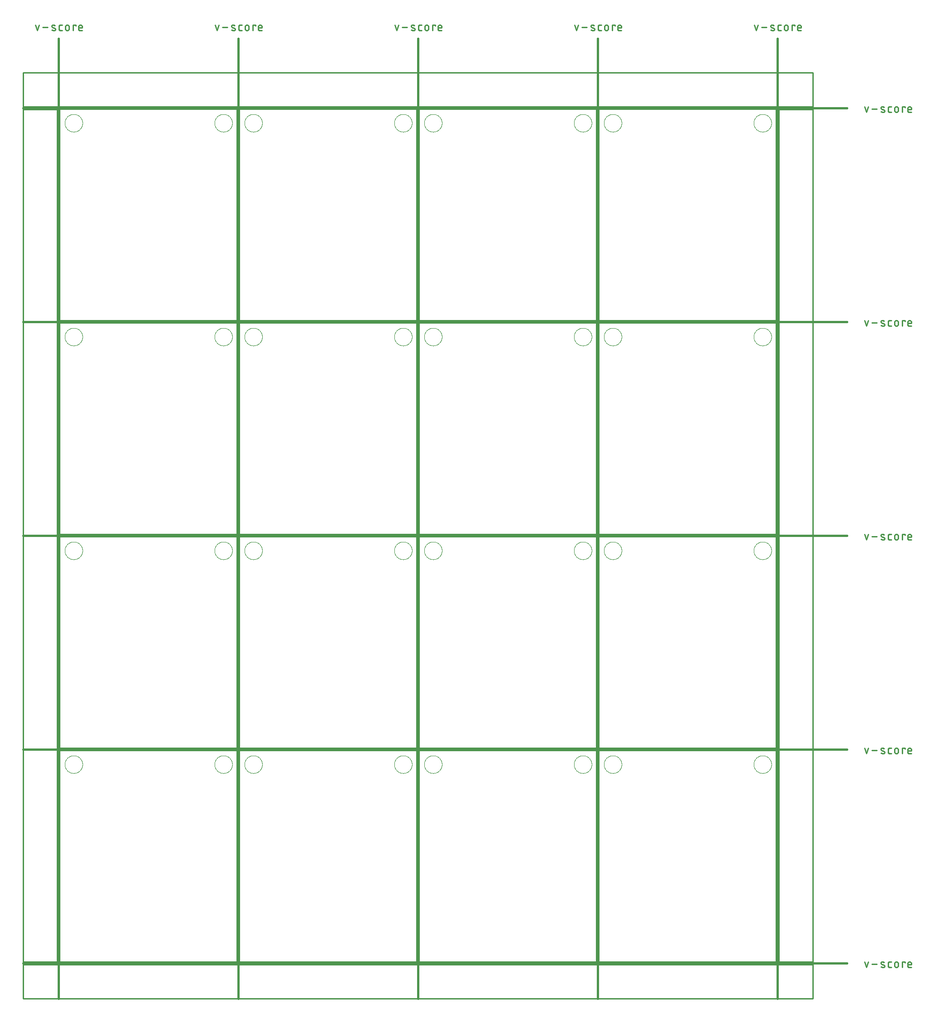
<source format=gko>
G75*
%MOIN*%
%OFA0B0*%
%FSLAX25Y25*%
%IPPOS*%
%LPD*%
%AMOC8*
5,1,8,0,0,1.08239X$1,22.5*
%
%ADD10C,0.00800*%
%ADD11C,0.01500*%
%ADD12C,0.01100*%
%ADD13C,0.01000*%
%ADD14C,0.00000*%
D10*
X0028750Y0028750D02*
X0028750Y0183750D01*
X0158750Y0183750D01*
X0158750Y0028750D01*
X0028750Y0028750D01*
X0160750Y0028750D02*
X0160750Y0183750D01*
X0290750Y0183750D01*
X0290750Y0028750D01*
X0160750Y0028750D01*
X0292750Y0028750D02*
X0292750Y0183750D01*
X0422750Y0183750D01*
X0422750Y0028750D01*
X0292750Y0028750D01*
X0424750Y0028750D02*
X0424750Y0183750D01*
X0554750Y0183750D01*
X0554750Y0028750D01*
X0424750Y0028750D01*
X0424750Y0185750D02*
X0424750Y0340750D01*
X0554750Y0340750D01*
X0554750Y0185750D01*
X0424750Y0185750D01*
X0422750Y0185750D02*
X0422750Y0340750D01*
X0292750Y0340750D01*
X0292750Y0185750D01*
X0422750Y0185750D01*
X0290750Y0185750D02*
X0290750Y0340750D01*
X0160750Y0340750D01*
X0160750Y0185750D01*
X0290750Y0185750D01*
X0158750Y0185750D02*
X0158750Y0340750D01*
X0028750Y0340750D01*
X0028750Y0185750D01*
X0158750Y0185750D01*
X0158750Y0342750D02*
X0028750Y0342750D01*
X0028750Y0497750D01*
X0158750Y0497750D01*
X0158750Y0342750D01*
X0160750Y0342750D02*
X0160750Y0497750D01*
X0290750Y0497750D01*
X0290750Y0342750D01*
X0160750Y0342750D01*
X0292750Y0342750D02*
X0292750Y0497750D01*
X0422750Y0497750D01*
X0422750Y0342750D01*
X0292750Y0342750D01*
X0424750Y0342750D02*
X0424750Y0497750D01*
X0554750Y0497750D01*
X0554750Y0342750D01*
X0424750Y0342750D01*
X0424750Y0499750D02*
X0424750Y0654750D01*
X0554750Y0654750D01*
X0554750Y0499750D01*
X0424750Y0499750D01*
X0422750Y0499750D02*
X0422750Y0654750D01*
X0292750Y0654750D01*
X0292750Y0499750D01*
X0422750Y0499750D01*
X0290750Y0499750D02*
X0290750Y0654750D01*
X0160750Y0654750D01*
X0160750Y0499750D01*
X0290750Y0499750D01*
X0158750Y0499750D02*
X0158750Y0654750D01*
X0028750Y0654750D01*
X0028750Y0499750D01*
X0158750Y0499750D01*
D11*
X0001750Y0498750D02*
X0606750Y0498750D01*
X0606750Y0341750D02*
X0001750Y0341750D01*
X0001750Y0184750D02*
X0606750Y0184750D01*
X0606750Y0027750D02*
X0001750Y0027750D01*
X0027750Y0001750D02*
X0027750Y0706750D01*
X0001750Y0655750D02*
X0606750Y0655750D01*
X0555750Y0706750D02*
X0555750Y0001750D01*
X0423750Y0001750D02*
X0423750Y0706750D01*
X0291750Y0706750D02*
X0291750Y0001750D01*
X0159750Y0001750D02*
X0159750Y0706750D01*
D12*
X0160971Y0712800D02*
X0162282Y0712800D01*
X0160971Y0712800D02*
X0160909Y0712802D01*
X0160848Y0712808D01*
X0160787Y0712817D01*
X0160727Y0712831D01*
X0160667Y0712848D01*
X0160609Y0712869D01*
X0160552Y0712894D01*
X0160497Y0712922D01*
X0160444Y0712953D01*
X0160393Y0712988D01*
X0160344Y0713026D01*
X0160298Y0713066D01*
X0160254Y0713110D01*
X0160214Y0713156D01*
X0160176Y0713205D01*
X0160141Y0713256D01*
X0160110Y0713309D01*
X0160082Y0713364D01*
X0160057Y0713421D01*
X0160036Y0713479D01*
X0160019Y0713539D01*
X0160005Y0713599D01*
X0159996Y0713660D01*
X0159990Y0713721D01*
X0159988Y0713783D01*
X0159988Y0715750D01*
X0159990Y0715812D01*
X0159996Y0715873D01*
X0160005Y0715934D01*
X0160019Y0715994D01*
X0160036Y0716054D01*
X0160057Y0716112D01*
X0160082Y0716169D01*
X0160110Y0716224D01*
X0160141Y0716277D01*
X0160176Y0716328D01*
X0160214Y0716377D01*
X0160254Y0716423D01*
X0160298Y0716467D01*
X0160344Y0716507D01*
X0160393Y0716545D01*
X0160444Y0716580D01*
X0160497Y0716611D01*
X0160552Y0716639D01*
X0160609Y0716664D01*
X0160667Y0716685D01*
X0160727Y0716702D01*
X0160787Y0716716D01*
X0160848Y0716725D01*
X0160909Y0716731D01*
X0160971Y0716733D01*
X0162282Y0716733D01*
X0164695Y0715422D02*
X0164695Y0714111D01*
X0164696Y0714111D02*
X0164698Y0714040D01*
X0164704Y0713969D01*
X0164713Y0713899D01*
X0164727Y0713829D01*
X0164744Y0713760D01*
X0164765Y0713692D01*
X0164789Y0713626D01*
X0164817Y0713561D01*
X0164849Y0713497D01*
X0164884Y0713435D01*
X0164922Y0713375D01*
X0164963Y0713318D01*
X0165008Y0713262D01*
X0165055Y0713209D01*
X0165105Y0713159D01*
X0165158Y0713112D01*
X0165214Y0713067D01*
X0165271Y0713026D01*
X0165331Y0712988D01*
X0165393Y0712953D01*
X0165457Y0712921D01*
X0165522Y0712893D01*
X0165588Y0712869D01*
X0165656Y0712848D01*
X0165725Y0712831D01*
X0165795Y0712817D01*
X0165865Y0712808D01*
X0165936Y0712802D01*
X0166007Y0712800D01*
X0166078Y0712802D01*
X0166149Y0712808D01*
X0166219Y0712817D01*
X0166289Y0712831D01*
X0166358Y0712848D01*
X0166426Y0712869D01*
X0166492Y0712893D01*
X0166557Y0712921D01*
X0166621Y0712953D01*
X0166683Y0712988D01*
X0166743Y0713026D01*
X0166800Y0713067D01*
X0166856Y0713112D01*
X0166909Y0713159D01*
X0166959Y0713209D01*
X0167006Y0713262D01*
X0167051Y0713318D01*
X0167092Y0713375D01*
X0167130Y0713435D01*
X0167165Y0713497D01*
X0167197Y0713561D01*
X0167225Y0713626D01*
X0167249Y0713692D01*
X0167270Y0713760D01*
X0167287Y0713829D01*
X0167301Y0713899D01*
X0167310Y0713969D01*
X0167316Y0714040D01*
X0167318Y0714111D01*
X0167318Y0715422D01*
X0167316Y0715493D01*
X0167310Y0715564D01*
X0167301Y0715634D01*
X0167287Y0715704D01*
X0167270Y0715773D01*
X0167249Y0715841D01*
X0167225Y0715907D01*
X0167197Y0715972D01*
X0167165Y0716036D01*
X0167130Y0716098D01*
X0167092Y0716158D01*
X0167051Y0716215D01*
X0167006Y0716271D01*
X0166959Y0716324D01*
X0166909Y0716374D01*
X0166856Y0716421D01*
X0166800Y0716466D01*
X0166743Y0716507D01*
X0166683Y0716545D01*
X0166621Y0716580D01*
X0166557Y0716612D01*
X0166492Y0716640D01*
X0166426Y0716664D01*
X0166358Y0716685D01*
X0166289Y0716702D01*
X0166219Y0716716D01*
X0166149Y0716725D01*
X0166078Y0716731D01*
X0166007Y0716733D01*
X0165936Y0716731D01*
X0165865Y0716725D01*
X0165795Y0716716D01*
X0165725Y0716702D01*
X0165656Y0716685D01*
X0165588Y0716664D01*
X0165522Y0716640D01*
X0165457Y0716612D01*
X0165393Y0716580D01*
X0165331Y0716545D01*
X0165271Y0716507D01*
X0165214Y0716466D01*
X0165158Y0716421D01*
X0165105Y0716374D01*
X0165055Y0716324D01*
X0165008Y0716271D01*
X0164963Y0716215D01*
X0164922Y0716158D01*
X0164884Y0716098D01*
X0164849Y0716036D01*
X0164817Y0715972D01*
X0164789Y0715907D01*
X0164765Y0715841D01*
X0164744Y0715773D01*
X0164727Y0715704D01*
X0164713Y0715634D01*
X0164704Y0715564D01*
X0164698Y0715493D01*
X0164696Y0715422D01*
X0170284Y0716733D02*
X0170284Y0712800D01*
X0172251Y0716078D02*
X0172251Y0716733D01*
X0170284Y0716733D01*
X0174337Y0715422D02*
X0174337Y0713783D01*
X0174339Y0713721D01*
X0174345Y0713660D01*
X0174354Y0713599D01*
X0174368Y0713539D01*
X0174385Y0713479D01*
X0174406Y0713421D01*
X0174431Y0713364D01*
X0174459Y0713309D01*
X0174490Y0713256D01*
X0174525Y0713205D01*
X0174563Y0713156D01*
X0174603Y0713110D01*
X0174647Y0713066D01*
X0174693Y0713026D01*
X0174742Y0712988D01*
X0174793Y0712953D01*
X0174846Y0712922D01*
X0174901Y0712894D01*
X0174958Y0712869D01*
X0175016Y0712848D01*
X0175076Y0712831D01*
X0175136Y0712817D01*
X0175197Y0712808D01*
X0175258Y0712802D01*
X0175320Y0712800D01*
X0176959Y0712800D01*
X0176959Y0714767D02*
X0174337Y0714767D01*
X0174337Y0715422D02*
X0174339Y0715493D01*
X0174345Y0715564D01*
X0174354Y0715634D01*
X0174368Y0715704D01*
X0174385Y0715773D01*
X0174406Y0715841D01*
X0174430Y0715907D01*
X0174458Y0715972D01*
X0174490Y0716036D01*
X0174525Y0716098D01*
X0174563Y0716158D01*
X0174604Y0716215D01*
X0174649Y0716271D01*
X0174696Y0716324D01*
X0174746Y0716374D01*
X0174799Y0716421D01*
X0174855Y0716466D01*
X0174912Y0716507D01*
X0174972Y0716545D01*
X0175034Y0716580D01*
X0175098Y0716612D01*
X0175163Y0716640D01*
X0175229Y0716664D01*
X0175297Y0716685D01*
X0175366Y0716702D01*
X0175436Y0716716D01*
X0175506Y0716725D01*
X0175577Y0716731D01*
X0175648Y0716733D01*
X0175719Y0716731D01*
X0175790Y0716725D01*
X0175860Y0716716D01*
X0175930Y0716702D01*
X0175999Y0716685D01*
X0176067Y0716664D01*
X0176133Y0716640D01*
X0176198Y0716612D01*
X0176262Y0716580D01*
X0176324Y0716545D01*
X0176384Y0716507D01*
X0176441Y0716466D01*
X0176497Y0716421D01*
X0176550Y0716374D01*
X0176600Y0716324D01*
X0176647Y0716271D01*
X0176692Y0716215D01*
X0176733Y0716158D01*
X0176771Y0716098D01*
X0176806Y0716036D01*
X0176838Y0715972D01*
X0176866Y0715907D01*
X0176890Y0715841D01*
X0176911Y0715773D01*
X0176928Y0715704D01*
X0176942Y0715634D01*
X0176951Y0715564D01*
X0176957Y0715493D01*
X0176959Y0715422D01*
X0176959Y0714767D01*
X0156774Y0714439D02*
X0155136Y0715094D01*
X0155135Y0715095D02*
X0155083Y0715118D01*
X0155032Y0715145D01*
X0154983Y0715175D01*
X0154936Y0715208D01*
X0154891Y0715244D01*
X0154849Y0715284D01*
X0154810Y0715326D01*
X0154774Y0715370D01*
X0154741Y0715417D01*
X0154711Y0715467D01*
X0154684Y0715518D01*
X0154661Y0715570D01*
X0154642Y0715624D01*
X0154626Y0715680D01*
X0154614Y0715736D01*
X0154606Y0715793D01*
X0154602Y0715850D01*
X0154601Y0715908D01*
X0154605Y0715965D01*
X0154612Y0716022D01*
X0154624Y0716079D01*
X0154639Y0716134D01*
X0154657Y0716189D01*
X0154680Y0716242D01*
X0154706Y0716293D01*
X0154735Y0716342D01*
X0154768Y0716390D01*
X0154804Y0716435D01*
X0154842Y0716477D01*
X0154884Y0716517D01*
X0154928Y0716554D01*
X0154975Y0716588D01*
X0155023Y0716619D01*
X0155074Y0716646D01*
X0155126Y0716670D01*
X0155180Y0716690D01*
X0155235Y0716706D01*
X0155291Y0716719D01*
X0155348Y0716728D01*
X0155406Y0716733D01*
X0155463Y0716734D01*
X0154644Y0713128D02*
X0154778Y0713082D01*
X0154913Y0713039D01*
X0155049Y0713000D01*
X0155186Y0712964D01*
X0155323Y0712932D01*
X0155462Y0712903D01*
X0155601Y0712877D01*
X0155741Y0712856D01*
X0155882Y0712837D01*
X0156022Y0712823D01*
X0156164Y0712812D01*
X0156305Y0712804D01*
X0156447Y0712801D01*
X0156447Y0712800D02*
X0156504Y0712801D01*
X0156562Y0712806D01*
X0156619Y0712815D01*
X0156675Y0712828D01*
X0156730Y0712844D01*
X0156784Y0712864D01*
X0156836Y0712888D01*
X0156887Y0712915D01*
X0156935Y0712946D01*
X0156982Y0712980D01*
X0157026Y0713017D01*
X0157068Y0713057D01*
X0157106Y0713099D01*
X0157142Y0713144D01*
X0157175Y0713192D01*
X0157204Y0713241D01*
X0157230Y0713292D01*
X0157253Y0713345D01*
X0157271Y0713400D01*
X0157286Y0713455D01*
X0157298Y0713512D01*
X0157305Y0713569D01*
X0157309Y0713626D01*
X0157308Y0713684D01*
X0157304Y0713741D01*
X0157296Y0713798D01*
X0157284Y0713854D01*
X0157268Y0713910D01*
X0157249Y0713964D01*
X0157226Y0714016D01*
X0157199Y0714067D01*
X0157169Y0714117D01*
X0157136Y0714164D01*
X0157100Y0714208D01*
X0157061Y0714250D01*
X0157019Y0714290D01*
X0156974Y0714326D01*
X0156927Y0714359D01*
X0156878Y0714389D01*
X0156827Y0714416D01*
X0156775Y0714439D01*
X0156938Y0716405D02*
X0156831Y0716451D01*
X0156722Y0716494D01*
X0156612Y0716534D01*
X0156500Y0716570D01*
X0156388Y0716602D01*
X0156274Y0716631D01*
X0156160Y0716657D01*
X0156045Y0716678D01*
X0155930Y0716697D01*
X0155813Y0716711D01*
X0155697Y0716722D01*
X0155580Y0716729D01*
X0155463Y0716733D01*
X0151768Y0715094D02*
X0147834Y0715094D01*
X0145163Y0716733D02*
X0143852Y0712800D01*
X0142541Y0716733D01*
X0044959Y0715422D02*
X0044959Y0714767D01*
X0042337Y0714767D01*
X0042337Y0715422D02*
X0042337Y0713783D01*
X0042339Y0713721D01*
X0042345Y0713660D01*
X0042354Y0713599D01*
X0042368Y0713539D01*
X0042385Y0713479D01*
X0042406Y0713421D01*
X0042431Y0713364D01*
X0042459Y0713309D01*
X0042490Y0713256D01*
X0042525Y0713205D01*
X0042563Y0713156D01*
X0042603Y0713110D01*
X0042647Y0713066D01*
X0042693Y0713026D01*
X0042742Y0712988D01*
X0042793Y0712953D01*
X0042846Y0712922D01*
X0042901Y0712894D01*
X0042958Y0712869D01*
X0043016Y0712848D01*
X0043076Y0712831D01*
X0043136Y0712817D01*
X0043197Y0712808D01*
X0043258Y0712802D01*
X0043320Y0712800D01*
X0044959Y0712800D01*
X0044959Y0715422D02*
X0044957Y0715493D01*
X0044951Y0715564D01*
X0044942Y0715634D01*
X0044928Y0715704D01*
X0044911Y0715773D01*
X0044890Y0715841D01*
X0044866Y0715907D01*
X0044838Y0715972D01*
X0044806Y0716036D01*
X0044771Y0716098D01*
X0044733Y0716158D01*
X0044692Y0716215D01*
X0044647Y0716271D01*
X0044600Y0716324D01*
X0044550Y0716374D01*
X0044497Y0716421D01*
X0044441Y0716466D01*
X0044384Y0716507D01*
X0044324Y0716545D01*
X0044262Y0716580D01*
X0044198Y0716612D01*
X0044133Y0716640D01*
X0044067Y0716664D01*
X0043999Y0716685D01*
X0043930Y0716702D01*
X0043860Y0716716D01*
X0043790Y0716725D01*
X0043719Y0716731D01*
X0043648Y0716733D01*
X0043577Y0716731D01*
X0043506Y0716725D01*
X0043436Y0716716D01*
X0043366Y0716702D01*
X0043297Y0716685D01*
X0043229Y0716664D01*
X0043163Y0716640D01*
X0043098Y0716612D01*
X0043034Y0716580D01*
X0042972Y0716545D01*
X0042912Y0716507D01*
X0042855Y0716466D01*
X0042799Y0716421D01*
X0042746Y0716374D01*
X0042696Y0716324D01*
X0042649Y0716271D01*
X0042604Y0716215D01*
X0042563Y0716158D01*
X0042525Y0716098D01*
X0042490Y0716036D01*
X0042458Y0715972D01*
X0042430Y0715907D01*
X0042406Y0715841D01*
X0042385Y0715773D01*
X0042368Y0715704D01*
X0042354Y0715634D01*
X0042345Y0715564D01*
X0042339Y0715493D01*
X0042337Y0715422D01*
X0040251Y0716078D02*
X0040251Y0716733D01*
X0038284Y0716733D01*
X0038284Y0712800D01*
X0035318Y0714111D02*
X0035318Y0715422D01*
X0035316Y0715493D01*
X0035310Y0715564D01*
X0035301Y0715634D01*
X0035287Y0715704D01*
X0035270Y0715773D01*
X0035249Y0715841D01*
X0035225Y0715907D01*
X0035197Y0715972D01*
X0035165Y0716036D01*
X0035130Y0716098D01*
X0035092Y0716158D01*
X0035051Y0716215D01*
X0035006Y0716271D01*
X0034959Y0716324D01*
X0034909Y0716374D01*
X0034856Y0716421D01*
X0034800Y0716466D01*
X0034743Y0716507D01*
X0034683Y0716545D01*
X0034621Y0716580D01*
X0034557Y0716612D01*
X0034492Y0716640D01*
X0034426Y0716664D01*
X0034358Y0716685D01*
X0034289Y0716702D01*
X0034219Y0716716D01*
X0034149Y0716725D01*
X0034078Y0716731D01*
X0034007Y0716733D01*
X0033936Y0716731D01*
X0033865Y0716725D01*
X0033795Y0716716D01*
X0033725Y0716702D01*
X0033656Y0716685D01*
X0033588Y0716664D01*
X0033522Y0716640D01*
X0033457Y0716612D01*
X0033393Y0716580D01*
X0033331Y0716545D01*
X0033271Y0716507D01*
X0033214Y0716466D01*
X0033158Y0716421D01*
X0033105Y0716374D01*
X0033055Y0716324D01*
X0033008Y0716271D01*
X0032963Y0716215D01*
X0032922Y0716158D01*
X0032884Y0716098D01*
X0032849Y0716036D01*
X0032817Y0715972D01*
X0032789Y0715907D01*
X0032765Y0715841D01*
X0032744Y0715773D01*
X0032727Y0715704D01*
X0032713Y0715634D01*
X0032704Y0715564D01*
X0032698Y0715493D01*
X0032696Y0715422D01*
X0032695Y0715422D02*
X0032695Y0714111D01*
X0032696Y0714111D02*
X0032698Y0714040D01*
X0032704Y0713969D01*
X0032713Y0713899D01*
X0032727Y0713829D01*
X0032744Y0713760D01*
X0032765Y0713692D01*
X0032789Y0713626D01*
X0032817Y0713561D01*
X0032849Y0713497D01*
X0032884Y0713435D01*
X0032922Y0713375D01*
X0032963Y0713318D01*
X0033008Y0713262D01*
X0033055Y0713209D01*
X0033105Y0713159D01*
X0033158Y0713112D01*
X0033214Y0713067D01*
X0033271Y0713026D01*
X0033331Y0712988D01*
X0033393Y0712953D01*
X0033457Y0712921D01*
X0033522Y0712893D01*
X0033588Y0712869D01*
X0033656Y0712848D01*
X0033725Y0712831D01*
X0033795Y0712817D01*
X0033865Y0712808D01*
X0033936Y0712802D01*
X0034007Y0712800D01*
X0034078Y0712802D01*
X0034149Y0712808D01*
X0034219Y0712817D01*
X0034289Y0712831D01*
X0034358Y0712848D01*
X0034426Y0712869D01*
X0034492Y0712893D01*
X0034557Y0712921D01*
X0034621Y0712953D01*
X0034683Y0712988D01*
X0034743Y0713026D01*
X0034800Y0713067D01*
X0034856Y0713112D01*
X0034909Y0713159D01*
X0034959Y0713209D01*
X0035006Y0713262D01*
X0035051Y0713318D01*
X0035092Y0713375D01*
X0035130Y0713435D01*
X0035165Y0713497D01*
X0035197Y0713561D01*
X0035225Y0713626D01*
X0035249Y0713692D01*
X0035270Y0713760D01*
X0035287Y0713829D01*
X0035301Y0713899D01*
X0035310Y0713969D01*
X0035316Y0714040D01*
X0035318Y0714111D01*
X0030282Y0712800D02*
X0028971Y0712800D01*
X0028909Y0712802D01*
X0028848Y0712808D01*
X0028787Y0712817D01*
X0028727Y0712831D01*
X0028667Y0712848D01*
X0028609Y0712869D01*
X0028552Y0712894D01*
X0028497Y0712922D01*
X0028444Y0712953D01*
X0028393Y0712988D01*
X0028344Y0713026D01*
X0028298Y0713066D01*
X0028254Y0713110D01*
X0028214Y0713156D01*
X0028176Y0713205D01*
X0028141Y0713256D01*
X0028110Y0713309D01*
X0028082Y0713364D01*
X0028057Y0713421D01*
X0028036Y0713479D01*
X0028019Y0713539D01*
X0028005Y0713599D01*
X0027996Y0713660D01*
X0027990Y0713721D01*
X0027988Y0713783D01*
X0027988Y0715750D01*
X0027990Y0715812D01*
X0027996Y0715873D01*
X0028005Y0715934D01*
X0028019Y0715994D01*
X0028036Y0716054D01*
X0028057Y0716112D01*
X0028082Y0716169D01*
X0028110Y0716224D01*
X0028141Y0716277D01*
X0028176Y0716328D01*
X0028214Y0716377D01*
X0028254Y0716423D01*
X0028298Y0716467D01*
X0028344Y0716507D01*
X0028393Y0716545D01*
X0028444Y0716580D01*
X0028497Y0716611D01*
X0028552Y0716639D01*
X0028609Y0716664D01*
X0028667Y0716685D01*
X0028727Y0716702D01*
X0028787Y0716716D01*
X0028848Y0716725D01*
X0028909Y0716731D01*
X0028971Y0716733D01*
X0030282Y0716733D01*
X0024774Y0714439D02*
X0023136Y0715094D01*
X0023135Y0715095D02*
X0023083Y0715118D01*
X0023032Y0715145D01*
X0022983Y0715175D01*
X0022936Y0715208D01*
X0022891Y0715244D01*
X0022849Y0715284D01*
X0022810Y0715326D01*
X0022774Y0715370D01*
X0022741Y0715417D01*
X0022711Y0715467D01*
X0022684Y0715518D01*
X0022661Y0715570D01*
X0022642Y0715624D01*
X0022626Y0715680D01*
X0022614Y0715736D01*
X0022606Y0715793D01*
X0022602Y0715850D01*
X0022601Y0715908D01*
X0022605Y0715965D01*
X0022612Y0716022D01*
X0022624Y0716079D01*
X0022639Y0716134D01*
X0022657Y0716189D01*
X0022680Y0716242D01*
X0022706Y0716293D01*
X0022735Y0716342D01*
X0022768Y0716390D01*
X0022804Y0716435D01*
X0022842Y0716477D01*
X0022884Y0716517D01*
X0022928Y0716554D01*
X0022975Y0716588D01*
X0023023Y0716619D01*
X0023074Y0716646D01*
X0023126Y0716670D01*
X0023180Y0716690D01*
X0023235Y0716706D01*
X0023291Y0716719D01*
X0023348Y0716728D01*
X0023406Y0716733D01*
X0023463Y0716734D01*
X0022644Y0713128D02*
X0022778Y0713082D01*
X0022913Y0713039D01*
X0023049Y0713000D01*
X0023186Y0712964D01*
X0023323Y0712932D01*
X0023462Y0712903D01*
X0023601Y0712877D01*
X0023741Y0712856D01*
X0023882Y0712837D01*
X0024022Y0712823D01*
X0024164Y0712812D01*
X0024305Y0712804D01*
X0024447Y0712801D01*
X0024447Y0712800D02*
X0024504Y0712801D01*
X0024562Y0712806D01*
X0024619Y0712815D01*
X0024675Y0712828D01*
X0024730Y0712844D01*
X0024784Y0712864D01*
X0024836Y0712888D01*
X0024887Y0712915D01*
X0024935Y0712946D01*
X0024982Y0712980D01*
X0025026Y0713017D01*
X0025068Y0713057D01*
X0025106Y0713099D01*
X0025142Y0713144D01*
X0025175Y0713192D01*
X0025204Y0713241D01*
X0025230Y0713292D01*
X0025253Y0713345D01*
X0025271Y0713400D01*
X0025286Y0713455D01*
X0025298Y0713512D01*
X0025305Y0713569D01*
X0025309Y0713626D01*
X0025308Y0713684D01*
X0025304Y0713741D01*
X0025296Y0713798D01*
X0025284Y0713854D01*
X0025268Y0713910D01*
X0025249Y0713964D01*
X0025226Y0714016D01*
X0025199Y0714067D01*
X0025169Y0714117D01*
X0025136Y0714164D01*
X0025100Y0714208D01*
X0025061Y0714250D01*
X0025019Y0714290D01*
X0024974Y0714326D01*
X0024927Y0714359D01*
X0024878Y0714389D01*
X0024827Y0714416D01*
X0024775Y0714439D01*
X0024938Y0716405D02*
X0024831Y0716451D01*
X0024722Y0716494D01*
X0024612Y0716534D01*
X0024500Y0716570D01*
X0024388Y0716602D01*
X0024274Y0716631D01*
X0024160Y0716657D01*
X0024045Y0716678D01*
X0023930Y0716697D01*
X0023813Y0716711D01*
X0023697Y0716722D01*
X0023580Y0716729D01*
X0023463Y0716733D01*
X0019768Y0715094D02*
X0015834Y0715094D01*
X0013163Y0716733D02*
X0011852Y0712800D01*
X0010541Y0716733D01*
X0274541Y0716733D02*
X0275852Y0712800D01*
X0277163Y0716733D01*
X0279834Y0715094D02*
X0283768Y0715094D01*
X0287136Y0715094D02*
X0288774Y0714439D01*
X0288775Y0714439D02*
X0288827Y0714416D01*
X0288878Y0714389D01*
X0288927Y0714359D01*
X0288974Y0714326D01*
X0289019Y0714290D01*
X0289061Y0714250D01*
X0289100Y0714208D01*
X0289136Y0714164D01*
X0289169Y0714117D01*
X0289199Y0714067D01*
X0289226Y0714016D01*
X0289249Y0713964D01*
X0289268Y0713910D01*
X0289284Y0713854D01*
X0289296Y0713798D01*
X0289304Y0713741D01*
X0289308Y0713684D01*
X0289309Y0713626D01*
X0289305Y0713569D01*
X0289298Y0713512D01*
X0289286Y0713455D01*
X0289271Y0713400D01*
X0289253Y0713345D01*
X0289230Y0713292D01*
X0289204Y0713241D01*
X0289175Y0713192D01*
X0289142Y0713144D01*
X0289106Y0713099D01*
X0289068Y0713057D01*
X0289026Y0713017D01*
X0288982Y0712980D01*
X0288935Y0712946D01*
X0288887Y0712915D01*
X0288836Y0712888D01*
X0288784Y0712864D01*
X0288730Y0712844D01*
X0288675Y0712828D01*
X0288619Y0712815D01*
X0288562Y0712806D01*
X0288504Y0712801D01*
X0288447Y0712800D01*
X0288938Y0716405D02*
X0288831Y0716451D01*
X0288722Y0716494D01*
X0288612Y0716534D01*
X0288500Y0716570D01*
X0288388Y0716602D01*
X0288274Y0716631D01*
X0288160Y0716657D01*
X0288045Y0716678D01*
X0287930Y0716697D01*
X0287813Y0716711D01*
X0287697Y0716722D01*
X0287580Y0716729D01*
X0287463Y0716733D01*
X0287463Y0716734D02*
X0287406Y0716733D01*
X0287348Y0716728D01*
X0287291Y0716719D01*
X0287235Y0716706D01*
X0287180Y0716690D01*
X0287126Y0716670D01*
X0287074Y0716646D01*
X0287023Y0716619D01*
X0286975Y0716588D01*
X0286928Y0716554D01*
X0286884Y0716517D01*
X0286842Y0716477D01*
X0286804Y0716435D01*
X0286768Y0716390D01*
X0286735Y0716342D01*
X0286706Y0716293D01*
X0286680Y0716242D01*
X0286657Y0716189D01*
X0286639Y0716134D01*
X0286624Y0716079D01*
X0286612Y0716022D01*
X0286605Y0715965D01*
X0286601Y0715908D01*
X0286602Y0715850D01*
X0286606Y0715793D01*
X0286614Y0715736D01*
X0286626Y0715680D01*
X0286642Y0715624D01*
X0286661Y0715570D01*
X0286684Y0715518D01*
X0286711Y0715467D01*
X0286741Y0715417D01*
X0286774Y0715370D01*
X0286810Y0715326D01*
X0286849Y0715284D01*
X0286891Y0715244D01*
X0286936Y0715208D01*
X0286983Y0715175D01*
X0287032Y0715145D01*
X0287083Y0715118D01*
X0287135Y0715095D01*
X0286644Y0713128D02*
X0286778Y0713082D01*
X0286913Y0713039D01*
X0287049Y0713000D01*
X0287186Y0712964D01*
X0287323Y0712932D01*
X0287462Y0712903D01*
X0287601Y0712877D01*
X0287741Y0712856D01*
X0287882Y0712837D01*
X0288022Y0712823D01*
X0288164Y0712812D01*
X0288305Y0712804D01*
X0288447Y0712801D01*
X0291988Y0713783D02*
X0291988Y0715750D01*
X0291990Y0715812D01*
X0291996Y0715873D01*
X0292005Y0715934D01*
X0292019Y0715994D01*
X0292036Y0716054D01*
X0292057Y0716112D01*
X0292082Y0716169D01*
X0292110Y0716224D01*
X0292141Y0716277D01*
X0292176Y0716328D01*
X0292214Y0716377D01*
X0292254Y0716423D01*
X0292298Y0716467D01*
X0292344Y0716507D01*
X0292393Y0716545D01*
X0292444Y0716580D01*
X0292497Y0716611D01*
X0292552Y0716639D01*
X0292609Y0716664D01*
X0292667Y0716685D01*
X0292727Y0716702D01*
X0292787Y0716716D01*
X0292848Y0716725D01*
X0292909Y0716731D01*
X0292971Y0716733D01*
X0294282Y0716733D01*
X0296695Y0715422D02*
X0296695Y0714111D01*
X0296696Y0714111D02*
X0296698Y0714040D01*
X0296704Y0713969D01*
X0296713Y0713899D01*
X0296727Y0713829D01*
X0296744Y0713760D01*
X0296765Y0713692D01*
X0296789Y0713626D01*
X0296817Y0713561D01*
X0296849Y0713497D01*
X0296884Y0713435D01*
X0296922Y0713375D01*
X0296963Y0713318D01*
X0297008Y0713262D01*
X0297055Y0713209D01*
X0297105Y0713159D01*
X0297158Y0713112D01*
X0297214Y0713067D01*
X0297271Y0713026D01*
X0297331Y0712988D01*
X0297393Y0712953D01*
X0297457Y0712921D01*
X0297522Y0712893D01*
X0297588Y0712869D01*
X0297656Y0712848D01*
X0297725Y0712831D01*
X0297795Y0712817D01*
X0297865Y0712808D01*
X0297936Y0712802D01*
X0298007Y0712800D01*
X0298078Y0712802D01*
X0298149Y0712808D01*
X0298219Y0712817D01*
X0298289Y0712831D01*
X0298358Y0712848D01*
X0298426Y0712869D01*
X0298492Y0712893D01*
X0298557Y0712921D01*
X0298621Y0712953D01*
X0298683Y0712988D01*
X0298743Y0713026D01*
X0298800Y0713067D01*
X0298856Y0713112D01*
X0298909Y0713159D01*
X0298959Y0713209D01*
X0299006Y0713262D01*
X0299051Y0713318D01*
X0299092Y0713375D01*
X0299130Y0713435D01*
X0299165Y0713497D01*
X0299197Y0713561D01*
X0299225Y0713626D01*
X0299249Y0713692D01*
X0299270Y0713760D01*
X0299287Y0713829D01*
X0299301Y0713899D01*
X0299310Y0713969D01*
X0299316Y0714040D01*
X0299318Y0714111D01*
X0299318Y0715422D01*
X0299316Y0715493D01*
X0299310Y0715564D01*
X0299301Y0715634D01*
X0299287Y0715704D01*
X0299270Y0715773D01*
X0299249Y0715841D01*
X0299225Y0715907D01*
X0299197Y0715972D01*
X0299165Y0716036D01*
X0299130Y0716098D01*
X0299092Y0716158D01*
X0299051Y0716215D01*
X0299006Y0716271D01*
X0298959Y0716324D01*
X0298909Y0716374D01*
X0298856Y0716421D01*
X0298800Y0716466D01*
X0298743Y0716507D01*
X0298683Y0716545D01*
X0298621Y0716580D01*
X0298557Y0716612D01*
X0298492Y0716640D01*
X0298426Y0716664D01*
X0298358Y0716685D01*
X0298289Y0716702D01*
X0298219Y0716716D01*
X0298149Y0716725D01*
X0298078Y0716731D01*
X0298007Y0716733D01*
X0297936Y0716731D01*
X0297865Y0716725D01*
X0297795Y0716716D01*
X0297725Y0716702D01*
X0297656Y0716685D01*
X0297588Y0716664D01*
X0297522Y0716640D01*
X0297457Y0716612D01*
X0297393Y0716580D01*
X0297331Y0716545D01*
X0297271Y0716507D01*
X0297214Y0716466D01*
X0297158Y0716421D01*
X0297105Y0716374D01*
X0297055Y0716324D01*
X0297008Y0716271D01*
X0296963Y0716215D01*
X0296922Y0716158D01*
X0296884Y0716098D01*
X0296849Y0716036D01*
X0296817Y0715972D01*
X0296789Y0715907D01*
X0296765Y0715841D01*
X0296744Y0715773D01*
X0296727Y0715704D01*
X0296713Y0715634D01*
X0296704Y0715564D01*
X0296698Y0715493D01*
X0296696Y0715422D01*
X0294282Y0712800D02*
X0292971Y0712800D01*
X0292909Y0712802D01*
X0292848Y0712808D01*
X0292787Y0712817D01*
X0292727Y0712831D01*
X0292667Y0712848D01*
X0292609Y0712869D01*
X0292552Y0712894D01*
X0292497Y0712922D01*
X0292444Y0712953D01*
X0292393Y0712988D01*
X0292344Y0713026D01*
X0292298Y0713066D01*
X0292254Y0713110D01*
X0292214Y0713156D01*
X0292176Y0713205D01*
X0292141Y0713256D01*
X0292110Y0713309D01*
X0292082Y0713364D01*
X0292057Y0713421D01*
X0292036Y0713479D01*
X0292019Y0713539D01*
X0292005Y0713599D01*
X0291996Y0713660D01*
X0291990Y0713721D01*
X0291988Y0713783D01*
X0302284Y0712800D02*
X0302284Y0716733D01*
X0304251Y0716733D01*
X0304251Y0716078D01*
X0306337Y0715422D02*
X0306337Y0713783D01*
X0306339Y0713721D01*
X0306345Y0713660D01*
X0306354Y0713599D01*
X0306368Y0713539D01*
X0306385Y0713479D01*
X0306406Y0713421D01*
X0306431Y0713364D01*
X0306459Y0713309D01*
X0306490Y0713256D01*
X0306525Y0713205D01*
X0306563Y0713156D01*
X0306603Y0713110D01*
X0306647Y0713066D01*
X0306693Y0713026D01*
X0306742Y0712988D01*
X0306793Y0712953D01*
X0306846Y0712922D01*
X0306901Y0712894D01*
X0306958Y0712869D01*
X0307016Y0712848D01*
X0307076Y0712831D01*
X0307136Y0712817D01*
X0307197Y0712808D01*
X0307258Y0712802D01*
X0307320Y0712800D01*
X0308959Y0712800D01*
X0308959Y0714767D02*
X0306337Y0714767D01*
X0306337Y0715422D02*
X0306339Y0715493D01*
X0306345Y0715564D01*
X0306354Y0715634D01*
X0306368Y0715704D01*
X0306385Y0715773D01*
X0306406Y0715841D01*
X0306430Y0715907D01*
X0306458Y0715972D01*
X0306490Y0716036D01*
X0306525Y0716098D01*
X0306563Y0716158D01*
X0306604Y0716215D01*
X0306649Y0716271D01*
X0306696Y0716324D01*
X0306746Y0716374D01*
X0306799Y0716421D01*
X0306855Y0716466D01*
X0306912Y0716507D01*
X0306972Y0716545D01*
X0307034Y0716580D01*
X0307098Y0716612D01*
X0307163Y0716640D01*
X0307229Y0716664D01*
X0307297Y0716685D01*
X0307366Y0716702D01*
X0307436Y0716716D01*
X0307506Y0716725D01*
X0307577Y0716731D01*
X0307648Y0716733D01*
X0307719Y0716731D01*
X0307790Y0716725D01*
X0307860Y0716716D01*
X0307930Y0716702D01*
X0307999Y0716685D01*
X0308067Y0716664D01*
X0308133Y0716640D01*
X0308198Y0716612D01*
X0308262Y0716580D01*
X0308324Y0716545D01*
X0308384Y0716507D01*
X0308441Y0716466D01*
X0308497Y0716421D01*
X0308550Y0716374D01*
X0308600Y0716324D01*
X0308647Y0716271D01*
X0308692Y0716215D01*
X0308733Y0716158D01*
X0308771Y0716098D01*
X0308806Y0716036D01*
X0308838Y0715972D01*
X0308866Y0715907D01*
X0308890Y0715841D01*
X0308911Y0715773D01*
X0308928Y0715704D01*
X0308942Y0715634D01*
X0308951Y0715564D01*
X0308957Y0715493D01*
X0308959Y0715422D01*
X0308959Y0714767D01*
X0406541Y0716733D02*
X0407852Y0712800D01*
X0409163Y0716733D01*
X0411834Y0715094D02*
X0415768Y0715094D01*
X0419136Y0715094D02*
X0420774Y0714439D01*
X0420775Y0714439D02*
X0420827Y0714416D01*
X0420878Y0714389D01*
X0420927Y0714359D01*
X0420974Y0714326D01*
X0421019Y0714290D01*
X0421061Y0714250D01*
X0421100Y0714208D01*
X0421136Y0714164D01*
X0421169Y0714117D01*
X0421199Y0714067D01*
X0421226Y0714016D01*
X0421249Y0713964D01*
X0421268Y0713910D01*
X0421284Y0713854D01*
X0421296Y0713798D01*
X0421304Y0713741D01*
X0421308Y0713684D01*
X0421309Y0713626D01*
X0421305Y0713569D01*
X0421298Y0713512D01*
X0421286Y0713455D01*
X0421271Y0713400D01*
X0421253Y0713345D01*
X0421230Y0713292D01*
X0421204Y0713241D01*
X0421175Y0713192D01*
X0421142Y0713144D01*
X0421106Y0713099D01*
X0421068Y0713057D01*
X0421026Y0713017D01*
X0420982Y0712980D01*
X0420935Y0712946D01*
X0420887Y0712915D01*
X0420836Y0712888D01*
X0420784Y0712864D01*
X0420730Y0712844D01*
X0420675Y0712828D01*
X0420619Y0712815D01*
X0420562Y0712806D01*
X0420504Y0712801D01*
X0420447Y0712800D01*
X0420938Y0716405D02*
X0420831Y0716451D01*
X0420722Y0716494D01*
X0420612Y0716534D01*
X0420500Y0716570D01*
X0420388Y0716602D01*
X0420274Y0716631D01*
X0420160Y0716657D01*
X0420045Y0716678D01*
X0419930Y0716697D01*
X0419813Y0716711D01*
X0419697Y0716722D01*
X0419580Y0716729D01*
X0419463Y0716733D01*
X0419463Y0716734D02*
X0419406Y0716733D01*
X0419348Y0716728D01*
X0419291Y0716719D01*
X0419235Y0716706D01*
X0419180Y0716690D01*
X0419126Y0716670D01*
X0419074Y0716646D01*
X0419023Y0716619D01*
X0418975Y0716588D01*
X0418928Y0716554D01*
X0418884Y0716517D01*
X0418842Y0716477D01*
X0418804Y0716435D01*
X0418768Y0716390D01*
X0418735Y0716342D01*
X0418706Y0716293D01*
X0418680Y0716242D01*
X0418657Y0716189D01*
X0418639Y0716134D01*
X0418624Y0716079D01*
X0418612Y0716022D01*
X0418605Y0715965D01*
X0418601Y0715908D01*
X0418602Y0715850D01*
X0418606Y0715793D01*
X0418614Y0715736D01*
X0418626Y0715680D01*
X0418642Y0715624D01*
X0418661Y0715570D01*
X0418684Y0715518D01*
X0418711Y0715467D01*
X0418741Y0715417D01*
X0418774Y0715370D01*
X0418810Y0715326D01*
X0418849Y0715284D01*
X0418891Y0715244D01*
X0418936Y0715208D01*
X0418983Y0715175D01*
X0419032Y0715145D01*
X0419083Y0715118D01*
X0419135Y0715095D01*
X0418644Y0713128D02*
X0418778Y0713082D01*
X0418913Y0713039D01*
X0419049Y0713000D01*
X0419186Y0712964D01*
X0419323Y0712932D01*
X0419462Y0712903D01*
X0419601Y0712877D01*
X0419741Y0712856D01*
X0419882Y0712837D01*
X0420022Y0712823D01*
X0420164Y0712812D01*
X0420305Y0712804D01*
X0420447Y0712801D01*
X0423988Y0713783D02*
X0423988Y0715750D01*
X0423990Y0715812D01*
X0423996Y0715873D01*
X0424005Y0715934D01*
X0424019Y0715994D01*
X0424036Y0716054D01*
X0424057Y0716112D01*
X0424082Y0716169D01*
X0424110Y0716224D01*
X0424141Y0716277D01*
X0424176Y0716328D01*
X0424214Y0716377D01*
X0424254Y0716423D01*
X0424298Y0716467D01*
X0424344Y0716507D01*
X0424393Y0716545D01*
X0424444Y0716580D01*
X0424497Y0716611D01*
X0424552Y0716639D01*
X0424609Y0716664D01*
X0424667Y0716685D01*
X0424727Y0716702D01*
X0424787Y0716716D01*
X0424848Y0716725D01*
X0424909Y0716731D01*
X0424971Y0716733D01*
X0426282Y0716733D01*
X0428695Y0715422D02*
X0428695Y0714111D01*
X0428696Y0714111D02*
X0428698Y0714040D01*
X0428704Y0713969D01*
X0428713Y0713899D01*
X0428727Y0713829D01*
X0428744Y0713760D01*
X0428765Y0713692D01*
X0428789Y0713626D01*
X0428817Y0713561D01*
X0428849Y0713497D01*
X0428884Y0713435D01*
X0428922Y0713375D01*
X0428963Y0713318D01*
X0429008Y0713262D01*
X0429055Y0713209D01*
X0429105Y0713159D01*
X0429158Y0713112D01*
X0429214Y0713067D01*
X0429271Y0713026D01*
X0429331Y0712988D01*
X0429393Y0712953D01*
X0429457Y0712921D01*
X0429522Y0712893D01*
X0429588Y0712869D01*
X0429656Y0712848D01*
X0429725Y0712831D01*
X0429795Y0712817D01*
X0429865Y0712808D01*
X0429936Y0712802D01*
X0430007Y0712800D01*
X0430078Y0712802D01*
X0430149Y0712808D01*
X0430219Y0712817D01*
X0430289Y0712831D01*
X0430358Y0712848D01*
X0430426Y0712869D01*
X0430492Y0712893D01*
X0430557Y0712921D01*
X0430621Y0712953D01*
X0430683Y0712988D01*
X0430743Y0713026D01*
X0430800Y0713067D01*
X0430856Y0713112D01*
X0430909Y0713159D01*
X0430959Y0713209D01*
X0431006Y0713262D01*
X0431051Y0713318D01*
X0431092Y0713375D01*
X0431130Y0713435D01*
X0431165Y0713497D01*
X0431197Y0713561D01*
X0431225Y0713626D01*
X0431249Y0713692D01*
X0431270Y0713760D01*
X0431287Y0713829D01*
X0431301Y0713899D01*
X0431310Y0713969D01*
X0431316Y0714040D01*
X0431318Y0714111D01*
X0431318Y0715422D01*
X0431316Y0715493D01*
X0431310Y0715564D01*
X0431301Y0715634D01*
X0431287Y0715704D01*
X0431270Y0715773D01*
X0431249Y0715841D01*
X0431225Y0715907D01*
X0431197Y0715972D01*
X0431165Y0716036D01*
X0431130Y0716098D01*
X0431092Y0716158D01*
X0431051Y0716215D01*
X0431006Y0716271D01*
X0430959Y0716324D01*
X0430909Y0716374D01*
X0430856Y0716421D01*
X0430800Y0716466D01*
X0430743Y0716507D01*
X0430683Y0716545D01*
X0430621Y0716580D01*
X0430557Y0716612D01*
X0430492Y0716640D01*
X0430426Y0716664D01*
X0430358Y0716685D01*
X0430289Y0716702D01*
X0430219Y0716716D01*
X0430149Y0716725D01*
X0430078Y0716731D01*
X0430007Y0716733D01*
X0429936Y0716731D01*
X0429865Y0716725D01*
X0429795Y0716716D01*
X0429725Y0716702D01*
X0429656Y0716685D01*
X0429588Y0716664D01*
X0429522Y0716640D01*
X0429457Y0716612D01*
X0429393Y0716580D01*
X0429331Y0716545D01*
X0429271Y0716507D01*
X0429214Y0716466D01*
X0429158Y0716421D01*
X0429105Y0716374D01*
X0429055Y0716324D01*
X0429008Y0716271D01*
X0428963Y0716215D01*
X0428922Y0716158D01*
X0428884Y0716098D01*
X0428849Y0716036D01*
X0428817Y0715972D01*
X0428789Y0715907D01*
X0428765Y0715841D01*
X0428744Y0715773D01*
X0428727Y0715704D01*
X0428713Y0715634D01*
X0428704Y0715564D01*
X0428698Y0715493D01*
X0428696Y0715422D01*
X0426282Y0712800D02*
X0424971Y0712800D01*
X0424909Y0712802D01*
X0424848Y0712808D01*
X0424787Y0712817D01*
X0424727Y0712831D01*
X0424667Y0712848D01*
X0424609Y0712869D01*
X0424552Y0712894D01*
X0424497Y0712922D01*
X0424444Y0712953D01*
X0424393Y0712988D01*
X0424344Y0713026D01*
X0424298Y0713066D01*
X0424254Y0713110D01*
X0424214Y0713156D01*
X0424176Y0713205D01*
X0424141Y0713256D01*
X0424110Y0713309D01*
X0424082Y0713364D01*
X0424057Y0713421D01*
X0424036Y0713479D01*
X0424019Y0713539D01*
X0424005Y0713599D01*
X0423996Y0713660D01*
X0423990Y0713721D01*
X0423988Y0713783D01*
X0434284Y0712800D02*
X0434284Y0716733D01*
X0436251Y0716733D01*
X0436251Y0716078D01*
X0438337Y0715422D02*
X0438337Y0713783D01*
X0438339Y0713721D01*
X0438345Y0713660D01*
X0438354Y0713599D01*
X0438368Y0713539D01*
X0438385Y0713479D01*
X0438406Y0713421D01*
X0438431Y0713364D01*
X0438459Y0713309D01*
X0438490Y0713256D01*
X0438525Y0713205D01*
X0438563Y0713156D01*
X0438603Y0713110D01*
X0438647Y0713066D01*
X0438693Y0713026D01*
X0438742Y0712988D01*
X0438793Y0712953D01*
X0438846Y0712922D01*
X0438901Y0712894D01*
X0438958Y0712869D01*
X0439016Y0712848D01*
X0439076Y0712831D01*
X0439136Y0712817D01*
X0439197Y0712808D01*
X0439258Y0712802D01*
X0439320Y0712800D01*
X0440959Y0712800D01*
X0440959Y0714767D02*
X0438337Y0714767D01*
X0438337Y0715422D02*
X0438339Y0715493D01*
X0438345Y0715564D01*
X0438354Y0715634D01*
X0438368Y0715704D01*
X0438385Y0715773D01*
X0438406Y0715841D01*
X0438430Y0715907D01*
X0438458Y0715972D01*
X0438490Y0716036D01*
X0438525Y0716098D01*
X0438563Y0716158D01*
X0438604Y0716215D01*
X0438649Y0716271D01*
X0438696Y0716324D01*
X0438746Y0716374D01*
X0438799Y0716421D01*
X0438855Y0716466D01*
X0438912Y0716507D01*
X0438972Y0716545D01*
X0439034Y0716580D01*
X0439098Y0716612D01*
X0439163Y0716640D01*
X0439229Y0716664D01*
X0439297Y0716685D01*
X0439366Y0716702D01*
X0439436Y0716716D01*
X0439506Y0716725D01*
X0439577Y0716731D01*
X0439648Y0716733D01*
X0439719Y0716731D01*
X0439790Y0716725D01*
X0439860Y0716716D01*
X0439930Y0716702D01*
X0439999Y0716685D01*
X0440067Y0716664D01*
X0440133Y0716640D01*
X0440198Y0716612D01*
X0440262Y0716580D01*
X0440324Y0716545D01*
X0440384Y0716507D01*
X0440441Y0716466D01*
X0440497Y0716421D01*
X0440550Y0716374D01*
X0440600Y0716324D01*
X0440647Y0716271D01*
X0440692Y0716215D01*
X0440733Y0716158D01*
X0440771Y0716098D01*
X0440806Y0716036D01*
X0440838Y0715972D01*
X0440866Y0715907D01*
X0440890Y0715841D01*
X0440911Y0715773D01*
X0440928Y0715704D01*
X0440942Y0715634D01*
X0440951Y0715564D01*
X0440957Y0715493D01*
X0440959Y0715422D01*
X0440959Y0714767D01*
X0538541Y0716733D02*
X0539852Y0712800D01*
X0541163Y0716733D01*
X0543834Y0715094D02*
X0547768Y0715094D01*
X0551136Y0715094D02*
X0552774Y0714439D01*
X0552775Y0714439D02*
X0552827Y0714416D01*
X0552878Y0714389D01*
X0552927Y0714359D01*
X0552974Y0714326D01*
X0553019Y0714290D01*
X0553061Y0714250D01*
X0553100Y0714208D01*
X0553136Y0714164D01*
X0553169Y0714117D01*
X0553199Y0714067D01*
X0553226Y0714016D01*
X0553249Y0713964D01*
X0553268Y0713910D01*
X0553284Y0713854D01*
X0553296Y0713798D01*
X0553304Y0713741D01*
X0553308Y0713684D01*
X0553309Y0713626D01*
X0553305Y0713569D01*
X0553298Y0713512D01*
X0553286Y0713455D01*
X0553271Y0713400D01*
X0553253Y0713345D01*
X0553230Y0713292D01*
X0553204Y0713241D01*
X0553175Y0713192D01*
X0553142Y0713144D01*
X0553106Y0713099D01*
X0553068Y0713057D01*
X0553026Y0713017D01*
X0552982Y0712980D01*
X0552935Y0712946D01*
X0552887Y0712915D01*
X0552836Y0712888D01*
X0552784Y0712864D01*
X0552730Y0712844D01*
X0552675Y0712828D01*
X0552619Y0712815D01*
X0552562Y0712806D01*
X0552504Y0712801D01*
X0552447Y0712800D01*
X0552938Y0716405D02*
X0552831Y0716451D01*
X0552722Y0716494D01*
X0552612Y0716534D01*
X0552500Y0716570D01*
X0552388Y0716602D01*
X0552274Y0716631D01*
X0552160Y0716657D01*
X0552045Y0716678D01*
X0551930Y0716697D01*
X0551813Y0716711D01*
X0551697Y0716722D01*
X0551580Y0716729D01*
X0551463Y0716733D01*
X0551463Y0716734D02*
X0551406Y0716733D01*
X0551348Y0716728D01*
X0551291Y0716719D01*
X0551235Y0716706D01*
X0551180Y0716690D01*
X0551126Y0716670D01*
X0551074Y0716646D01*
X0551023Y0716619D01*
X0550975Y0716588D01*
X0550928Y0716554D01*
X0550884Y0716517D01*
X0550842Y0716477D01*
X0550804Y0716435D01*
X0550768Y0716390D01*
X0550735Y0716342D01*
X0550706Y0716293D01*
X0550680Y0716242D01*
X0550657Y0716189D01*
X0550639Y0716134D01*
X0550624Y0716079D01*
X0550612Y0716022D01*
X0550605Y0715965D01*
X0550601Y0715908D01*
X0550602Y0715850D01*
X0550606Y0715793D01*
X0550614Y0715736D01*
X0550626Y0715680D01*
X0550642Y0715624D01*
X0550661Y0715570D01*
X0550684Y0715518D01*
X0550711Y0715467D01*
X0550741Y0715417D01*
X0550774Y0715370D01*
X0550810Y0715326D01*
X0550849Y0715284D01*
X0550891Y0715244D01*
X0550936Y0715208D01*
X0550983Y0715175D01*
X0551032Y0715145D01*
X0551083Y0715118D01*
X0551135Y0715095D01*
X0550644Y0713128D02*
X0550778Y0713082D01*
X0550913Y0713039D01*
X0551049Y0713000D01*
X0551186Y0712964D01*
X0551323Y0712932D01*
X0551462Y0712903D01*
X0551601Y0712877D01*
X0551741Y0712856D01*
X0551882Y0712837D01*
X0552022Y0712823D01*
X0552164Y0712812D01*
X0552305Y0712804D01*
X0552447Y0712801D01*
X0555988Y0713783D02*
X0555988Y0715750D01*
X0555990Y0715812D01*
X0555996Y0715873D01*
X0556005Y0715934D01*
X0556019Y0715994D01*
X0556036Y0716054D01*
X0556057Y0716112D01*
X0556082Y0716169D01*
X0556110Y0716224D01*
X0556141Y0716277D01*
X0556176Y0716328D01*
X0556214Y0716377D01*
X0556254Y0716423D01*
X0556298Y0716467D01*
X0556344Y0716507D01*
X0556393Y0716545D01*
X0556444Y0716580D01*
X0556497Y0716611D01*
X0556552Y0716639D01*
X0556609Y0716664D01*
X0556667Y0716685D01*
X0556727Y0716702D01*
X0556787Y0716716D01*
X0556848Y0716725D01*
X0556909Y0716731D01*
X0556971Y0716733D01*
X0558282Y0716733D01*
X0560695Y0715422D02*
X0560695Y0714111D01*
X0560696Y0714111D02*
X0560698Y0714040D01*
X0560704Y0713969D01*
X0560713Y0713899D01*
X0560727Y0713829D01*
X0560744Y0713760D01*
X0560765Y0713692D01*
X0560789Y0713626D01*
X0560817Y0713561D01*
X0560849Y0713497D01*
X0560884Y0713435D01*
X0560922Y0713375D01*
X0560963Y0713318D01*
X0561008Y0713262D01*
X0561055Y0713209D01*
X0561105Y0713159D01*
X0561158Y0713112D01*
X0561214Y0713067D01*
X0561271Y0713026D01*
X0561331Y0712988D01*
X0561393Y0712953D01*
X0561457Y0712921D01*
X0561522Y0712893D01*
X0561588Y0712869D01*
X0561656Y0712848D01*
X0561725Y0712831D01*
X0561795Y0712817D01*
X0561865Y0712808D01*
X0561936Y0712802D01*
X0562007Y0712800D01*
X0562078Y0712802D01*
X0562149Y0712808D01*
X0562219Y0712817D01*
X0562289Y0712831D01*
X0562358Y0712848D01*
X0562426Y0712869D01*
X0562492Y0712893D01*
X0562557Y0712921D01*
X0562621Y0712953D01*
X0562683Y0712988D01*
X0562743Y0713026D01*
X0562800Y0713067D01*
X0562856Y0713112D01*
X0562909Y0713159D01*
X0562959Y0713209D01*
X0563006Y0713262D01*
X0563051Y0713318D01*
X0563092Y0713375D01*
X0563130Y0713435D01*
X0563165Y0713497D01*
X0563197Y0713561D01*
X0563225Y0713626D01*
X0563249Y0713692D01*
X0563270Y0713760D01*
X0563287Y0713829D01*
X0563301Y0713899D01*
X0563310Y0713969D01*
X0563316Y0714040D01*
X0563318Y0714111D01*
X0563318Y0715422D01*
X0563316Y0715493D01*
X0563310Y0715564D01*
X0563301Y0715634D01*
X0563287Y0715704D01*
X0563270Y0715773D01*
X0563249Y0715841D01*
X0563225Y0715907D01*
X0563197Y0715972D01*
X0563165Y0716036D01*
X0563130Y0716098D01*
X0563092Y0716158D01*
X0563051Y0716215D01*
X0563006Y0716271D01*
X0562959Y0716324D01*
X0562909Y0716374D01*
X0562856Y0716421D01*
X0562800Y0716466D01*
X0562743Y0716507D01*
X0562683Y0716545D01*
X0562621Y0716580D01*
X0562557Y0716612D01*
X0562492Y0716640D01*
X0562426Y0716664D01*
X0562358Y0716685D01*
X0562289Y0716702D01*
X0562219Y0716716D01*
X0562149Y0716725D01*
X0562078Y0716731D01*
X0562007Y0716733D01*
X0561936Y0716731D01*
X0561865Y0716725D01*
X0561795Y0716716D01*
X0561725Y0716702D01*
X0561656Y0716685D01*
X0561588Y0716664D01*
X0561522Y0716640D01*
X0561457Y0716612D01*
X0561393Y0716580D01*
X0561331Y0716545D01*
X0561271Y0716507D01*
X0561214Y0716466D01*
X0561158Y0716421D01*
X0561105Y0716374D01*
X0561055Y0716324D01*
X0561008Y0716271D01*
X0560963Y0716215D01*
X0560922Y0716158D01*
X0560884Y0716098D01*
X0560849Y0716036D01*
X0560817Y0715972D01*
X0560789Y0715907D01*
X0560765Y0715841D01*
X0560744Y0715773D01*
X0560727Y0715704D01*
X0560713Y0715634D01*
X0560704Y0715564D01*
X0560698Y0715493D01*
X0560696Y0715422D01*
X0558282Y0712800D02*
X0556971Y0712800D01*
X0556909Y0712802D01*
X0556848Y0712808D01*
X0556787Y0712817D01*
X0556727Y0712831D01*
X0556667Y0712848D01*
X0556609Y0712869D01*
X0556552Y0712894D01*
X0556497Y0712922D01*
X0556444Y0712953D01*
X0556393Y0712988D01*
X0556344Y0713026D01*
X0556298Y0713066D01*
X0556254Y0713110D01*
X0556214Y0713156D01*
X0556176Y0713205D01*
X0556141Y0713256D01*
X0556110Y0713309D01*
X0556082Y0713364D01*
X0556057Y0713421D01*
X0556036Y0713479D01*
X0556019Y0713539D01*
X0556005Y0713599D01*
X0555996Y0713660D01*
X0555990Y0713721D01*
X0555988Y0713783D01*
X0566284Y0712800D02*
X0566284Y0716733D01*
X0568251Y0716733D01*
X0568251Y0716078D01*
X0570337Y0715422D02*
X0570337Y0713783D01*
X0570339Y0713721D01*
X0570345Y0713660D01*
X0570354Y0713599D01*
X0570368Y0713539D01*
X0570385Y0713479D01*
X0570406Y0713421D01*
X0570431Y0713364D01*
X0570459Y0713309D01*
X0570490Y0713256D01*
X0570525Y0713205D01*
X0570563Y0713156D01*
X0570603Y0713110D01*
X0570647Y0713066D01*
X0570693Y0713026D01*
X0570742Y0712988D01*
X0570793Y0712953D01*
X0570846Y0712922D01*
X0570901Y0712894D01*
X0570958Y0712869D01*
X0571016Y0712848D01*
X0571076Y0712831D01*
X0571136Y0712817D01*
X0571197Y0712808D01*
X0571258Y0712802D01*
X0571320Y0712800D01*
X0572959Y0712800D01*
X0572959Y0714767D02*
X0570337Y0714767D01*
X0570337Y0715422D02*
X0570339Y0715493D01*
X0570345Y0715564D01*
X0570354Y0715634D01*
X0570368Y0715704D01*
X0570385Y0715773D01*
X0570406Y0715841D01*
X0570430Y0715907D01*
X0570458Y0715972D01*
X0570490Y0716036D01*
X0570525Y0716098D01*
X0570563Y0716158D01*
X0570604Y0716215D01*
X0570649Y0716271D01*
X0570696Y0716324D01*
X0570746Y0716374D01*
X0570799Y0716421D01*
X0570855Y0716466D01*
X0570912Y0716507D01*
X0570972Y0716545D01*
X0571034Y0716580D01*
X0571098Y0716612D01*
X0571163Y0716640D01*
X0571229Y0716664D01*
X0571297Y0716685D01*
X0571366Y0716702D01*
X0571436Y0716716D01*
X0571506Y0716725D01*
X0571577Y0716731D01*
X0571648Y0716733D01*
X0571719Y0716731D01*
X0571790Y0716725D01*
X0571860Y0716716D01*
X0571930Y0716702D01*
X0571999Y0716685D01*
X0572067Y0716664D01*
X0572133Y0716640D01*
X0572198Y0716612D01*
X0572262Y0716580D01*
X0572324Y0716545D01*
X0572384Y0716507D01*
X0572441Y0716466D01*
X0572497Y0716421D01*
X0572550Y0716374D01*
X0572600Y0716324D01*
X0572647Y0716271D01*
X0572692Y0716215D01*
X0572733Y0716158D01*
X0572771Y0716098D01*
X0572806Y0716036D01*
X0572838Y0715972D01*
X0572866Y0715907D01*
X0572890Y0715841D01*
X0572911Y0715773D01*
X0572928Y0715704D01*
X0572942Y0715634D01*
X0572951Y0715564D01*
X0572957Y0715493D01*
X0572959Y0715422D01*
X0572959Y0714767D01*
X0619541Y0656733D02*
X0620852Y0652800D01*
X0622163Y0656733D01*
X0624834Y0655094D02*
X0628768Y0655094D01*
X0632136Y0655094D02*
X0633774Y0654439D01*
X0633775Y0654439D02*
X0633827Y0654416D01*
X0633878Y0654389D01*
X0633927Y0654359D01*
X0633974Y0654326D01*
X0634019Y0654290D01*
X0634061Y0654250D01*
X0634100Y0654208D01*
X0634136Y0654164D01*
X0634169Y0654117D01*
X0634199Y0654067D01*
X0634226Y0654016D01*
X0634249Y0653964D01*
X0634268Y0653910D01*
X0634284Y0653854D01*
X0634296Y0653798D01*
X0634304Y0653741D01*
X0634308Y0653684D01*
X0634309Y0653626D01*
X0634305Y0653569D01*
X0634298Y0653512D01*
X0634286Y0653455D01*
X0634271Y0653400D01*
X0634253Y0653345D01*
X0634230Y0653292D01*
X0634204Y0653241D01*
X0634175Y0653192D01*
X0634142Y0653144D01*
X0634106Y0653099D01*
X0634068Y0653057D01*
X0634026Y0653017D01*
X0633982Y0652980D01*
X0633935Y0652946D01*
X0633887Y0652915D01*
X0633836Y0652888D01*
X0633784Y0652864D01*
X0633730Y0652844D01*
X0633675Y0652828D01*
X0633619Y0652815D01*
X0633562Y0652806D01*
X0633504Y0652801D01*
X0633447Y0652800D01*
X0633938Y0656405D02*
X0633831Y0656451D01*
X0633722Y0656494D01*
X0633612Y0656534D01*
X0633500Y0656570D01*
X0633388Y0656602D01*
X0633274Y0656631D01*
X0633160Y0656657D01*
X0633045Y0656678D01*
X0632930Y0656697D01*
X0632813Y0656711D01*
X0632697Y0656722D01*
X0632580Y0656729D01*
X0632463Y0656733D01*
X0632463Y0656734D02*
X0632406Y0656733D01*
X0632348Y0656728D01*
X0632291Y0656719D01*
X0632235Y0656706D01*
X0632180Y0656690D01*
X0632126Y0656670D01*
X0632074Y0656646D01*
X0632023Y0656619D01*
X0631975Y0656588D01*
X0631928Y0656554D01*
X0631884Y0656517D01*
X0631842Y0656477D01*
X0631804Y0656435D01*
X0631768Y0656390D01*
X0631735Y0656342D01*
X0631706Y0656293D01*
X0631680Y0656242D01*
X0631657Y0656189D01*
X0631639Y0656134D01*
X0631624Y0656079D01*
X0631612Y0656022D01*
X0631605Y0655965D01*
X0631601Y0655908D01*
X0631602Y0655850D01*
X0631606Y0655793D01*
X0631614Y0655736D01*
X0631626Y0655680D01*
X0631642Y0655624D01*
X0631661Y0655570D01*
X0631684Y0655518D01*
X0631711Y0655467D01*
X0631741Y0655417D01*
X0631774Y0655370D01*
X0631810Y0655326D01*
X0631849Y0655284D01*
X0631891Y0655244D01*
X0631936Y0655208D01*
X0631983Y0655175D01*
X0632032Y0655145D01*
X0632083Y0655118D01*
X0632135Y0655095D01*
X0631644Y0653128D02*
X0631778Y0653082D01*
X0631913Y0653039D01*
X0632049Y0653000D01*
X0632186Y0652964D01*
X0632323Y0652932D01*
X0632462Y0652903D01*
X0632601Y0652877D01*
X0632741Y0652856D01*
X0632882Y0652837D01*
X0633022Y0652823D01*
X0633164Y0652812D01*
X0633305Y0652804D01*
X0633447Y0652801D01*
X0636988Y0653783D02*
X0636988Y0655750D01*
X0636990Y0655812D01*
X0636996Y0655873D01*
X0637005Y0655934D01*
X0637019Y0655994D01*
X0637036Y0656054D01*
X0637057Y0656112D01*
X0637082Y0656169D01*
X0637110Y0656224D01*
X0637141Y0656277D01*
X0637176Y0656328D01*
X0637214Y0656377D01*
X0637254Y0656423D01*
X0637298Y0656467D01*
X0637344Y0656507D01*
X0637393Y0656545D01*
X0637444Y0656580D01*
X0637497Y0656611D01*
X0637552Y0656639D01*
X0637609Y0656664D01*
X0637667Y0656685D01*
X0637727Y0656702D01*
X0637787Y0656716D01*
X0637848Y0656725D01*
X0637909Y0656731D01*
X0637971Y0656733D01*
X0639282Y0656733D01*
X0641695Y0655422D02*
X0641695Y0654111D01*
X0641696Y0654111D02*
X0641698Y0654040D01*
X0641704Y0653969D01*
X0641713Y0653899D01*
X0641727Y0653829D01*
X0641744Y0653760D01*
X0641765Y0653692D01*
X0641789Y0653626D01*
X0641817Y0653561D01*
X0641849Y0653497D01*
X0641884Y0653435D01*
X0641922Y0653375D01*
X0641963Y0653318D01*
X0642008Y0653262D01*
X0642055Y0653209D01*
X0642105Y0653159D01*
X0642158Y0653112D01*
X0642214Y0653067D01*
X0642271Y0653026D01*
X0642331Y0652988D01*
X0642393Y0652953D01*
X0642457Y0652921D01*
X0642522Y0652893D01*
X0642588Y0652869D01*
X0642656Y0652848D01*
X0642725Y0652831D01*
X0642795Y0652817D01*
X0642865Y0652808D01*
X0642936Y0652802D01*
X0643007Y0652800D01*
X0643078Y0652802D01*
X0643149Y0652808D01*
X0643219Y0652817D01*
X0643289Y0652831D01*
X0643358Y0652848D01*
X0643426Y0652869D01*
X0643492Y0652893D01*
X0643557Y0652921D01*
X0643621Y0652953D01*
X0643683Y0652988D01*
X0643743Y0653026D01*
X0643800Y0653067D01*
X0643856Y0653112D01*
X0643909Y0653159D01*
X0643959Y0653209D01*
X0644006Y0653262D01*
X0644051Y0653318D01*
X0644092Y0653375D01*
X0644130Y0653435D01*
X0644165Y0653497D01*
X0644197Y0653561D01*
X0644225Y0653626D01*
X0644249Y0653692D01*
X0644270Y0653760D01*
X0644287Y0653829D01*
X0644301Y0653899D01*
X0644310Y0653969D01*
X0644316Y0654040D01*
X0644318Y0654111D01*
X0644318Y0655422D01*
X0644316Y0655493D01*
X0644310Y0655564D01*
X0644301Y0655634D01*
X0644287Y0655704D01*
X0644270Y0655773D01*
X0644249Y0655841D01*
X0644225Y0655907D01*
X0644197Y0655972D01*
X0644165Y0656036D01*
X0644130Y0656098D01*
X0644092Y0656158D01*
X0644051Y0656215D01*
X0644006Y0656271D01*
X0643959Y0656324D01*
X0643909Y0656374D01*
X0643856Y0656421D01*
X0643800Y0656466D01*
X0643743Y0656507D01*
X0643683Y0656545D01*
X0643621Y0656580D01*
X0643557Y0656612D01*
X0643492Y0656640D01*
X0643426Y0656664D01*
X0643358Y0656685D01*
X0643289Y0656702D01*
X0643219Y0656716D01*
X0643149Y0656725D01*
X0643078Y0656731D01*
X0643007Y0656733D01*
X0642936Y0656731D01*
X0642865Y0656725D01*
X0642795Y0656716D01*
X0642725Y0656702D01*
X0642656Y0656685D01*
X0642588Y0656664D01*
X0642522Y0656640D01*
X0642457Y0656612D01*
X0642393Y0656580D01*
X0642331Y0656545D01*
X0642271Y0656507D01*
X0642214Y0656466D01*
X0642158Y0656421D01*
X0642105Y0656374D01*
X0642055Y0656324D01*
X0642008Y0656271D01*
X0641963Y0656215D01*
X0641922Y0656158D01*
X0641884Y0656098D01*
X0641849Y0656036D01*
X0641817Y0655972D01*
X0641789Y0655907D01*
X0641765Y0655841D01*
X0641744Y0655773D01*
X0641727Y0655704D01*
X0641713Y0655634D01*
X0641704Y0655564D01*
X0641698Y0655493D01*
X0641696Y0655422D01*
X0639282Y0652800D02*
X0637971Y0652800D01*
X0637909Y0652802D01*
X0637848Y0652808D01*
X0637787Y0652817D01*
X0637727Y0652831D01*
X0637667Y0652848D01*
X0637609Y0652869D01*
X0637552Y0652894D01*
X0637497Y0652922D01*
X0637444Y0652953D01*
X0637393Y0652988D01*
X0637344Y0653026D01*
X0637298Y0653066D01*
X0637254Y0653110D01*
X0637214Y0653156D01*
X0637176Y0653205D01*
X0637141Y0653256D01*
X0637110Y0653309D01*
X0637082Y0653364D01*
X0637057Y0653421D01*
X0637036Y0653479D01*
X0637019Y0653539D01*
X0637005Y0653599D01*
X0636996Y0653660D01*
X0636990Y0653721D01*
X0636988Y0653783D01*
X0647284Y0652800D02*
X0647284Y0656733D01*
X0649251Y0656733D01*
X0649251Y0656078D01*
X0651337Y0655422D02*
X0651337Y0653783D01*
X0651339Y0653721D01*
X0651345Y0653660D01*
X0651354Y0653599D01*
X0651368Y0653539D01*
X0651385Y0653479D01*
X0651406Y0653421D01*
X0651431Y0653364D01*
X0651459Y0653309D01*
X0651490Y0653256D01*
X0651525Y0653205D01*
X0651563Y0653156D01*
X0651603Y0653110D01*
X0651647Y0653066D01*
X0651693Y0653026D01*
X0651742Y0652988D01*
X0651793Y0652953D01*
X0651846Y0652922D01*
X0651901Y0652894D01*
X0651958Y0652869D01*
X0652016Y0652848D01*
X0652076Y0652831D01*
X0652136Y0652817D01*
X0652197Y0652808D01*
X0652258Y0652802D01*
X0652320Y0652800D01*
X0653959Y0652800D01*
X0653959Y0654767D02*
X0651337Y0654767D01*
X0651337Y0655422D02*
X0651339Y0655493D01*
X0651345Y0655564D01*
X0651354Y0655634D01*
X0651368Y0655704D01*
X0651385Y0655773D01*
X0651406Y0655841D01*
X0651430Y0655907D01*
X0651458Y0655972D01*
X0651490Y0656036D01*
X0651525Y0656098D01*
X0651563Y0656158D01*
X0651604Y0656215D01*
X0651649Y0656271D01*
X0651696Y0656324D01*
X0651746Y0656374D01*
X0651799Y0656421D01*
X0651855Y0656466D01*
X0651912Y0656507D01*
X0651972Y0656545D01*
X0652034Y0656580D01*
X0652098Y0656612D01*
X0652163Y0656640D01*
X0652229Y0656664D01*
X0652297Y0656685D01*
X0652366Y0656702D01*
X0652436Y0656716D01*
X0652506Y0656725D01*
X0652577Y0656731D01*
X0652648Y0656733D01*
X0652719Y0656731D01*
X0652790Y0656725D01*
X0652860Y0656716D01*
X0652930Y0656702D01*
X0652999Y0656685D01*
X0653067Y0656664D01*
X0653133Y0656640D01*
X0653198Y0656612D01*
X0653262Y0656580D01*
X0653324Y0656545D01*
X0653384Y0656507D01*
X0653441Y0656466D01*
X0653497Y0656421D01*
X0653550Y0656374D01*
X0653600Y0656324D01*
X0653647Y0656271D01*
X0653692Y0656215D01*
X0653733Y0656158D01*
X0653771Y0656098D01*
X0653806Y0656036D01*
X0653838Y0655972D01*
X0653866Y0655907D01*
X0653890Y0655841D01*
X0653911Y0655773D01*
X0653928Y0655704D01*
X0653942Y0655634D01*
X0653951Y0655564D01*
X0653957Y0655493D01*
X0653959Y0655422D01*
X0653959Y0654767D01*
X0631644Y0496128D02*
X0631778Y0496082D01*
X0631913Y0496039D01*
X0632049Y0496000D01*
X0632186Y0495964D01*
X0632323Y0495932D01*
X0632462Y0495903D01*
X0632601Y0495877D01*
X0632741Y0495856D01*
X0632882Y0495837D01*
X0633022Y0495823D01*
X0633164Y0495812D01*
X0633305Y0495804D01*
X0633447Y0495801D01*
X0633447Y0495800D02*
X0633504Y0495801D01*
X0633562Y0495806D01*
X0633619Y0495815D01*
X0633675Y0495828D01*
X0633730Y0495844D01*
X0633784Y0495864D01*
X0633836Y0495888D01*
X0633887Y0495915D01*
X0633935Y0495946D01*
X0633982Y0495980D01*
X0634026Y0496017D01*
X0634068Y0496057D01*
X0634106Y0496099D01*
X0634142Y0496144D01*
X0634175Y0496192D01*
X0634204Y0496241D01*
X0634230Y0496292D01*
X0634253Y0496345D01*
X0634271Y0496400D01*
X0634286Y0496455D01*
X0634298Y0496512D01*
X0634305Y0496569D01*
X0634309Y0496626D01*
X0634308Y0496684D01*
X0634304Y0496741D01*
X0634296Y0496798D01*
X0634284Y0496854D01*
X0634268Y0496910D01*
X0634249Y0496964D01*
X0634226Y0497016D01*
X0634199Y0497067D01*
X0634169Y0497117D01*
X0634136Y0497164D01*
X0634100Y0497208D01*
X0634061Y0497250D01*
X0634019Y0497290D01*
X0633974Y0497326D01*
X0633927Y0497359D01*
X0633878Y0497389D01*
X0633827Y0497416D01*
X0633775Y0497439D01*
X0633774Y0497439D02*
X0632136Y0498094D01*
X0632135Y0498095D02*
X0632083Y0498118D01*
X0632032Y0498145D01*
X0631983Y0498175D01*
X0631936Y0498208D01*
X0631891Y0498244D01*
X0631849Y0498284D01*
X0631810Y0498326D01*
X0631774Y0498370D01*
X0631741Y0498417D01*
X0631711Y0498467D01*
X0631684Y0498518D01*
X0631661Y0498570D01*
X0631642Y0498624D01*
X0631626Y0498680D01*
X0631614Y0498736D01*
X0631606Y0498793D01*
X0631602Y0498850D01*
X0631601Y0498908D01*
X0631605Y0498965D01*
X0631612Y0499022D01*
X0631624Y0499079D01*
X0631639Y0499134D01*
X0631657Y0499189D01*
X0631680Y0499242D01*
X0631706Y0499293D01*
X0631735Y0499342D01*
X0631768Y0499390D01*
X0631804Y0499435D01*
X0631842Y0499477D01*
X0631884Y0499517D01*
X0631928Y0499554D01*
X0631975Y0499588D01*
X0632023Y0499619D01*
X0632074Y0499646D01*
X0632126Y0499670D01*
X0632180Y0499690D01*
X0632235Y0499706D01*
X0632291Y0499719D01*
X0632348Y0499728D01*
X0632406Y0499733D01*
X0632463Y0499734D01*
X0632463Y0499733D02*
X0632580Y0499729D01*
X0632697Y0499722D01*
X0632813Y0499711D01*
X0632930Y0499697D01*
X0633045Y0499678D01*
X0633160Y0499657D01*
X0633274Y0499631D01*
X0633388Y0499602D01*
X0633500Y0499570D01*
X0633612Y0499534D01*
X0633722Y0499494D01*
X0633831Y0499451D01*
X0633938Y0499405D01*
X0636988Y0498750D02*
X0636988Y0496783D01*
X0636990Y0496721D01*
X0636996Y0496660D01*
X0637005Y0496599D01*
X0637019Y0496539D01*
X0637036Y0496479D01*
X0637057Y0496421D01*
X0637082Y0496364D01*
X0637110Y0496309D01*
X0637141Y0496256D01*
X0637176Y0496205D01*
X0637214Y0496156D01*
X0637254Y0496110D01*
X0637298Y0496066D01*
X0637344Y0496026D01*
X0637393Y0495988D01*
X0637444Y0495953D01*
X0637497Y0495922D01*
X0637552Y0495894D01*
X0637609Y0495869D01*
X0637667Y0495848D01*
X0637727Y0495831D01*
X0637787Y0495817D01*
X0637848Y0495808D01*
X0637909Y0495802D01*
X0637971Y0495800D01*
X0639282Y0495800D01*
X0641695Y0497111D02*
X0641695Y0498422D01*
X0641696Y0498422D02*
X0641698Y0498493D01*
X0641704Y0498564D01*
X0641713Y0498634D01*
X0641727Y0498704D01*
X0641744Y0498773D01*
X0641765Y0498841D01*
X0641789Y0498907D01*
X0641817Y0498972D01*
X0641849Y0499036D01*
X0641884Y0499098D01*
X0641922Y0499158D01*
X0641963Y0499215D01*
X0642008Y0499271D01*
X0642055Y0499324D01*
X0642105Y0499374D01*
X0642158Y0499421D01*
X0642214Y0499466D01*
X0642271Y0499507D01*
X0642331Y0499545D01*
X0642393Y0499580D01*
X0642457Y0499612D01*
X0642522Y0499640D01*
X0642588Y0499664D01*
X0642656Y0499685D01*
X0642725Y0499702D01*
X0642795Y0499716D01*
X0642865Y0499725D01*
X0642936Y0499731D01*
X0643007Y0499733D01*
X0643078Y0499731D01*
X0643149Y0499725D01*
X0643219Y0499716D01*
X0643289Y0499702D01*
X0643358Y0499685D01*
X0643426Y0499664D01*
X0643492Y0499640D01*
X0643557Y0499612D01*
X0643621Y0499580D01*
X0643683Y0499545D01*
X0643743Y0499507D01*
X0643800Y0499466D01*
X0643856Y0499421D01*
X0643909Y0499374D01*
X0643959Y0499324D01*
X0644006Y0499271D01*
X0644051Y0499215D01*
X0644092Y0499158D01*
X0644130Y0499098D01*
X0644165Y0499036D01*
X0644197Y0498972D01*
X0644225Y0498907D01*
X0644249Y0498841D01*
X0644270Y0498773D01*
X0644287Y0498704D01*
X0644301Y0498634D01*
X0644310Y0498564D01*
X0644316Y0498493D01*
X0644318Y0498422D01*
X0644318Y0497111D01*
X0644316Y0497040D01*
X0644310Y0496969D01*
X0644301Y0496899D01*
X0644287Y0496829D01*
X0644270Y0496760D01*
X0644249Y0496692D01*
X0644225Y0496626D01*
X0644197Y0496561D01*
X0644165Y0496497D01*
X0644130Y0496435D01*
X0644092Y0496375D01*
X0644051Y0496318D01*
X0644006Y0496262D01*
X0643959Y0496209D01*
X0643909Y0496159D01*
X0643856Y0496112D01*
X0643800Y0496067D01*
X0643743Y0496026D01*
X0643683Y0495988D01*
X0643621Y0495953D01*
X0643557Y0495921D01*
X0643492Y0495893D01*
X0643426Y0495869D01*
X0643358Y0495848D01*
X0643289Y0495831D01*
X0643219Y0495817D01*
X0643149Y0495808D01*
X0643078Y0495802D01*
X0643007Y0495800D01*
X0642936Y0495802D01*
X0642865Y0495808D01*
X0642795Y0495817D01*
X0642725Y0495831D01*
X0642656Y0495848D01*
X0642588Y0495869D01*
X0642522Y0495893D01*
X0642457Y0495921D01*
X0642393Y0495953D01*
X0642331Y0495988D01*
X0642271Y0496026D01*
X0642214Y0496067D01*
X0642158Y0496112D01*
X0642105Y0496159D01*
X0642055Y0496209D01*
X0642008Y0496262D01*
X0641963Y0496318D01*
X0641922Y0496375D01*
X0641884Y0496435D01*
X0641849Y0496497D01*
X0641817Y0496561D01*
X0641789Y0496626D01*
X0641765Y0496692D01*
X0641744Y0496760D01*
X0641727Y0496829D01*
X0641713Y0496899D01*
X0641704Y0496969D01*
X0641698Y0497040D01*
X0641696Y0497111D01*
X0639282Y0499733D02*
X0637971Y0499733D01*
X0637909Y0499731D01*
X0637848Y0499725D01*
X0637787Y0499716D01*
X0637727Y0499702D01*
X0637667Y0499685D01*
X0637609Y0499664D01*
X0637552Y0499639D01*
X0637497Y0499611D01*
X0637444Y0499580D01*
X0637393Y0499545D01*
X0637344Y0499507D01*
X0637298Y0499467D01*
X0637254Y0499423D01*
X0637214Y0499377D01*
X0637176Y0499328D01*
X0637141Y0499277D01*
X0637110Y0499224D01*
X0637082Y0499169D01*
X0637057Y0499112D01*
X0637036Y0499054D01*
X0637019Y0498994D01*
X0637005Y0498934D01*
X0636996Y0498873D01*
X0636990Y0498812D01*
X0636988Y0498750D01*
X0628768Y0498094D02*
X0624834Y0498094D01*
X0622163Y0499733D02*
X0620852Y0495800D01*
X0619541Y0499733D01*
X0647284Y0499733D02*
X0647284Y0495800D01*
X0649251Y0499078D02*
X0649251Y0499733D01*
X0647284Y0499733D01*
X0651337Y0498422D02*
X0651337Y0496783D01*
X0651339Y0496721D01*
X0651345Y0496660D01*
X0651354Y0496599D01*
X0651368Y0496539D01*
X0651385Y0496479D01*
X0651406Y0496421D01*
X0651431Y0496364D01*
X0651459Y0496309D01*
X0651490Y0496256D01*
X0651525Y0496205D01*
X0651563Y0496156D01*
X0651603Y0496110D01*
X0651647Y0496066D01*
X0651693Y0496026D01*
X0651742Y0495988D01*
X0651793Y0495953D01*
X0651846Y0495922D01*
X0651901Y0495894D01*
X0651958Y0495869D01*
X0652016Y0495848D01*
X0652076Y0495831D01*
X0652136Y0495817D01*
X0652197Y0495808D01*
X0652258Y0495802D01*
X0652320Y0495800D01*
X0653959Y0495800D01*
X0653959Y0497767D02*
X0651337Y0497767D01*
X0651337Y0498422D02*
X0651339Y0498493D01*
X0651345Y0498564D01*
X0651354Y0498634D01*
X0651368Y0498704D01*
X0651385Y0498773D01*
X0651406Y0498841D01*
X0651430Y0498907D01*
X0651458Y0498972D01*
X0651490Y0499036D01*
X0651525Y0499098D01*
X0651563Y0499158D01*
X0651604Y0499215D01*
X0651649Y0499271D01*
X0651696Y0499324D01*
X0651746Y0499374D01*
X0651799Y0499421D01*
X0651855Y0499466D01*
X0651912Y0499507D01*
X0651972Y0499545D01*
X0652034Y0499580D01*
X0652098Y0499612D01*
X0652163Y0499640D01*
X0652229Y0499664D01*
X0652297Y0499685D01*
X0652366Y0499702D01*
X0652436Y0499716D01*
X0652506Y0499725D01*
X0652577Y0499731D01*
X0652648Y0499733D01*
X0652719Y0499731D01*
X0652790Y0499725D01*
X0652860Y0499716D01*
X0652930Y0499702D01*
X0652999Y0499685D01*
X0653067Y0499664D01*
X0653133Y0499640D01*
X0653198Y0499612D01*
X0653262Y0499580D01*
X0653324Y0499545D01*
X0653384Y0499507D01*
X0653441Y0499466D01*
X0653497Y0499421D01*
X0653550Y0499374D01*
X0653600Y0499324D01*
X0653647Y0499271D01*
X0653692Y0499215D01*
X0653733Y0499158D01*
X0653771Y0499098D01*
X0653806Y0499036D01*
X0653838Y0498972D01*
X0653866Y0498907D01*
X0653890Y0498841D01*
X0653911Y0498773D01*
X0653928Y0498704D01*
X0653942Y0498634D01*
X0653951Y0498564D01*
X0653957Y0498493D01*
X0653959Y0498422D01*
X0653959Y0497767D01*
X0631644Y0339128D02*
X0631778Y0339082D01*
X0631913Y0339039D01*
X0632049Y0339000D01*
X0632186Y0338964D01*
X0632323Y0338932D01*
X0632462Y0338903D01*
X0632601Y0338877D01*
X0632741Y0338856D01*
X0632882Y0338837D01*
X0633022Y0338823D01*
X0633164Y0338812D01*
X0633305Y0338804D01*
X0633447Y0338801D01*
X0633447Y0338800D02*
X0633504Y0338801D01*
X0633562Y0338806D01*
X0633619Y0338815D01*
X0633675Y0338828D01*
X0633730Y0338844D01*
X0633784Y0338864D01*
X0633836Y0338888D01*
X0633887Y0338915D01*
X0633935Y0338946D01*
X0633982Y0338980D01*
X0634026Y0339017D01*
X0634068Y0339057D01*
X0634106Y0339099D01*
X0634142Y0339144D01*
X0634175Y0339192D01*
X0634204Y0339241D01*
X0634230Y0339292D01*
X0634253Y0339345D01*
X0634271Y0339400D01*
X0634286Y0339455D01*
X0634298Y0339512D01*
X0634305Y0339569D01*
X0634309Y0339626D01*
X0634308Y0339684D01*
X0634304Y0339741D01*
X0634296Y0339798D01*
X0634284Y0339854D01*
X0634268Y0339910D01*
X0634249Y0339964D01*
X0634226Y0340016D01*
X0634199Y0340067D01*
X0634169Y0340117D01*
X0634136Y0340164D01*
X0634100Y0340208D01*
X0634061Y0340250D01*
X0634019Y0340290D01*
X0633974Y0340326D01*
X0633927Y0340359D01*
X0633878Y0340389D01*
X0633827Y0340416D01*
X0633775Y0340439D01*
X0633774Y0340439D02*
X0632136Y0341094D01*
X0632135Y0341095D02*
X0632083Y0341118D01*
X0632032Y0341145D01*
X0631983Y0341175D01*
X0631936Y0341208D01*
X0631891Y0341244D01*
X0631849Y0341284D01*
X0631810Y0341326D01*
X0631774Y0341370D01*
X0631741Y0341417D01*
X0631711Y0341467D01*
X0631684Y0341518D01*
X0631661Y0341570D01*
X0631642Y0341624D01*
X0631626Y0341680D01*
X0631614Y0341736D01*
X0631606Y0341793D01*
X0631602Y0341850D01*
X0631601Y0341908D01*
X0631605Y0341965D01*
X0631612Y0342022D01*
X0631624Y0342079D01*
X0631639Y0342134D01*
X0631657Y0342189D01*
X0631680Y0342242D01*
X0631706Y0342293D01*
X0631735Y0342342D01*
X0631768Y0342390D01*
X0631804Y0342435D01*
X0631842Y0342477D01*
X0631884Y0342517D01*
X0631928Y0342554D01*
X0631975Y0342588D01*
X0632023Y0342619D01*
X0632074Y0342646D01*
X0632126Y0342670D01*
X0632180Y0342690D01*
X0632235Y0342706D01*
X0632291Y0342719D01*
X0632348Y0342728D01*
X0632406Y0342733D01*
X0632463Y0342734D01*
X0632463Y0342733D02*
X0632580Y0342729D01*
X0632697Y0342722D01*
X0632813Y0342711D01*
X0632930Y0342697D01*
X0633045Y0342678D01*
X0633160Y0342657D01*
X0633274Y0342631D01*
X0633388Y0342602D01*
X0633500Y0342570D01*
X0633612Y0342534D01*
X0633722Y0342494D01*
X0633831Y0342451D01*
X0633938Y0342405D01*
X0636988Y0341750D02*
X0636988Y0339783D01*
X0636990Y0339721D01*
X0636996Y0339660D01*
X0637005Y0339599D01*
X0637019Y0339539D01*
X0637036Y0339479D01*
X0637057Y0339421D01*
X0637082Y0339364D01*
X0637110Y0339309D01*
X0637141Y0339256D01*
X0637176Y0339205D01*
X0637214Y0339156D01*
X0637254Y0339110D01*
X0637298Y0339066D01*
X0637344Y0339026D01*
X0637393Y0338988D01*
X0637444Y0338953D01*
X0637497Y0338922D01*
X0637552Y0338894D01*
X0637609Y0338869D01*
X0637667Y0338848D01*
X0637727Y0338831D01*
X0637787Y0338817D01*
X0637848Y0338808D01*
X0637909Y0338802D01*
X0637971Y0338800D01*
X0639282Y0338800D01*
X0641695Y0340111D02*
X0641695Y0341422D01*
X0641696Y0341422D02*
X0641698Y0341493D01*
X0641704Y0341564D01*
X0641713Y0341634D01*
X0641727Y0341704D01*
X0641744Y0341773D01*
X0641765Y0341841D01*
X0641789Y0341907D01*
X0641817Y0341972D01*
X0641849Y0342036D01*
X0641884Y0342098D01*
X0641922Y0342158D01*
X0641963Y0342215D01*
X0642008Y0342271D01*
X0642055Y0342324D01*
X0642105Y0342374D01*
X0642158Y0342421D01*
X0642214Y0342466D01*
X0642271Y0342507D01*
X0642331Y0342545D01*
X0642393Y0342580D01*
X0642457Y0342612D01*
X0642522Y0342640D01*
X0642588Y0342664D01*
X0642656Y0342685D01*
X0642725Y0342702D01*
X0642795Y0342716D01*
X0642865Y0342725D01*
X0642936Y0342731D01*
X0643007Y0342733D01*
X0643078Y0342731D01*
X0643149Y0342725D01*
X0643219Y0342716D01*
X0643289Y0342702D01*
X0643358Y0342685D01*
X0643426Y0342664D01*
X0643492Y0342640D01*
X0643557Y0342612D01*
X0643621Y0342580D01*
X0643683Y0342545D01*
X0643743Y0342507D01*
X0643800Y0342466D01*
X0643856Y0342421D01*
X0643909Y0342374D01*
X0643959Y0342324D01*
X0644006Y0342271D01*
X0644051Y0342215D01*
X0644092Y0342158D01*
X0644130Y0342098D01*
X0644165Y0342036D01*
X0644197Y0341972D01*
X0644225Y0341907D01*
X0644249Y0341841D01*
X0644270Y0341773D01*
X0644287Y0341704D01*
X0644301Y0341634D01*
X0644310Y0341564D01*
X0644316Y0341493D01*
X0644318Y0341422D01*
X0644318Y0340111D01*
X0644316Y0340040D01*
X0644310Y0339969D01*
X0644301Y0339899D01*
X0644287Y0339829D01*
X0644270Y0339760D01*
X0644249Y0339692D01*
X0644225Y0339626D01*
X0644197Y0339561D01*
X0644165Y0339497D01*
X0644130Y0339435D01*
X0644092Y0339375D01*
X0644051Y0339318D01*
X0644006Y0339262D01*
X0643959Y0339209D01*
X0643909Y0339159D01*
X0643856Y0339112D01*
X0643800Y0339067D01*
X0643743Y0339026D01*
X0643683Y0338988D01*
X0643621Y0338953D01*
X0643557Y0338921D01*
X0643492Y0338893D01*
X0643426Y0338869D01*
X0643358Y0338848D01*
X0643289Y0338831D01*
X0643219Y0338817D01*
X0643149Y0338808D01*
X0643078Y0338802D01*
X0643007Y0338800D01*
X0642936Y0338802D01*
X0642865Y0338808D01*
X0642795Y0338817D01*
X0642725Y0338831D01*
X0642656Y0338848D01*
X0642588Y0338869D01*
X0642522Y0338893D01*
X0642457Y0338921D01*
X0642393Y0338953D01*
X0642331Y0338988D01*
X0642271Y0339026D01*
X0642214Y0339067D01*
X0642158Y0339112D01*
X0642105Y0339159D01*
X0642055Y0339209D01*
X0642008Y0339262D01*
X0641963Y0339318D01*
X0641922Y0339375D01*
X0641884Y0339435D01*
X0641849Y0339497D01*
X0641817Y0339561D01*
X0641789Y0339626D01*
X0641765Y0339692D01*
X0641744Y0339760D01*
X0641727Y0339829D01*
X0641713Y0339899D01*
X0641704Y0339969D01*
X0641698Y0340040D01*
X0641696Y0340111D01*
X0639282Y0342733D02*
X0637971Y0342733D01*
X0637909Y0342731D01*
X0637848Y0342725D01*
X0637787Y0342716D01*
X0637727Y0342702D01*
X0637667Y0342685D01*
X0637609Y0342664D01*
X0637552Y0342639D01*
X0637497Y0342611D01*
X0637444Y0342580D01*
X0637393Y0342545D01*
X0637344Y0342507D01*
X0637298Y0342467D01*
X0637254Y0342423D01*
X0637214Y0342377D01*
X0637176Y0342328D01*
X0637141Y0342277D01*
X0637110Y0342224D01*
X0637082Y0342169D01*
X0637057Y0342112D01*
X0637036Y0342054D01*
X0637019Y0341994D01*
X0637005Y0341934D01*
X0636996Y0341873D01*
X0636990Y0341812D01*
X0636988Y0341750D01*
X0628768Y0341094D02*
X0624834Y0341094D01*
X0622163Y0342733D02*
X0620852Y0338800D01*
X0619541Y0342733D01*
X0647284Y0342733D02*
X0647284Y0338800D01*
X0649251Y0342078D02*
X0649251Y0342733D01*
X0647284Y0342733D01*
X0651337Y0341422D02*
X0651337Y0339783D01*
X0651339Y0339721D01*
X0651345Y0339660D01*
X0651354Y0339599D01*
X0651368Y0339539D01*
X0651385Y0339479D01*
X0651406Y0339421D01*
X0651431Y0339364D01*
X0651459Y0339309D01*
X0651490Y0339256D01*
X0651525Y0339205D01*
X0651563Y0339156D01*
X0651603Y0339110D01*
X0651647Y0339066D01*
X0651693Y0339026D01*
X0651742Y0338988D01*
X0651793Y0338953D01*
X0651846Y0338922D01*
X0651901Y0338894D01*
X0651958Y0338869D01*
X0652016Y0338848D01*
X0652076Y0338831D01*
X0652136Y0338817D01*
X0652197Y0338808D01*
X0652258Y0338802D01*
X0652320Y0338800D01*
X0653959Y0338800D01*
X0653959Y0340767D02*
X0651337Y0340767D01*
X0651337Y0341422D02*
X0651339Y0341493D01*
X0651345Y0341564D01*
X0651354Y0341634D01*
X0651368Y0341704D01*
X0651385Y0341773D01*
X0651406Y0341841D01*
X0651430Y0341907D01*
X0651458Y0341972D01*
X0651490Y0342036D01*
X0651525Y0342098D01*
X0651563Y0342158D01*
X0651604Y0342215D01*
X0651649Y0342271D01*
X0651696Y0342324D01*
X0651746Y0342374D01*
X0651799Y0342421D01*
X0651855Y0342466D01*
X0651912Y0342507D01*
X0651972Y0342545D01*
X0652034Y0342580D01*
X0652098Y0342612D01*
X0652163Y0342640D01*
X0652229Y0342664D01*
X0652297Y0342685D01*
X0652366Y0342702D01*
X0652436Y0342716D01*
X0652506Y0342725D01*
X0652577Y0342731D01*
X0652648Y0342733D01*
X0652719Y0342731D01*
X0652790Y0342725D01*
X0652860Y0342716D01*
X0652930Y0342702D01*
X0652999Y0342685D01*
X0653067Y0342664D01*
X0653133Y0342640D01*
X0653198Y0342612D01*
X0653262Y0342580D01*
X0653324Y0342545D01*
X0653384Y0342507D01*
X0653441Y0342466D01*
X0653497Y0342421D01*
X0653550Y0342374D01*
X0653600Y0342324D01*
X0653647Y0342271D01*
X0653692Y0342215D01*
X0653733Y0342158D01*
X0653771Y0342098D01*
X0653806Y0342036D01*
X0653838Y0341972D01*
X0653866Y0341907D01*
X0653890Y0341841D01*
X0653911Y0341773D01*
X0653928Y0341704D01*
X0653942Y0341634D01*
X0653951Y0341564D01*
X0653957Y0341493D01*
X0653959Y0341422D01*
X0653959Y0340767D01*
X0631644Y0182128D02*
X0631778Y0182082D01*
X0631913Y0182039D01*
X0632049Y0182000D01*
X0632186Y0181964D01*
X0632323Y0181932D01*
X0632462Y0181903D01*
X0632601Y0181877D01*
X0632741Y0181856D01*
X0632882Y0181837D01*
X0633022Y0181823D01*
X0633164Y0181812D01*
X0633305Y0181804D01*
X0633447Y0181801D01*
X0633447Y0181800D02*
X0633504Y0181801D01*
X0633562Y0181806D01*
X0633619Y0181815D01*
X0633675Y0181828D01*
X0633730Y0181844D01*
X0633784Y0181864D01*
X0633836Y0181888D01*
X0633887Y0181915D01*
X0633935Y0181946D01*
X0633982Y0181980D01*
X0634026Y0182017D01*
X0634068Y0182057D01*
X0634106Y0182099D01*
X0634142Y0182144D01*
X0634175Y0182192D01*
X0634204Y0182241D01*
X0634230Y0182292D01*
X0634253Y0182345D01*
X0634271Y0182400D01*
X0634286Y0182455D01*
X0634298Y0182512D01*
X0634305Y0182569D01*
X0634309Y0182626D01*
X0634308Y0182684D01*
X0634304Y0182741D01*
X0634296Y0182798D01*
X0634284Y0182854D01*
X0634268Y0182910D01*
X0634249Y0182964D01*
X0634226Y0183016D01*
X0634199Y0183067D01*
X0634169Y0183117D01*
X0634136Y0183164D01*
X0634100Y0183208D01*
X0634061Y0183250D01*
X0634019Y0183290D01*
X0633974Y0183326D01*
X0633927Y0183359D01*
X0633878Y0183389D01*
X0633827Y0183416D01*
X0633775Y0183439D01*
X0633774Y0183439D02*
X0632136Y0184094D01*
X0632135Y0184095D02*
X0632083Y0184118D01*
X0632032Y0184145D01*
X0631983Y0184175D01*
X0631936Y0184208D01*
X0631891Y0184244D01*
X0631849Y0184284D01*
X0631810Y0184326D01*
X0631774Y0184370D01*
X0631741Y0184417D01*
X0631711Y0184467D01*
X0631684Y0184518D01*
X0631661Y0184570D01*
X0631642Y0184624D01*
X0631626Y0184680D01*
X0631614Y0184736D01*
X0631606Y0184793D01*
X0631602Y0184850D01*
X0631601Y0184908D01*
X0631605Y0184965D01*
X0631612Y0185022D01*
X0631624Y0185079D01*
X0631639Y0185134D01*
X0631657Y0185189D01*
X0631680Y0185242D01*
X0631706Y0185293D01*
X0631735Y0185342D01*
X0631768Y0185390D01*
X0631804Y0185435D01*
X0631842Y0185477D01*
X0631884Y0185517D01*
X0631928Y0185554D01*
X0631975Y0185588D01*
X0632023Y0185619D01*
X0632074Y0185646D01*
X0632126Y0185670D01*
X0632180Y0185690D01*
X0632235Y0185706D01*
X0632291Y0185719D01*
X0632348Y0185728D01*
X0632406Y0185733D01*
X0632463Y0185734D01*
X0632463Y0185733D02*
X0632580Y0185729D01*
X0632697Y0185722D01*
X0632813Y0185711D01*
X0632930Y0185697D01*
X0633045Y0185678D01*
X0633160Y0185657D01*
X0633274Y0185631D01*
X0633388Y0185602D01*
X0633500Y0185570D01*
X0633612Y0185534D01*
X0633722Y0185494D01*
X0633831Y0185451D01*
X0633938Y0185405D01*
X0636988Y0184750D02*
X0636988Y0182783D01*
X0636990Y0182721D01*
X0636996Y0182660D01*
X0637005Y0182599D01*
X0637019Y0182539D01*
X0637036Y0182479D01*
X0637057Y0182421D01*
X0637082Y0182364D01*
X0637110Y0182309D01*
X0637141Y0182256D01*
X0637176Y0182205D01*
X0637214Y0182156D01*
X0637254Y0182110D01*
X0637298Y0182066D01*
X0637344Y0182026D01*
X0637393Y0181988D01*
X0637444Y0181953D01*
X0637497Y0181922D01*
X0637552Y0181894D01*
X0637609Y0181869D01*
X0637667Y0181848D01*
X0637727Y0181831D01*
X0637787Y0181817D01*
X0637848Y0181808D01*
X0637909Y0181802D01*
X0637971Y0181800D01*
X0639282Y0181800D01*
X0641695Y0183111D02*
X0641695Y0184422D01*
X0641696Y0184422D02*
X0641698Y0184493D01*
X0641704Y0184564D01*
X0641713Y0184634D01*
X0641727Y0184704D01*
X0641744Y0184773D01*
X0641765Y0184841D01*
X0641789Y0184907D01*
X0641817Y0184972D01*
X0641849Y0185036D01*
X0641884Y0185098D01*
X0641922Y0185158D01*
X0641963Y0185215D01*
X0642008Y0185271D01*
X0642055Y0185324D01*
X0642105Y0185374D01*
X0642158Y0185421D01*
X0642214Y0185466D01*
X0642271Y0185507D01*
X0642331Y0185545D01*
X0642393Y0185580D01*
X0642457Y0185612D01*
X0642522Y0185640D01*
X0642588Y0185664D01*
X0642656Y0185685D01*
X0642725Y0185702D01*
X0642795Y0185716D01*
X0642865Y0185725D01*
X0642936Y0185731D01*
X0643007Y0185733D01*
X0643078Y0185731D01*
X0643149Y0185725D01*
X0643219Y0185716D01*
X0643289Y0185702D01*
X0643358Y0185685D01*
X0643426Y0185664D01*
X0643492Y0185640D01*
X0643557Y0185612D01*
X0643621Y0185580D01*
X0643683Y0185545D01*
X0643743Y0185507D01*
X0643800Y0185466D01*
X0643856Y0185421D01*
X0643909Y0185374D01*
X0643959Y0185324D01*
X0644006Y0185271D01*
X0644051Y0185215D01*
X0644092Y0185158D01*
X0644130Y0185098D01*
X0644165Y0185036D01*
X0644197Y0184972D01*
X0644225Y0184907D01*
X0644249Y0184841D01*
X0644270Y0184773D01*
X0644287Y0184704D01*
X0644301Y0184634D01*
X0644310Y0184564D01*
X0644316Y0184493D01*
X0644318Y0184422D01*
X0644318Y0183111D01*
X0644316Y0183040D01*
X0644310Y0182969D01*
X0644301Y0182899D01*
X0644287Y0182829D01*
X0644270Y0182760D01*
X0644249Y0182692D01*
X0644225Y0182626D01*
X0644197Y0182561D01*
X0644165Y0182497D01*
X0644130Y0182435D01*
X0644092Y0182375D01*
X0644051Y0182318D01*
X0644006Y0182262D01*
X0643959Y0182209D01*
X0643909Y0182159D01*
X0643856Y0182112D01*
X0643800Y0182067D01*
X0643743Y0182026D01*
X0643683Y0181988D01*
X0643621Y0181953D01*
X0643557Y0181921D01*
X0643492Y0181893D01*
X0643426Y0181869D01*
X0643358Y0181848D01*
X0643289Y0181831D01*
X0643219Y0181817D01*
X0643149Y0181808D01*
X0643078Y0181802D01*
X0643007Y0181800D01*
X0642936Y0181802D01*
X0642865Y0181808D01*
X0642795Y0181817D01*
X0642725Y0181831D01*
X0642656Y0181848D01*
X0642588Y0181869D01*
X0642522Y0181893D01*
X0642457Y0181921D01*
X0642393Y0181953D01*
X0642331Y0181988D01*
X0642271Y0182026D01*
X0642214Y0182067D01*
X0642158Y0182112D01*
X0642105Y0182159D01*
X0642055Y0182209D01*
X0642008Y0182262D01*
X0641963Y0182318D01*
X0641922Y0182375D01*
X0641884Y0182435D01*
X0641849Y0182497D01*
X0641817Y0182561D01*
X0641789Y0182626D01*
X0641765Y0182692D01*
X0641744Y0182760D01*
X0641727Y0182829D01*
X0641713Y0182899D01*
X0641704Y0182969D01*
X0641698Y0183040D01*
X0641696Y0183111D01*
X0639282Y0185733D02*
X0637971Y0185733D01*
X0637909Y0185731D01*
X0637848Y0185725D01*
X0637787Y0185716D01*
X0637727Y0185702D01*
X0637667Y0185685D01*
X0637609Y0185664D01*
X0637552Y0185639D01*
X0637497Y0185611D01*
X0637444Y0185580D01*
X0637393Y0185545D01*
X0637344Y0185507D01*
X0637298Y0185467D01*
X0637254Y0185423D01*
X0637214Y0185377D01*
X0637176Y0185328D01*
X0637141Y0185277D01*
X0637110Y0185224D01*
X0637082Y0185169D01*
X0637057Y0185112D01*
X0637036Y0185054D01*
X0637019Y0184994D01*
X0637005Y0184934D01*
X0636996Y0184873D01*
X0636990Y0184812D01*
X0636988Y0184750D01*
X0628768Y0184094D02*
X0624834Y0184094D01*
X0622163Y0185733D02*
X0620852Y0181800D01*
X0619541Y0185733D01*
X0647284Y0185733D02*
X0649251Y0185733D01*
X0649251Y0185078D01*
X0647284Y0185733D02*
X0647284Y0181800D01*
X0651337Y0182783D02*
X0651337Y0184422D01*
X0651337Y0183767D02*
X0653959Y0183767D01*
X0653959Y0184422D01*
X0653957Y0184493D01*
X0653951Y0184564D01*
X0653942Y0184634D01*
X0653928Y0184704D01*
X0653911Y0184773D01*
X0653890Y0184841D01*
X0653866Y0184907D01*
X0653838Y0184972D01*
X0653806Y0185036D01*
X0653771Y0185098D01*
X0653733Y0185158D01*
X0653692Y0185215D01*
X0653647Y0185271D01*
X0653600Y0185324D01*
X0653550Y0185374D01*
X0653497Y0185421D01*
X0653441Y0185466D01*
X0653384Y0185507D01*
X0653324Y0185545D01*
X0653262Y0185580D01*
X0653198Y0185612D01*
X0653133Y0185640D01*
X0653067Y0185664D01*
X0652999Y0185685D01*
X0652930Y0185702D01*
X0652860Y0185716D01*
X0652790Y0185725D01*
X0652719Y0185731D01*
X0652648Y0185733D01*
X0652577Y0185731D01*
X0652506Y0185725D01*
X0652436Y0185716D01*
X0652366Y0185702D01*
X0652297Y0185685D01*
X0652229Y0185664D01*
X0652163Y0185640D01*
X0652098Y0185612D01*
X0652034Y0185580D01*
X0651972Y0185545D01*
X0651912Y0185507D01*
X0651855Y0185466D01*
X0651799Y0185421D01*
X0651746Y0185374D01*
X0651696Y0185324D01*
X0651649Y0185271D01*
X0651604Y0185215D01*
X0651563Y0185158D01*
X0651525Y0185098D01*
X0651490Y0185036D01*
X0651458Y0184972D01*
X0651430Y0184907D01*
X0651406Y0184841D01*
X0651385Y0184773D01*
X0651368Y0184704D01*
X0651354Y0184634D01*
X0651345Y0184564D01*
X0651339Y0184493D01*
X0651337Y0184422D01*
X0651337Y0182783D02*
X0651339Y0182721D01*
X0651345Y0182660D01*
X0651354Y0182599D01*
X0651368Y0182539D01*
X0651385Y0182479D01*
X0651406Y0182421D01*
X0651431Y0182364D01*
X0651459Y0182309D01*
X0651490Y0182256D01*
X0651525Y0182205D01*
X0651563Y0182156D01*
X0651603Y0182110D01*
X0651647Y0182066D01*
X0651693Y0182026D01*
X0651742Y0181988D01*
X0651793Y0181953D01*
X0651846Y0181922D01*
X0651901Y0181894D01*
X0651958Y0181869D01*
X0652016Y0181848D01*
X0652076Y0181831D01*
X0652136Y0181817D01*
X0652197Y0181808D01*
X0652258Y0181802D01*
X0652320Y0181800D01*
X0653959Y0181800D01*
X0631644Y0025128D02*
X0631778Y0025082D01*
X0631913Y0025039D01*
X0632049Y0025000D01*
X0632186Y0024964D01*
X0632323Y0024932D01*
X0632462Y0024903D01*
X0632601Y0024877D01*
X0632741Y0024856D01*
X0632882Y0024837D01*
X0633022Y0024823D01*
X0633164Y0024812D01*
X0633305Y0024804D01*
X0633447Y0024801D01*
X0633447Y0024800D02*
X0633504Y0024801D01*
X0633562Y0024806D01*
X0633619Y0024815D01*
X0633675Y0024828D01*
X0633730Y0024844D01*
X0633784Y0024864D01*
X0633836Y0024888D01*
X0633887Y0024915D01*
X0633935Y0024946D01*
X0633982Y0024980D01*
X0634026Y0025017D01*
X0634068Y0025057D01*
X0634106Y0025099D01*
X0634142Y0025144D01*
X0634175Y0025192D01*
X0634204Y0025241D01*
X0634230Y0025292D01*
X0634253Y0025345D01*
X0634271Y0025400D01*
X0634286Y0025455D01*
X0634298Y0025512D01*
X0634305Y0025569D01*
X0634309Y0025626D01*
X0634308Y0025684D01*
X0634304Y0025741D01*
X0634296Y0025798D01*
X0634284Y0025854D01*
X0634268Y0025910D01*
X0634249Y0025964D01*
X0634226Y0026016D01*
X0634199Y0026067D01*
X0634169Y0026117D01*
X0634136Y0026164D01*
X0634100Y0026208D01*
X0634061Y0026250D01*
X0634019Y0026290D01*
X0633974Y0026326D01*
X0633927Y0026359D01*
X0633878Y0026389D01*
X0633827Y0026416D01*
X0633775Y0026439D01*
X0633774Y0026439D02*
X0632136Y0027094D01*
X0632135Y0027095D02*
X0632083Y0027118D01*
X0632032Y0027145D01*
X0631983Y0027175D01*
X0631936Y0027208D01*
X0631891Y0027244D01*
X0631849Y0027284D01*
X0631810Y0027326D01*
X0631774Y0027370D01*
X0631741Y0027417D01*
X0631711Y0027467D01*
X0631684Y0027518D01*
X0631661Y0027570D01*
X0631642Y0027624D01*
X0631626Y0027680D01*
X0631614Y0027736D01*
X0631606Y0027793D01*
X0631602Y0027850D01*
X0631601Y0027908D01*
X0631605Y0027965D01*
X0631612Y0028022D01*
X0631624Y0028079D01*
X0631639Y0028134D01*
X0631657Y0028189D01*
X0631680Y0028242D01*
X0631706Y0028293D01*
X0631735Y0028342D01*
X0631768Y0028390D01*
X0631804Y0028435D01*
X0631842Y0028477D01*
X0631884Y0028517D01*
X0631928Y0028554D01*
X0631975Y0028588D01*
X0632023Y0028619D01*
X0632074Y0028646D01*
X0632126Y0028670D01*
X0632180Y0028690D01*
X0632235Y0028706D01*
X0632291Y0028719D01*
X0632348Y0028728D01*
X0632406Y0028733D01*
X0632463Y0028734D01*
X0632463Y0028733D02*
X0632580Y0028729D01*
X0632697Y0028722D01*
X0632813Y0028711D01*
X0632930Y0028697D01*
X0633045Y0028678D01*
X0633160Y0028657D01*
X0633274Y0028631D01*
X0633388Y0028602D01*
X0633500Y0028570D01*
X0633612Y0028534D01*
X0633722Y0028494D01*
X0633831Y0028451D01*
X0633938Y0028405D01*
X0636988Y0027750D02*
X0636988Y0025783D01*
X0636990Y0025721D01*
X0636996Y0025660D01*
X0637005Y0025599D01*
X0637019Y0025539D01*
X0637036Y0025479D01*
X0637057Y0025421D01*
X0637082Y0025364D01*
X0637110Y0025309D01*
X0637141Y0025256D01*
X0637176Y0025205D01*
X0637214Y0025156D01*
X0637254Y0025110D01*
X0637298Y0025066D01*
X0637344Y0025026D01*
X0637393Y0024988D01*
X0637444Y0024953D01*
X0637497Y0024922D01*
X0637552Y0024894D01*
X0637609Y0024869D01*
X0637667Y0024848D01*
X0637727Y0024831D01*
X0637787Y0024817D01*
X0637848Y0024808D01*
X0637909Y0024802D01*
X0637971Y0024800D01*
X0639282Y0024800D01*
X0641695Y0026111D02*
X0641695Y0027422D01*
X0641696Y0027422D02*
X0641698Y0027493D01*
X0641704Y0027564D01*
X0641713Y0027634D01*
X0641727Y0027704D01*
X0641744Y0027773D01*
X0641765Y0027841D01*
X0641789Y0027907D01*
X0641817Y0027972D01*
X0641849Y0028036D01*
X0641884Y0028098D01*
X0641922Y0028158D01*
X0641963Y0028215D01*
X0642008Y0028271D01*
X0642055Y0028324D01*
X0642105Y0028374D01*
X0642158Y0028421D01*
X0642214Y0028466D01*
X0642271Y0028507D01*
X0642331Y0028545D01*
X0642393Y0028580D01*
X0642457Y0028612D01*
X0642522Y0028640D01*
X0642588Y0028664D01*
X0642656Y0028685D01*
X0642725Y0028702D01*
X0642795Y0028716D01*
X0642865Y0028725D01*
X0642936Y0028731D01*
X0643007Y0028733D01*
X0643078Y0028731D01*
X0643149Y0028725D01*
X0643219Y0028716D01*
X0643289Y0028702D01*
X0643358Y0028685D01*
X0643426Y0028664D01*
X0643492Y0028640D01*
X0643557Y0028612D01*
X0643621Y0028580D01*
X0643683Y0028545D01*
X0643743Y0028507D01*
X0643800Y0028466D01*
X0643856Y0028421D01*
X0643909Y0028374D01*
X0643959Y0028324D01*
X0644006Y0028271D01*
X0644051Y0028215D01*
X0644092Y0028158D01*
X0644130Y0028098D01*
X0644165Y0028036D01*
X0644197Y0027972D01*
X0644225Y0027907D01*
X0644249Y0027841D01*
X0644270Y0027773D01*
X0644287Y0027704D01*
X0644301Y0027634D01*
X0644310Y0027564D01*
X0644316Y0027493D01*
X0644318Y0027422D01*
X0644318Y0026111D01*
X0644316Y0026040D01*
X0644310Y0025969D01*
X0644301Y0025899D01*
X0644287Y0025829D01*
X0644270Y0025760D01*
X0644249Y0025692D01*
X0644225Y0025626D01*
X0644197Y0025561D01*
X0644165Y0025497D01*
X0644130Y0025435D01*
X0644092Y0025375D01*
X0644051Y0025318D01*
X0644006Y0025262D01*
X0643959Y0025209D01*
X0643909Y0025159D01*
X0643856Y0025112D01*
X0643800Y0025067D01*
X0643743Y0025026D01*
X0643683Y0024988D01*
X0643621Y0024953D01*
X0643557Y0024921D01*
X0643492Y0024893D01*
X0643426Y0024869D01*
X0643358Y0024848D01*
X0643289Y0024831D01*
X0643219Y0024817D01*
X0643149Y0024808D01*
X0643078Y0024802D01*
X0643007Y0024800D01*
X0642936Y0024802D01*
X0642865Y0024808D01*
X0642795Y0024817D01*
X0642725Y0024831D01*
X0642656Y0024848D01*
X0642588Y0024869D01*
X0642522Y0024893D01*
X0642457Y0024921D01*
X0642393Y0024953D01*
X0642331Y0024988D01*
X0642271Y0025026D01*
X0642214Y0025067D01*
X0642158Y0025112D01*
X0642105Y0025159D01*
X0642055Y0025209D01*
X0642008Y0025262D01*
X0641963Y0025318D01*
X0641922Y0025375D01*
X0641884Y0025435D01*
X0641849Y0025497D01*
X0641817Y0025561D01*
X0641789Y0025626D01*
X0641765Y0025692D01*
X0641744Y0025760D01*
X0641727Y0025829D01*
X0641713Y0025899D01*
X0641704Y0025969D01*
X0641698Y0026040D01*
X0641696Y0026111D01*
X0639282Y0028733D02*
X0637971Y0028733D01*
X0637909Y0028731D01*
X0637848Y0028725D01*
X0637787Y0028716D01*
X0637727Y0028702D01*
X0637667Y0028685D01*
X0637609Y0028664D01*
X0637552Y0028639D01*
X0637497Y0028611D01*
X0637444Y0028580D01*
X0637393Y0028545D01*
X0637344Y0028507D01*
X0637298Y0028467D01*
X0637254Y0028423D01*
X0637214Y0028377D01*
X0637176Y0028328D01*
X0637141Y0028277D01*
X0637110Y0028224D01*
X0637082Y0028169D01*
X0637057Y0028112D01*
X0637036Y0028054D01*
X0637019Y0027994D01*
X0637005Y0027934D01*
X0636996Y0027873D01*
X0636990Y0027812D01*
X0636988Y0027750D01*
X0628768Y0027094D02*
X0624834Y0027094D01*
X0622163Y0028733D02*
X0620852Y0024800D01*
X0619541Y0028733D01*
X0647284Y0028733D02*
X0649251Y0028733D01*
X0649251Y0028078D01*
X0647284Y0028733D02*
X0647284Y0024800D01*
X0651337Y0025783D02*
X0651337Y0027422D01*
X0651337Y0026767D02*
X0653959Y0026767D01*
X0653959Y0027422D01*
X0653957Y0027493D01*
X0653951Y0027564D01*
X0653942Y0027634D01*
X0653928Y0027704D01*
X0653911Y0027773D01*
X0653890Y0027841D01*
X0653866Y0027907D01*
X0653838Y0027972D01*
X0653806Y0028036D01*
X0653771Y0028098D01*
X0653733Y0028158D01*
X0653692Y0028215D01*
X0653647Y0028271D01*
X0653600Y0028324D01*
X0653550Y0028374D01*
X0653497Y0028421D01*
X0653441Y0028466D01*
X0653384Y0028507D01*
X0653324Y0028545D01*
X0653262Y0028580D01*
X0653198Y0028612D01*
X0653133Y0028640D01*
X0653067Y0028664D01*
X0652999Y0028685D01*
X0652930Y0028702D01*
X0652860Y0028716D01*
X0652790Y0028725D01*
X0652719Y0028731D01*
X0652648Y0028733D01*
X0652577Y0028731D01*
X0652506Y0028725D01*
X0652436Y0028716D01*
X0652366Y0028702D01*
X0652297Y0028685D01*
X0652229Y0028664D01*
X0652163Y0028640D01*
X0652098Y0028612D01*
X0652034Y0028580D01*
X0651972Y0028545D01*
X0651912Y0028507D01*
X0651855Y0028466D01*
X0651799Y0028421D01*
X0651746Y0028374D01*
X0651696Y0028324D01*
X0651649Y0028271D01*
X0651604Y0028215D01*
X0651563Y0028158D01*
X0651525Y0028098D01*
X0651490Y0028036D01*
X0651458Y0027972D01*
X0651430Y0027907D01*
X0651406Y0027841D01*
X0651385Y0027773D01*
X0651368Y0027704D01*
X0651354Y0027634D01*
X0651345Y0027564D01*
X0651339Y0027493D01*
X0651337Y0027422D01*
X0651337Y0025783D02*
X0651339Y0025721D01*
X0651345Y0025660D01*
X0651354Y0025599D01*
X0651368Y0025539D01*
X0651385Y0025479D01*
X0651406Y0025421D01*
X0651431Y0025364D01*
X0651459Y0025309D01*
X0651490Y0025256D01*
X0651525Y0025205D01*
X0651563Y0025156D01*
X0651603Y0025110D01*
X0651647Y0025066D01*
X0651693Y0025026D01*
X0651742Y0024988D01*
X0651793Y0024953D01*
X0651846Y0024922D01*
X0651901Y0024894D01*
X0651958Y0024869D01*
X0652016Y0024848D01*
X0652076Y0024831D01*
X0652136Y0024817D01*
X0652197Y0024808D01*
X0652258Y0024802D01*
X0652320Y0024800D01*
X0653959Y0024800D01*
D13*
X0001750Y0026750D02*
X0001750Y0001750D01*
X0581750Y0001750D01*
X0581750Y0026750D01*
X0001750Y0026750D01*
X0001750Y0028750D02*
X0001750Y0654750D01*
X0026750Y0654750D01*
X0026750Y0028750D01*
X0001750Y0028750D01*
X0556750Y0028750D02*
X0556750Y0654750D01*
X0581750Y0654750D01*
X0581750Y0028750D01*
X0556750Y0028750D01*
X0581750Y0656750D02*
X0001750Y0656750D01*
X0001750Y0681750D01*
X0581750Y0681750D01*
X0581750Y0656750D01*
D14*
X0538250Y0644750D02*
X0538252Y0644911D01*
X0538258Y0645071D01*
X0538268Y0645232D01*
X0538282Y0645392D01*
X0538300Y0645552D01*
X0538321Y0645711D01*
X0538347Y0645870D01*
X0538377Y0646028D01*
X0538410Y0646185D01*
X0538448Y0646342D01*
X0538489Y0646497D01*
X0538534Y0646651D01*
X0538583Y0646804D01*
X0538636Y0646956D01*
X0538692Y0647107D01*
X0538753Y0647256D01*
X0538816Y0647404D01*
X0538884Y0647550D01*
X0538955Y0647694D01*
X0539029Y0647836D01*
X0539107Y0647977D01*
X0539189Y0648115D01*
X0539274Y0648252D01*
X0539362Y0648386D01*
X0539454Y0648518D01*
X0539549Y0648648D01*
X0539647Y0648776D01*
X0539748Y0648901D01*
X0539852Y0649023D01*
X0539959Y0649143D01*
X0540069Y0649260D01*
X0540182Y0649375D01*
X0540298Y0649486D01*
X0540417Y0649595D01*
X0540538Y0649700D01*
X0540662Y0649803D01*
X0540788Y0649903D01*
X0540916Y0649999D01*
X0541047Y0650092D01*
X0541181Y0650182D01*
X0541316Y0650269D01*
X0541454Y0650352D01*
X0541593Y0650432D01*
X0541735Y0650508D01*
X0541878Y0650581D01*
X0542023Y0650650D01*
X0542170Y0650716D01*
X0542318Y0650778D01*
X0542468Y0650836D01*
X0542619Y0650891D01*
X0542772Y0650942D01*
X0542926Y0650989D01*
X0543081Y0651032D01*
X0543237Y0651071D01*
X0543393Y0651107D01*
X0543551Y0651138D01*
X0543709Y0651166D01*
X0543868Y0651190D01*
X0544028Y0651210D01*
X0544188Y0651226D01*
X0544348Y0651238D01*
X0544509Y0651246D01*
X0544670Y0651250D01*
X0544830Y0651250D01*
X0544991Y0651246D01*
X0545152Y0651238D01*
X0545312Y0651226D01*
X0545472Y0651210D01*
X0545632Y0651190D01*
X0545791Y0651166D01*
X0545949Y0651138D01*
X0546107Y0651107D01*
X0546263Y0651071D01*
X0546419Y0651032D01*
X0546574Y0650989D01*
X0546728Y0650942D01*
X0546881Y0650891D01*
X0547032Y0650836D01*
X0547182Y0650778D01*
X0547330Y0650716D01*
X0547477Y0650650D01*
X0547622Y0650581D01*
X0547765Y0650508D01*
X0547907Y0650432D01*
X0548046Y0650352D01*
X0548184Y0650269D01*
X0548319Y0650182D01*
X0548453Y0650092D01*
X0548584Y0649999D01*
X0548712Y0649903D01*
X0548838Y0649803D01*
X0548962Y0649700D01*
X0549083Y0649595D01*
X0549202Y0649486D01*
X0549318Y0649375D01*
X0549431Y0649260D01*
X0549541Y0649143D01*
X0549648Y0649023D01*
X0549752Y0648901D01*
X0549853Y0648776D01*
X0549951Y0648648D01*
X0550046Y0648518D01*
X0550138Y0648386D01*
X0550226Y0648252D01*
X0550311Y0648115D01*
X0550393Y0647977D01*
X0550471Y0647836D01*
X0550545Y0647694D01*
X0550616Y0647550D01*
X0550684Y0647404D01*
X0550747Y0647256D01*
X0550808Y0647107D01*
X0550864Y0646956D01*
X0550917Y0646804D01*
X0550966Y0646651D01*
X0551011Y0646497D01*
X0551052Y0646342D01*
X0551090Y0646185D01*
X0551123Y0646028D01*
X0551153Y0645870D01*
X0551179Y0645711D01*
X0551200Y0645552D01*
X0551218Y0645392D01*
X0551232Y0645232D01*
X0551242Y0645071D01*
X0551248Y0644911D01*
X0551250Y0644750D01*
X0551248Y0644589D01*
X0551242Y0644429D01*
X0551232Y0644268D01*
X0551218Y0644108D01*
X0551200Y0643948D01*
X0551179Y0643789D01*
X0551153Y0643630D01*
X0551123Y0643472D01*
X0551090Y0643315D01*
X0551052Y0643158D01*
X0551011Y0643003D01*
X0550966Y0642849D01*
X0550917Y0642696D01*
X0550864Y0642544D01*
X0550808Y0642393D01*
X0550747Y0642244D01*
X0550684Y0642096D01*
X0550616Y0641950D01*
X0550545Y0641806D01*
X0550471Y0641664D01*
X0550393Y0641523D01*
X0550311Y0641385D01*
X0550226Y0641248D01*
X0550138Y0641114D01*
X0550046Y0640982D01*
X0549951Y0640852D01*
X0549853Y0640724D01*
X0549752Y0640599D01*
X0549648Y0640477D01*
X0549541Y0640357D01*
X0549431Y0640240D01*
X0549318Y0640125D01*
X0549202Y0640014D01*
X0549083Y0639905D01*
X0548962Y0639800D01*
X0548838Y0639697D01*
X0548712Y0639597D01*
X0548584Y0639501D01*
X0548453Y0639408D01*
X0548319Y0639318D01*
X0548184Y0639231D01*
X0548046Y0639148D01*
X0547907Y0639068D01*
X0547765Y0638992D01*
X0547622Y0638919D01*
X0547477Y0638850D01*
X0547330Y0638784D01*
X0547182Y0638722D01*
X0547032Y0638664D01*
X0546881Y0638609D01*
X0546728Y0638558D01*
X0546574Y0638511D01*
X0546419Y0638468D01*
X0546263Y0638429D01*
X0546107Y0638393D01*
X0545949Y0638362D01*
X0545791Y0638334D01*
X0545632Y0638310D01*
X0545472Y0638290D01*
X0545312Y0638274D01*
X0545152Y0638262D01*
X0544991Y0638254D01*
X0544830Y0638250D01*
X0544670Y0638250D01*
X0544509Y0638254D01*
X0544348Y0638262D01*
X0544188Y0638274D01*
X0544028Y0638290D01*
X0543868Y0638310D01*
X0543709Y0638334D01*
X0543551Y0638362D01*
X0543393Y0638393D01*
X0543237Y0638429D01*
X0543081Y0638468D01*
X0542926Y0638511D01*
X0542772Y0638558D01*
X0542619Y0638609D01*
X0542468Y0638664D01*
X0542318Y0638722D01*
X0542170Y0638784D01*
X0542023Y0638850D01*
X0541878Y0638919D01*
X0541735Y0638992D01*
X0541593Y0639068D01*
X0541454Y0639148D01*
X0541316Y0639231D01*
X0541181Y0639318D01*
X0541047Y0639408D01*
X0540916Y0639501D01*
X0540788Y0639597D01*
X0540662Y0639697D01*
X0540538Y0639800D01*
X0540417Y0639905D01*
X0540298Y0640014D01*
X0540182Y0640125D01*
X0540069Y0640240D01*
X0539959Y0640357D01*
X0539852Y0640477D01*
X0539748Y0640599D01*
X0539647Y0640724D01*
X0539549Y0640852D01*
X0539454Y0640982D01*
X0539362Y0641114D01*
X0539274Y0641248D01*
X0539189Y0641385D01*
X0539107Y0641523D01*
X0539029Y0641664D01*
X0538955Y0641806D01*
X0538884Y0641950D01*
X0538816Y0642096D01*
X0538753Y0642244D01*
X0538692Y0642393D01*
X0538636Y0642544D01*
X0538583Y0642696D01*
X0538534Y0642849D01*
X0538489Y0643003D01*
X0538448Y0643158D01*
X0538410Y0643315D01*
X0538377Y0643472D01*
X0538347Y0643630D01*
X0538321Y0643789D01*
X0538300Y0643948D01*
X0538282Y0644108D01*
X0538268Y0644268D01*
X0538258Y0644429D01*
X0538252Y0644589D01*
X0538250Y0644750D01*
X0428250Y0644750D02*
X0428252Y0644911D01*
X0428258Y0645071D01*
X0428268Y0645232D01*
X0428282Y0645392D01*
X0428300Y0645552D01*
X0428321Y0645711D01*
X0428347Y0645870D01*
X0428377Y0646028D01*
X0428410Y0646185D01*
X0428448Y0646342D01*
X0428489Y0646497D01*
X0428534Y0646651D01*
X0428583Y0646804D01*
X0428636Y0646956D01*
X0428692Y0647107D01*
X0428753Y0647256D01*
X0428816Y0647404D01*
X0428884Y0647550D01*
X0428955Y0647694D01*
X0429029Y0647836D01*
X0429107Y0647977D01*
X0429189Y0648115D01*
X0429274Y0648252D01*
X0429362Y0648386D01*
X0429454Y0648518D01*
X0429549Y0648648D01*
X0429647Y0648776D01*
X0429748Y0648901D01*
X0429852Y0649023D01*
X0429959Y0649143D01*
X0430069Y0649260D01*
X0430182Y0649375D01*
X0430298Y0649486D01*
X0430417Y0649595D01*
X0430538Y0649700D01*
X0430662Y0649803D01*
X0430788Y0649903D01*
X0430916Y0649999D01*
X0431047Y0650092D01*
X0431181Y0650182D01*
X0431316Y0650269D01*
X0431454Y0650352D01*
X0431593Y0650432D01*
X0431735Y0650508D01*
X0431878Y0650581D01*
X0432023Y0650650D01*
X0432170Y0650716D01*
X0432318Y0650778D01*
X0432468Y0650836D01*
X0432619Y0650891D01*
X0432772Y0650942D01*
X0432926Y0650989D01*
X0433081Y0651032D01*
X0433237Y0651071D01*
X0433393Y0651107D01*
X0433551Y0651138D01*
X0433709Y0651166D01*
X0433868Y0651190D01*
X0434028Y0651210D01*
X0434188Y0651226D01*
X0434348Y0651238D01*
X0434509Y0651246D01*
X0434670Y0651250D01*
X0434830Y0651250D01*
X0434991Y0651246D01*
X0435152Y0651238D01*
X0435312Y0651226D01*
X0435472Y0651210D01*
X0435632Y0651190D01*
X0435791Y0651166D01*
X0435949Y0651138D01*
X0436107Y0651107D01*
X0436263Y0651071D01*
X0436419Y0651032D01*
X0436574Y0650989D01*
X0436728Y0650942D01*
X0436881Y0650891D01*
X0437032Y0650836D01*
X0437182Y0650778D01*
X0437330Y0650716D01*
X0437477Y0650650D01*
X0437622Y0650581D01*
X0437765Y0650508D01*
X0437907Y0650432D01*
X0438046Y0650352D01*
X0438184Y0650269D01*
X0438319Y0650182D01*
X0438453Y0650092D01*
X0438584Y0649999D01*
X0438712Y0649903D01*
X0438838Y0649803D01*
X0438962Y0649700D01*
X0439083Y0649595D01*
X0439202Y0649486D01*
X0439318Y0649375D01*
X0439431Y0649260D01*
X0439541Y0649143D01*
X0439648Y0649023D01*
X0439752Y0648901D01*
X0439853Y0648776D01*
X0439951Y0648648D01*
X0440046Y0648518D01*
X0440138Y0648386D01*
X0440226Y0648252D01*
X0440311Y0648115D01*
X0440393Y0647977D01*
X0440471Y0647836D01*
X0440545Y0647694D01*
X0440616Y0647550D01*
X0440684Y0647404D01*
X0440747Y0647256D01*
X0440808Y0647107D01*
X0440864Y0646956D01*
X0440917Y0646804D01*
X0440966Y0646651D01*
X0441011Y0646497D01*
X0441052Y0646342D01*
X0441090Y0646185D01*
X0441123Y0646028D01*
X0441153Y0645870D01*
X0441179Y0645711D01*
X0441200Y0645552D01*
X0441218Y0645392D01*
X0441232Y0645232D01*
X0441242Y0645071D01*
X0441248Y0644911D01*
X0441250Y0644750D01*
X0441248Y0644589D01*
X0441242Y0644429D01*
X0441232Y0644268D01*
X0441218Y0644108D01*
X0441200Y0643948D01*
X0441179Y0643789D01*
X0441153Y0643630D01*
X0441123Y0643472D01*
X0441090Y0643315D01*
X0441052Y0643158D01*
X0441011Y0643003D01*
X0440966Y0642849D01*
X0440917Y0642696D01*
X0440864Y0642544D01*
X0440808Y0642393D01*
X0440747Y0642244D01*
X0440684Y0642096D01*
X0440616Y0641950D01*
X0440545Y0641806D01*
X0440471Y0641664D01*
X0440393Y0641523D01*
X0440311Y0641385D01*
X0440226Y0641248D01*
X0440138Y0641114D01*
X0440046Y0640982D01*
X0439951Y0640852D01*
X0439853Y0640724D01*
X0439752Y0640599D01*
X0439648Y0640477D01*
X0439541Y0640357D01*
X0439431Y0640240D01*
X0439318Y0640125D01*
X0439202Y0640014D01*
X0439083Y0639905D01*
X0438962Y0639800D01*
X0438838Y0639697D01*
X0438712Y0639597D01*
X0438584Y0639501D01*
X0438453Y0639408D01*
X0438319Y0639318D01*
X0438184Y0639231D01*
X0438046Y0639148D01*
X0437907Y0639068D01*
X0437765Y0638992D01*
X0437622Y0638919D01*
X0437477Y0638850D01*
X0437330Y0638784D01*
X0437182Y0638722D01*
X0437032Y0638664D01*
X0436881Y0638609D01*
X0436728Y0638558D01*
X0436574Y0638511D01*
X0436419Y0638468D01*
X0436263Y0638429D01*
X0436107Y0638393D01*
X0435949Y0638362D01*
X0435791Y0638334D01*
X0435632Y0638310D01*
X0435472Y0638290D01*
X0435312Y0638274D01*
X0435152Y0638262D01*
X0434991Y0638254D01*
X0434830Y0638250D01*
X0434670Y0638250D01*
X0434509Y0638254D01*
X0434348Y0638262D01*
X0434188Y0638274D01*
X0434028Y0638290D01*
X0433868Y0638310D01*
X0433709Y0638334D01*
X0433551Y0638362D01*
X0433393Y0638393D01*
X0433237Y0638429D01*
X0433081Y0638468D01*
X0432926Y0638511D01*
X0432772Y0638558D01*
X0432619Y0638609D01*
X0432468Y0638664D01*
X0432318Y0638722D01*
X0432170Y0638784D01*
X0432023Y0638850D01*
X0431878Y0638919D01*
X0431735Y0638992D01*
X0431593Y0639068D01*
X0431454Y0639148D01*
X0431316Y0639231D01*
X0431181Y0639318D01*
X0431047Y0639408D01*
X0430916Y0639501D01*
X0430788Y0639597D01*
X0430662Y0639697D01*
X0430538Y0639800D01*
X0430417Y0639905D01*
X0430298Y0640014D01*
X0430182Y0640125D01*
X0430069Y0640240D01*
X0429959Y0640357D01*
X0429852Y0640477D01*
X0429748Y0640599D01*
X0429647Y0640724D01*
X0429549Y0640852D01*
X0429454Y0640982D01*
X0429362Y0641114D01*
X0429274Y0641248D01*
X0429189Y0641385D01*
X0429107Y0641523D01*
X0429029Y0641664D01*
X0428955Y0641806D01*
X0428884Y0641950D01*
X0428816Y0642096D01*
X0428753Y0642244D01*
X0428692Y0642393D01*
X0428636Y0642544D01*
X0428583Y0642696D01*
X0428534Y0642849D01*
X0428489Y0643003D01*
X0428448Y0643158D01*
X0428410Y0643315D01*
X0428377Y0643472D01*
X0428347Y0643630D01*
X0428321Y0643789D01*
X0428300Y0643948D01*
X0428282Y0644108D01*
X0428268Y0644268D01*
X0428258Y0644429D01*
X0428252Y0644589D01*
X0428250Y0644750D01*
X0406250Y0644750D02*
X0406252Y0644911D01*
X0406258Y0645071D01*
X0406268Y0645232D01*
X0406282Y0645392D01*
X0406300Y0645552D01*
X0406321Y0645711D01*
X0406347Y0645870D01*
X0406377Y0646028D01*
X0406410Y0646185D01*
X0406448Y0646342D01*
X0406489Y0646497D01*
X0406534Y0646651D01*
X0406583Y0646804D01*
X0406636Y0646956D01*
X0406692Y0647107D01*
X0406753Y0647256D01*
X0406816Y0647404D01*
X0406884Y0647550D01*
X0406955Y0647694D01*
X0407029Y0647836D01*
X0407107Y0647977D01*
X0407189Y0648115D01*
X0407274Y0648252D01*
X0407362Y0648386D01*
X0407454Y0648518D01*
X0407549Y0648648D01*
X0407647Y0648776D01*
X0407748Y0648901D01*
X0407852Y0649023D01*
X0407959Y0649143D01*
X0408069Y0649260D01*
X0408182Y0649375D01*
X0408298Y0649486D01*
X0408417Y0649595D01*
X0408538Y0649700D01*
X0408662Y0649803D01*
X0408788Y0649903D01*
X0408916Y0649999D01*
X0409047Y0650092D01*
X0409181Y0650182D01*
X0409316Y0650269D01*
X0409454Y0650352D01*
X0409593Y0650432D01*
X0409735Y0650508D01*
X0409878Y0650581D01*
X0410023Y0650650D01*
X0410170Y0650716D01*
X0410318Y0650778D01*
X0410468Y0650836D01*
X0410619Y0650891D01*
X0410772Y0650942D01*
X0410926Y0650989D01*
X0411081Y0651032D01*
X0411237Y0651071D01*
X0411393Y0651107D01*
X0411551Y0651138D01*
X0411709Y0651166D01*
X0411868Y0651190D01*
X0412028Y0651210D01*
X0412188Y0651226D01*
X0412348Y0651238D01*
X0412509Y0651246D01*
X0412670Y0651250D01*
X0412830Y0651250D01*
X0412991Y0651246D01*
X0413152Y0651238D01*
X0413312Y0651226D01*
X0413472Y0651210D01*
X0413632Y0651190D01*
X0413791Y0651166D01*
X0413949Y0651138D01*
X0414107Y0651107D01*
X0414263Y0651071D01*
X0414419Y0651032D01*
X0414574Y0650989D01*
X0414728Y0650942D01*
X0414881Y0650891D01*
X0415032Y0650836D01*
X0415182Y0650778D01*
X0415330Y0650716D01*
X0415477Y0650650D01*
X0415622Y0650581D01*
X0415765Y0650508D01*
X0415907Y0650432D01*
X0416046Y0650352D01*
X0416184Y0650269D01*
X0416319Y0650182D01*
X0416453Y0650092D01*
X0416584Y0649999D01*
X0416712Y0649903D01*
X0416838Y0649803D01*
X0416962Y0649700D01*
X0417083Y0649595D01*
X0417202Y0649486D01*
X0417318Y0649375D01*
X0417431Y0649260D01*
X0417541Y0649143D01*
X0417648Y0649023D01*
X0417752Y0648901D01*
X0417853Y0648776D01*
X0417951Y0648648D01*
X0418046Y0648518D01*
X0418138Y0648386D01*
X0418226Y0648252D01*
X0418311Y0648115D01*
X0418393Y0647977D01*
X0418471Y0647836D01*
X0418545Y0647694D01*
X0418616Y0647550D01*
X0418684Y0647404D01*
X0418747Y0647256D01*
X0418808Y0647107D01*
X0418864Y0646956D01*
X0418917Y0646804D01*
X0418966Y0646651D01*
X0419011Y0646497D01*
X0419052Y0646342D01*
X0419090Y0646185D01*
X0419123Y0646028D01*
X0419153Y0645870D01*
X0419179Y0645711D01*
X0419200Y0645552D01*
X0419218Y0645392D01*
X0419232Y0645232D01*
X0419242Y0645071D01*
X0419248Y0644911D01*
X0419250Y0644750D01*
X0419248Y0644589D01*
X0419242Y0644429D01*
X0419232Y0644268D01*
X0419218Y0644108D01*
X0419200Y0643948D01*
X0419179Y0643789D01*
X0419153Y0643630D01*
X0419123Y0643472D01*
X0419090Y0643315D01*
X0419052Y0643158D01*
X0419011Y0643003D01*
X0418966Y0642849D01*
X0418917Y0642696D01*
X0418864Y0642544D01*
X0418808Y0642393D01*
X0418747Y0642244D01*
X0418684Y0642096D01*
X0418616Y0641950D01*
X0418545Y0641806D01*
X0418471Y0641664D01*
X0418393Y0641523D01*
X0418311Y0641385D01*
X0418226Y0641248D01*
X0418138Y0641114D01*
X0418046Y0640982D01*
X0417951Y0640852D01*
X0417853Y0640724D01*
X0417752Y0640599D01*
X0417648Y0640477D01*
X0417541Y0640357D01*
X0417431Y0640240D01*
X0417318Y0640125D01*
X0417202Y0640014D01*
X0417083Y0639905D01*
X0416962Y0639800D01*
X0416838Y0639697D01*
X0416712Y0639597D01*
X0416584Y0639501D01*
X0416453Y0639408D01*
X0416319Y0639318D01*
X0416184Y0639231D01*
X0416046Y0639148D01*
X0415907Y0639068D01*
X0415765Y0638992D01*
X0415622Y0638919D01*
X0415477Y0638850D01*
X0415330Y0638784D01*
X0415182Y0638722D01*
X0415032Y0638664D01*
X0414881Y0638609D01*
X0414728Y0638558D01*
X0414574Y0638511D01*
X0414419Y0638468D01*
X0414263Y0638429D01*
X0414107Y0638393D01*
X0413949Y0638362D01*
X0413791Y0638334D01*
X0413632Y0638310D01*
X0413472Y0638290D01*
X0413312Y0638274D01*
X0413152Y0638262D01*
X0412991Y0638254D01*
X0412830Y0638250D01*
X0412670Y0638250D01*
X0412509Y0638254D01*
X0412348Y0638262D01*
X0412188Y0638274D01*
X0412028Y0638290D01*
X0411868Y0638310D01*
X0411709Y0638334D01*
X0411551Y0638362D01*
X0411393Y0638393D01*
X0411237Y0638429D01*
X0411081Y0638468D01*
X0410926Y0638511D01*
X0410772Y0638558D01*
X0410619Y0638609D01*
X0410468Y0638664D01*
X0410318Y0638722D01*
X0410170Y0638784D01*
X0410023Y0638850D01*
X0409878Y0638919D01*
X0409735Y0638992D01*
X0409593Y0639068D01*
X0409454Y0639148D01*
X0409316Y0639231D01*
X0409181Y0639318D01*
X0409047Y0639408D01*
X0408916Y0639501D01*
X0408788Y0639597D01*
X0408662Y0639697D01*
X0408538Y0639800D01*
X0408417Y0639905D01*
X0408298Y0640014D01*
X0408182Y0640125D01*
X0408069Y0640240D01*
X0407959Y0640357D01*
X0407852Y0640477D01*
X0407748Y0640599D01*
X0407647Y0640724D01*
X0407549Y0640852D01*
X0407454Y0640982D01*
X0407362Y0641114D01*
X0407274Y0641248D01*
X0407189Y0641385D01*
X0407107Y0641523D01*
X0407029Y0641664D01*
X0406955Y0641806D01*
X0406884Y0641950D01*
X0406816Y0642096D01*
X0406753Y0642244D01*
X0406692Y0642393D01*
X0406636Y0642544D01*
X0406583Y0642696D01*
X0406534Y0642849D01*
X0406489Y0643003D01*
X0406448Y0643158D01*
X0406410Y0643315D01*
X0406377Y0643472D01*
X0406347Y0643630D01*
X0406321Y0643789D01*
X0406300Y0643948D01*
X0406282Y0644108D01*
X0406268Y0644268D01*
X0406258Y0644429D01*
X0406252Y0644589D01*
X0406250Y0644750D01*
X0296250Y0644750D02*
X0296252Y0644911D01*
X0296258Y0645071D01*
X0296268Y0645232D01*
X0296282Y0645392D01*
X0296300Y0645552D01*
X0296321Y0645711D01*
X0296347Y0645870D01*
X0296377Y0646028D01*
X0296410Y0646185D01*
X0296448Y0646342D01*
X0296489Y0646497D01*
X0296534Y0646651D01*
X0296583Y0646804D01*
X0296636Y0646956D01*
X0296692Y0647107D01*
X0296753Y0647256D01*
X0296816Y0647404D01*
X0296884Y0647550D01*
X0296955Y0647694D01*
X0297029Y0647836D01*
X0297107Y0647977D01*
X0297189Y0648115D01*
X0297274Y0648252D01*
X0297362Y0648386D01*
X0297454Y0648518D01*
X0297549Y0648648D01*
X0297647Y0648776D01*
X0297748Y0648901D01*
X0297852Y0649023D01*
X0297959Y0649143D01*
X0298069Y0649260D01*
X0298182Y0649375D01*
X0298298Y0649486D01*
X0298417Y0649595D01*
X0298538Y0649700D01*
X0298662Y0649803D01*
X0298788Y0649903D01*
X0298916Y0649999D01*
X0299047Y0650092D01*
X0299181Y0650182D01*
X0299316Y0650269D01*
X0299454Y0650352D01*
X0299593Y0650432D01*
X0299735Y0650508D01*
X0299878Y0650581D01*
X0300023Y0650650D01*
X0300170Y0650716D01*
X0300318Y0650778D01*
X0300468Y0650836D01*
X0300619Y0650891D01*
X0300772Y0650942D01*
X0300926Y0650989D01*
X0301081Y0651032D01*
X0301237Y0651071D01*
X0301393Y0651107D01*
X0301551Y0651138D01*
X0301709Y0651166D01*
X0301868Y0651190D01*
X0302028Y0651210D01*
X0302188Y0651226D01*
X0302348Y0651238D01*
X0302509Y0651246D01*
X0302670Y0651250D01*
X0302830Y0651250D01*
X0302991Y0651246D01*
X0303152Y0651238D01*
X0303312Y0651226D01*
X0303472Y0651210D01*
X0303632Y0651190D01*
X0303791Y0651166D01*
X0303949Y0651138D01*
X0304107Y0651107D01*
X0304263Y0651071D01*
X0304419Y0651032D01*
X0304574Y0650989D01*
X0304728Y0650942D01*
X0304881Y0650891D01*
X0305032Y0650836D01*
X0305182Y0650778D01*
X0305330Y0650716D01*
X0305477Y0650650D01*
X0305622Y0650581D01*
X0305765Y0650508D01*
X0305907Y0650432D01*
X0306046Y0650352D01*
X0306184Y0650269D01*
X0306319Y0650182D01*
X0306453Y0650092D01*
X0306584Y0649999D01*
X0306712Y0649903D01*
X0306838Y0649803D01*
X0306962Y0649700D01*
X0307083Y0649595D01*
X0307202Y0649486D01*
X0307318Y0649375D01*
X0307431Y0649260D01*
X0307541Y0649143D01*
X0307648Y0649023D01*
X0307752Y0648901D01*
X0307853Y0648776D01*
X0307951Y0648648D01*
X0308046Y0648518D01*
X0308138Y0648386D01*
X0308226Y0648252D01*
X0308311Y0648115D01*
X0308393Y0647977D01*
X0308471Y0647836D01*
X0308545Y0647694D01*
X0308616Y0647550D01*
X0308684Y0647404D01*
X0308747Y0647256D01*
X0308808Y0647107D01*
X0308864Y0646956D01*
X0308917Y0646804D01*
X0308966Y0646651D01*
X0309011Y0646497D01*
X0309052Y0646342D01*
X0309090Y0646185D01*
X0309123Y0646028D01*
X0309153Y0645870D01*
X0309179Y0645711D01*
X0309200Y0645552D01*
X0309218Y0645392D01*
X0309232Y0645232D01*
X0309242Y0645071D01*
X0309248Y0644911D01*
X0309250Y0644750D01*
X0309248Y0644589D01*
X0309242Y0644429D01*
X0309232Y0644268D01*
X0309218Y0644108D01*
X0309200Y0643948D01*
X0309179Y0643789D01*
X0309153Y0643630D01*
X0309123Y0643472D01*
X0309090Y0643315D01*
X0309052Y0643158D01*
X0309011Y0643003D01*
X0308966Y0642849D01*
X0308917Y0642696D01*
X0308864Y0642544D01*
X0308808Y0642393D01*
X0308747Y0642244D01*
X0308684Y0642096D01*
X0308616Y0641950D01*
X0308545Y0641806D01*
X0308471Y0641664D01*
X0308393Y0641523D01*
X0308311Y0641385D01*
X0308226Y0641248D01*
X0308138Y0641114D01*
X0308046Y0640982D01*
X0307951Y0640852D01*
X0307853Y0640724D01*
X0307752Y0640599D01*
X0307648Y0640477D01*
X0307541Y0640357D01*
X0307431Y0640240D01*
X0307318Y0640125D01*
X0307202Y0640014D01*
X0307083Y0639905D01*
X0306962Y0639800D01*
X0306838Y0639697D01*
X0306712Y0639597D01*
X0306584Y0639501D01*
X0306453Y0639408D01*
X0306319Y0639318D01*
X0306184Y0639231D01*
X0306046Y0639148D01*
X0305907Y0639068D01*
X0305765Y0638992D01*
X0305622Y0638919D01*
X0305477Y0638850D01*
X0305330Y0638784D01*
X0305182Y0638722D01*
X0305032Y0638664D01*
X0304881Y0638609D01*
X0304728Y0638558D01*
X0304574Y0638511D01*
X0304419Y0638468D01*
X0304263Y0638429D01*
X0304107Y0638393D01*
X0303949Y0638362D01*
X0303791Y0638334D01*
X0303632Y0638310D01*
X0303472Y0638290D01*
X0303312Y0638274D01*
X0303152Y0638262D01*
X0302991Y0638254D01*
X0302830Y0638250D01*
X0302670Y0638250D01*
X0302509Y0638254D01*
X0302348Y0638262D01*
X0302188Y0638274D01*
X0302028Y0638290D01*
X0301868Y0638310D01*
X0301709Y0638334D01*
X0301551Y0638362D01*
X0301393Y0638393D01*
X0301237Y0638429D01*
X0301081Y0638468D01*
X0300926Y0638511D01*
X0300772Y0638558D01*
X0300619Y0638609D01*
X0300468Y0638664D01*
X0300318Y0638722D01*
X0300170Y0638784D01*
X0300023Y0638850D01*
X0299878Y0638919D01*
X0299735Y0638992D01*
X0299593Y0639068D01*
X0299454Y0639148D01*
X0299316Y0639231D01*
X0299181Y0639318D01*
X0299047Y0639408D01*
X0298916Y0639501D01*
X0298788Y0639597D01*
X0298662Y0639697D01*
X0298538Y0639800D01*
X0298417Y0639905D01*
X0298298Y0640014D01*
X0298182Y0640125D01*
X0298069Y0640240D01*
X0297959Y0640357D01*
X0297852Y0640477D01*
X0297748Y0640599D01*
X0297647Y0640724D01*
X0297549Y0640852D01*
X0297454Y0640982D01*
X0297362Y0641114D01*
X0297274Y0641248D01*
X0297189Y0641385D01*
X0297107Y0641523D01*
X0297029Y0641664D01*
X0296955Y0641806D01*
X0296884Y0641950D01*
X0296816Y0642096D01*
X0296753Y0642244D01*
X0296692Y0642393D01*
X0296636Y0642544D01*
X0296583Y0642696D01*
X0296534Y0642849D01*
X0296489Y0643003D01*
X0296448Y0643158D01*
X0296410Y0643315D01*
X0296377Y0643472D01*
X0296347Y0643630D01*
X0296321Y0643789D01*
X0296300Y0643948D01*
X0296282Y0644108D01*
X0296268Y0644268D01*
X0296258Y0644429D01*
X0296252Y0644589D01*
X0296250Y0644750D01*
X0274250Y0644750D02*
X0274252Y0644911D01*
X0274258Y0645071D01*
X0274268Y0645232D01*
X0274282Y0645392D01*
X0274300Y0645552D01*
X0274321Y0645711D01*
X0274347Y0645870D01*
X0274377Y0646028D01*
X0274410Y0646185D01*
X0274448Y0646342D01*
X0274489Y0646497D01*
X0274534Y0646651D01*
X0274583Y0646804D01*
X0274636Y0646956D01*
X0274692Y0647107D01*
X0274753Y0647256D01*
X0274816Y0647404D01*
X0274884Y0647550D01*
X0274955Y0647694D01*
X0275029Y0647836D01*
X0275107Y0647977D01*
X0275189Y0648115D01*
X0275274Y0648252D01*
X0275362Y0648386D01*
X0275454Y0648518D01*
X0275549Y0648648D01*
X0275647Y0648776D01*
X0275748Y0648901D01*
X0275852Y0649023D01*
X0275959Y0649143D01*
X0276069Y0649260D01*
X0276182Y0649375D01*
X0276298Y0649486D01*
X0276417Y0649595D01*
X0276538Y0649700D01*
X0276662Y0649803D01*
X0276788Y0649903D01*
X0276916Y0649999D01*
X0277047Y0650092D01*
X0277181Y0650182D01*
X0277316Y0650269D01*
X0277454Y0650352D01*
X0277593Y0650432D01*
X0277735Y0650508D01*
X0277878Y0650581D01*
X0278023Y0650650D01*
X0278170Y0650716D01*
X0278318Y0650778D01*
X0278468Y0650836D01*
X0278619Y0650891D01*
X0278772Y0650942D01*
X0278926Y0650989D01*
X0279081Y0651032D01*
X0279237Y0651071D01*
X0279393Y0651107D01*
X0279551Y0651138D01*
X0279709Y0651166D01*
X0279868Y0651190D01*
X0280028Y0651210D01*
X0280188Y0651226D01*
X0280348Y0651238D01*
X0280509Y0651246D01*
X0280670Y0651250D01*
X0280830Y0651250D01*
X0280991Y0651246D01*
X0281152Y0651238D01*
X0281312Y0651226D01*
X0281472Y0651210D01*
X0281632Y0651190D01*
X0281791Y0651166D01*
X0281949Y0651138D01*
X0282107Y0651107D01*
X0282263Y0651071D01*
X0282419Y0651032D01*
X0282574Y0650989D01*
X0282728Y0650942D01*
X0282881Y0650891D01*
X0283032Y0650836D01*
X0283182Y0650778D01*
X0283330Y0650716D01*
X0283477Y0650650D01*
X0283622Y0650581D01*
X0283765Y0650508D01*
X0283907Y0650432D01*
X0284046Y0650352D01*
X0284184Y0650269D01*
X0284319Y0650182D01*
X0284453Y0650092D01*
X0284584Y0649999D01*
X0284712Y0649903D01*
X0284838Y0649803D01*
X0284962Y0649700D01*
X0285083Y0649595D01*
X0285202Y0649486D01*
X0285318Y0649375D01*
X0285431Y0649260D01*
X0285541Y0649143D01*
X0285648Y0649023D01*
X0285752Y0648901D01*
X0285853Y0648776D01*
X0285951Y0648648D01*
X0286046Y0648518D01*
X0286138Y0648386D01*
X0286226Y0648252D01*
X0286311Y0648115D01*
X0286393Y0647977D01*
X0286471Y0647836D01*
X0286545Y0647694D01*
X0286616Y0647550D01*
X0286684Y0647404D01*
X0286747Y0647256D01*
X0286808Y0647107D01*
X0286864Y0646956D01*
X0286917Y0646804D01*
X0286966Y0646651D01*
X0287011Y0646497D01*
X0287052Y0646342D01*
X0287090Y0646185D01*
X0287123Y0646028D01*
X0287153Y0645870D01*
X0287179Y0645711D01*
X0287200Y0645552D01*
X0287218Y0645392D01*
X0287232Y0645232D01*
X0287242Y0645071D01*
X0287248Y0644911D01*
X0287250Y0644750D01*
X0287248Y0644589D01*
X0287242Y0644429D01*
X0287232Y0644268D01*
X0287218Y0644108D01*
X0287200Y0643948D01*
X0287179Y0643789D01*
X0287153Y0643630D01*
X0287123Y0643472D01*
X0287090Y0643315D01*
X0287052Y0643158D01*
X0287011Y0643003D01*
X0286966Y0642849D01*
X0286917Y0642696D01*
X0286864Y0642544D01*
X0286808Y0642393D01*
X0286747Y0642244D01*
X0286684Y0642096D01*
X0286616Y0641950D01*
X0286545Y0641806D01*
X0286471Y0641664D01*
X0286393Y0641523D01*
X0286311Y0641385D01*
X0286226Y0641248D01*
X0286138Y0641114D01*
X0286046Y0640982D01*
X0285951Y0640852D01*
X0285853Y0640724D01*
X0285752Y0640599D01*
X0285648Y0640477D01*
X0285541Y0640357D01*
X0285431Y0640240D01*
X0285318Y0640125D01*
X0285202Y0640014D01*
X0285083Y0639905D01*
X0284962Y0639800D01*
X0284838Y0639697D01*
X0284712Y0639597D01*
X0284584Y0639501D01*
X0284453Y0639408D01*
X0284319Y0639318D01*
X0284184Y0639231D01*
X0284046Y0639148D01*
X0283907Y0639068D01*
X0283765Y0638992D01*
X0283622Y0638919D01*
X0283477Y0638850D01*
X0283330Y0638784D01*
X0283182Y0638722D01*
X0283032Y0638664D01*
X0282881Y0638609D01*
X0282728Y0638558D01*
X0282574Y0638511D01*
X0282419Y0638468D01*
X0282263Y0638429D01*
X0282107Y0638393D01*
X0281949Y0638362D01*
X0281791Y0638334D01*
X0281632Y0638310D01*
X0281472Y0638290D01*
X0281312Y0638274D01*
X0281152Y0638262D01*
X0280991Y0638254D01*
X0280830Y0638250D01*
X0280670Y0638250D01*
X0280509Y0638254D01*
X0280348Y0638262D01*
X0280188Y0638274D01*
X0280028Y0638290D01*
X0279868Y0638310D01*
X0279709Y0638334D01*
X0279551Y0638362D01*
X0279393Y0638393D01*
X0279237Y0638429D01*
X0279081Y0638468D01*
X0278926Y0638511D01*
X0278772Y0638558D01*
X0278619Y0638609D01*
X0278468Y0638664D01*
X0278318Y0638722D01*
X0278170Y0638784D01*
X0278023Y0638850D01*
X0277878Y0638919D01*
X0277735Y0638992D01*
X0277593Y0639068D01*
X0277454Y0639148D01*
X0277316Y0639231D01*
X0277181Y0639318D01*
X0277047Y0639408D01*
X0276916Y0639501D01*
X0276788Y0639597D01*
X0276662Y0639697D01*
X0276538Y0639800D01*
X0276417Y0639905D01*
X0276298Y0640014D01*
X0276182Y0640125D01*
X0276069Y0640240D01*
X0275959Y0640357D01*
X0275852Y0640477D01*
X0275748Y0640599D01*
X0275647Y0640724D01*
X0275549Y0640852D01*
X0275454Y0640982D01*
X0275362Y0641114D01*
X0275274Y0641248D01*
X0275189Y0641385D01*
X0275107Y0641523D01*
X0275029Y0641664D01*
X0274955Y0641806D01*
X0274884Y0641950D01*
X0274816Y0642096D01*
X0274753Y0642244D01*
X0274692Y0642393D01*
X0274636Y0642544D01*
X0274583Y0642696D01*
X0274534Y0642849D01*
X0274489Y0643003D01*
X0274448Y0643158D01*
X0274410Y0643315D01*
X0274377Y0643472D01*
X0274347Y0643630D01*
X0274321Y0643789D01*
X0274300Y0643948D01*
X0274282Y0644108D01*
X0274268Y0644268D01*
X0274258Y0644429D01*
X0274252Y0644589D01*
X0274250Y0644750D01*
X0164250Y0644750D02*
X0164252Y0644911D01*
X0164258Y0645071D01*
X0164268Y0645232D01*
X0164282Y0645392D01*
X0164300Y0645552D01*
X0164321Y0645711D01*
X0164347Y0645870D01*
X0164377Y0646028D01*
X0164410Y0646185D01*
X0164448Y0646342D01*
X0164489Y0646497D01*
X0164534Y0646651D01*
X0164583Y0646804D01*
X0164636Y0646956D01*
X0164692Y0647107D01*
X0164753Y0647256D01*
X0164816Y0647404D01*
X0164884Y0647550D01*
X0164955Y0647694D01*
X0165029Y0647836D01*
X0165107Y0647977D01*
X0165189Y0648115D01*
X0165274Y0648252D01*
X0165362Y0648386D01*
X0165454Y0648518D01*
X0165549Y0648648D01*
X0165647Y0648776D01*
X0165748Y0648901D01*
X0165852Y0649023D01*
X0165959Y0649143D01*
X0166069Y0649260D01*
X0166182Y0649375D01*
X0166298Y0649486D01*
X0166417Y0649595D01*
X0166538Y0649700D01*
X0166662Y0649803D01*
X0166788Y0649903D01*
X0166916Y0649999D01*
X0167047Y0650092D01*
X0167181Y0650182D01*
X0167316Y0650269D01*
X0167454Y0650352D01*
X0167593Y0650432D01*
X0167735Y0650508D01*
X0167878Y0650581D01*
X0168023Y0650650D01*
X0168170Y0650716D01*
X0168318Y0650778D01*
X0168468Y0650836D01*
X0168619Y0650891D01*
X0168772Y0650942D01*
X0168926Y0650989D01*
X0169081Y0651032D01*
X0169237Y0651071D01*
X0169393Y0651107D01*
X0169551Y0651138D01*
X0169709Y0651166D01*
X0169868Y0651190D01*
X0170028Y0651210D01*
X0170188Y0651226D01*
X0170348Y0651238D01*
X0170509Y0651246D01*
X0170670Y0651250D01*
X0170830Y0651250D01*
X0170991Y0651246D01*
X0171152Y0651238D01*
X0171312Y0651226D01*
X0171472Y0651210D01*
X0171632Y0651190D01*
X0171791Y0651166D01*
X0171949Y0651138D01*
X0172107Y0651107D01*
X0172263Y0651071D01*
X0172419Y0651032D01*
X0172574Y0650989D01*
X0172728Y0650942D01*
X0172881Y0650891D01*
X0173032Y0650836D01*
X0173182Y0650778D01*
X0173330Y0650716D01*
X0173477Y0650650D01*
X0173622Y0650581D01*
X0173765Y0650508D01*
X0173907Y0650432D01*
X0174046Y0650352D01*
X0174184Y0650269D01*
X0174319Y0650182D01*
X0174453Y0650092D01*
X0174584Y0649999D01*
X0174712Y0649903D01*
X0174838Y0649803D01*
X0174962Y0649700D01*
X0175083Y0649595D01*
X0175202Y0649486D01*
X0175318Y0649375D01*
X0175431Y0649260D01*
X0175541Y0649143D01*
X0175648Y0649023D01*
X0175752Y0648901D01*
X0175853Y0648776D01*
X0175951Y0648648D01*
X0176046Y0648518D01*
X0176138Y0648386D01*
X0176226Y0648252D01*
X0176311Y0648115D01*
X0176393Y0647977D01*
X0176471Y0647836D01*
X0176545Y0647694D01*
X0176616Y0647550D01*
X0176684Y0647404D01*
X0176747Y0647256D01*
X0176808Y0647107D01*
X0176864Y0646956D01*
X0176917Y0646804D01*
X0176966Y0646651D01*
X0177011Y0646497D01*
X0177052Y0646342D01*
X0177090Y0646185D01*
X0177123Y0646028D01*
X0177153Y0645870D01*
X0177179Y0645711D01*
X0177200Y0645552D01*
X0177218Y0645392D01*
X0177232Y0645232D01*
X0177242Y0645071D01*
X0177248Y0644911D01*
X0177250Y0644750D01*
X0177248Y0644589D01*
X0177242Y0644429D01*
X0177232Y0644268D01*
X0177218Y0644108D01*
X0177200Y0643948D01*
X0177179Y0643789D01*
X0177153Y0643630D01*
X0177123Y0643472D01*
X0177090Y0643315D01*
X0177052Y0643158D01*
X0177011Y0643003D01*
X0176966Y0642849D01*
X0176917Y0642696D01*
X0176864Y0642544D01*
X0176808Y0642393D01*
X0176747Y0642244D01*
X0176684Y0642096D01*
X0176616Y0641950D01*
X0176545Y0641806D01*
X0176471Y0641664D01*
X0176393Y0641523D01*
X0176311Y0641385D01*
X0176226Y0641248D01*
X0176138Y0641114D01*
X0176046Y0640982D01*
X0175951Y0640852D01*
X0175853Y0640724D01*
X0175752Y0640599D01*
X0175648Y0640477D01*
X0175541Y0640357D01*
X0175431Y0640240D01*
X0175318Y0640125D01*
X0175202Y0640014D01*
X0175083Y0639905D01*
X0174962Y0639800D01*
X0174838Y0639697D01*
X0174712Y0639597D01*
X0174584Y0639501D01*
X0174453Y0639408D01*
X0174319Y0639318D01*
X0174184Y0639231D01*
X0174046Y0639148D01*
X0173907Y0639068D01*
X0173765Y0638992D01*
X0173622Y0638919D01*
X0173477Y0638850D01*
X0173330Y0638784D01*
X0173182Y0638722D01*
X0173032Y0638664D01*
X0172881Y0638609D01*
X0172728Y0638558D01*
X0172574Y0638511D01*
X0172419Y0638468D01*
X0172263Y0638429D01*
X0172107Y0638393D01*
X0171949Y0638362D01*
X0171791Y0638334D01*
X0171632Y0638310D01*
X0171472Y0638290D01*
X0171312Y0638274D01*
X0171152Y0638262D01*
X0170991Y0638254D01*
X0170830Y0638250D01*
X0170670Y0638250D01*
X0170509Y0638254D01*
X0170348Y0638262D01*
X0170188Y0638274D01*
X0170028Y0638290D01*
X0169868Y0638310D01*
X0169709Y0638334D01*
X0169551Y0638362D01*
X0169393Y0638393D01*
X0169237Y0638429D01*
X0169081Y0638468D01*
X0168926Y0638511D01*
X0168772Y0638558D01*
X0168619Y0638609D01*
X0168468Y0638664D01*
X0168318Y0638722D01*
X0168170Y0638784D01*
X0168023Y0638850D01*
X0167878Y0638919D01*
X0167735Y0638992D01*
X0167593Y0639068D01*
X0167454Y0639148D01*
X0167316Y0639231D01*
X0167181Y0639318D01*
X0167047Y0639408D01*
X0166916Y0639501D01*
X0166788Y0639597D01*
X0166662Y0639697D01*
X0166538Y0639800D01*
X0166417Y0639905D01*
X0166298Y0640014D01*
X0166182Y0640125D01*
X0166069Y0640240D01*
X0165959Y0640357D01*
X0165852Y0640477D01*
X0165748Y0640599D01*
X0165647Y0640724D01*
X0165549Y0640852D01*
X0165454Y0640982D01*
X0165362Y0641114D01*
X0165274Y0641248D01*
X0165189Y0641385D01*
X0165107Y0641523D01*
X0165029Y0641664D01*
X0164955Y0641806D01*
X0164884Y0641950D01*
X0164816Y0642096D01*
X0164753Y0642244D01*
X0164692Y0642393D01*
X0164636Y0642544D01*
X0164583Y0642696D01*
X0164534Y0642849D01*
X0164489Y0643003D01*
X0164448Y0643158D01*
X0164410Y0643315D01*
X0164377Y0643472D01*
X0164347Y0643630D01*
X0164321Y0643789D01*
X0164300Y0643948D01*
X0164282Y0644108D01*
X0164268Y0644268D01*
X0164258Y0644429D01*
X0164252Y0644589D01*
X0164250Y0644750D01*
X0142250Y0644750D02*
X0142252Y0644911D01*
X0142258Y0645071D01*
X0142268Y0645232D01*
X0142282Y0645392D01*
X0142300Y0645552D01*
X0142321Y0645711D01*
X0142347Y0645870D01*
X0142377Y0646028D01*
X0142410Y0646185D01*
X0142448Y0646342D01*
X0142489Y0646497D01*
X0142534Y0646651D01*
X0142583Y0646804D01*
X0142636Y0646956D01*
X0142692Y0647107D01*
X0142753Y0647256D01*
X0142816Y0647404D01*
X0142884Y0647550D01*
X0142955Y0647694D01*
X0143029Y0647836D01*
X0143107Y0647977D01*
X0143189Y0648115D01*
X0143274Y0648252D01*
X0143362Y0648386D01*
X0143454Y0648518D01*
X0143549Y0648648D01*
X0143647Y0648776D01*
X0143748Y0648901D01*
X0143852Y0649023D01*
X0143959Y0649143D01*
X0144069Y0649260D01*
X0144182Y0649375D01*
X0144298Y0649486D01*
X0144417Y0649595D01*
X0144538Y0649700D01*
X0144662Y0649803D01*
X0144788Y0649903D01*
X0144916Y0649999D01*
X0145047Y0650092D01*
X0145181Y0650182D01*
X0145316Y0650269D01*
X0145454Y0650352D01*
X0145593Y0650432D01*
X0145735Y0650508D01*
X0145878Y0650581D01*
X0146023Y0650650D01*
X0146170Y0650716D01*
X0146318Y0650778D01*
X0146468Y0650836D01*
X0146619Y0650891D01*
X0146772Y0650942D01*
X0146926Y0650989D01*
X0147081Y0651032D01*
X0147237Y0651071D01*
X0147393Y0651107D01*
X0147551Y0651138D01*
X0147709Y0651166D01*
X0147868Y0651190D01*
X0148028Y0651210D01*
X0148188Y0651226D01*
X0148348Y0651238D01*
X0148509Y0651246D01*
X0148670Y0651250D01*
X0148830Y0651250D01*
X0148991Y0651246D01*
X0149152Y0651238D01*
X0149312Y0651226D01*
X0149472Y0651210D01*
X0149632Y0651190D01*
X0149791Y0651166D01*
X0149949Y0651138D01*
X0150107Y0651107D01*
X0150263Y0651071D01*
X0150419Y0651032D01*
X0150574Y0650989D01*
X0150728Y0650942D01*
X0150881Y0650891D01*
X0151032Y0650836D01*
X0151182Y0650778D01*
X0151330Y0650716D01*
X0151477Y0650650D01*
X0151622Y0650581D01*
X0151765Y0650508D01*
X0151907Y0650432D01*
X0152046Y0650352D01*
X0152184Y0650269D01*
X0152319Y0650182D01*
X0152453Y0650092D01*
X0152584Y0649999D01*
X0152712Y0649903D01*
X0152838Y0649803D01*
X0152962Y0649700D01*
X0153083Y0649595D01*
X0153202Y0649486D01*
X0153318Y0649375D01*
X0153431Y0649260D01*
X0153541Y0649143D01*
X0153648Y0649023D01*
X0153752Y0648901D01*
X0153853Y0648776D01*
X0153951Y0648648D01*
X0154046Y0648518D01*
X0154138Y0648386D01*
X0154226Y0648252D01*
X0154311Y0648115D01*
X0154393Y0647977D01*
X0154471Y0647836D01*
X0154545Y0647694D01*
X0154616Y0647550D01*
X0154684Y0647404D01*
X0154747Y0647256D01*
X0154808Y0647107D01*
X0154864Y0646956D01*
X0154917Y0646804D01*
X0154966Y0646651D01*
X0155011Y0646497D01*
X0155052Y0646342D01*
X0155090Y0646185D01*
X0155123Y0646028D01*
X0155153Y0645870D01*
X0155179Y0645711D01*
X0155200Y0645552D01*
X0155218Y0645392D01*
X0155232Y0645232D01*
X0155242Y0645071D01*
X0155248Y0644911D01*
X0155250Y0644750D01*
X0155248Y0644589D01*
X0155242Y0644429D01*
X0155232Y0644268D01*
X0155218Y0644108D01*
X0155200Y0643948D01*
X0155179Y0643789D01*
X0155153Y0643630D01*
X0155123Y0643472D01*
X0155090Y0643315D01*
X0155052Y0643158D01*
X0155011Y0643003D01*
X0154966Y0642849D01*
X0154917Y0642696D01*
X0154864Y0642544D01*
X0154808Y0642393D01*
X0154747Y0642244D01*
X0154684Y0642096D01*
X0154616Y0641950D01*
X0154545Y0641806D01*
X0154471Y0641664D01*
X0154393Y0641523D01*
X0154311Y0641385D01*
X0154226Y0641248D01*
X0154138Y0641114D01*
X0154046Y0640982D01*
X0153951Y0640852D01*
X0153853Y0640724D01*
X0153752Y0640599D01*
X0153648Y0640477D01*
X0153541Y0640357D01*
X0153431Y0640240D01*
X0153318Y0640125D01*
X0153202Y0640014D01*
X0153083Y0639905D01*
X0152962Y0639800D01*
X0152838Y0639697D01*
X0152712Y0639597D01*
X0152584Y0639501D01*
X0152453Y0639408D01*
X0152319Y0639318D01*
X0152184Y0639231D01*
X0152046Y0639148D01*
X0151907Y0639068D01*
X0151765Y0638992D01*
X0151622Y0638919D01*
X0151477Y0638850D01*
X0151330Y0638784D01*
X0151182Y0638722D01*
X0151032Y0638664D01*
X0150881Y0638609D01*
X0150728Y0638558D01*
X0150574Y0638511D01*
X0150419Y0638468D01*
X0150263Y0638429D01*
X0150107Y0638393D01*
X0149949Y0638362D01*
X0149791Y0638334D01*
X0149632Y0638310D01*
X0149472Y0638290D01*
X0149312Y0638274D01*
X0149152Y0638262D01*
X0148991Y0638254D01*
X0148830Y0638250D01*
X0148670Y0638250D01*
X0148509Y0638254D01*
X0148348Y0638262D01*
X0148188Y0638274D01*
X0148028Y0638290D01*
X0147868Y0638310D01*
X0147709Y0638334D01*
X0147551Y0638362D01*
X0147393Y0638393D01*
X0147237Y0638429D01*
X0147081Y0638468D01*
X0146926Y0638511D01*
X0146772Y0638558D01*
X0146619Y0638609D01*
X0146468Y0638664D01*
X0146318Y0638722D01*
X0146170Y0638784D01*
X0146023Y0638850D01*
X0145878Y0638919D01*
X0145735Y0638992D01*
X0145593Y0639068D01*
X0145454Y0639148D01*
X0145316Y0639231D01*
X0145181Y0639318D01*
X0145047Y0639408D01*
X0144916Y0639501D01*
X0144788Y0639597D01*
X0144662Y0639697D01*
X0144538Y0639800D01*
X0144417Y0639905D01*
X0144298Y0640014D01*
X0144182Y0640125D01*
X0144069Y0640240D01*
X0143959Y0640357D01*
X0143852Y0640477D01*
X0143748Y0640599D01*
X0143647Y0640724D01*
X0143549Y0640852D01*
X0143454Y0640982D01*
X0143362Y0641114D01*
X0143274Y0641248D01*
X0143189Y0641385D01*
X0143107Y0641523D01*
X0143029Y0641664D01*
X0142955Y0641806D01*
X0142884Y0641950D01*
X0142816Y0642096D01*
X0142753Y0642244D01*
X0142692Y0642393D01*
X0142636Y0642544D01*
X0142583Y0642696D01*
X0142534Y0642849D01*
X0142489Y0643003D01*
X0142448Y0643158D01*
X0142410Y0643315D01*
X0142377Y0643472D01*
X0142347Y0643630D01*
X0142321Y0643789D01*
X0142300Y0643948D01*
X0142282Y0644108D01*
X0142268Y0644268D01*
X0142258Y0644429D01*
X0142252Y0644589D01*
X0142250Y0644750D01*
X0032250Y0644750D02*
X0032252Y0644911D01*
X0032258Y0645071D01*
X0032268Y0645232D01*
X0032282Y0645392D01*
X0032300Y0645552D01*
X0032321Y0645711D01*
X0032347Y0645870D01*
X0032377Y0646028D01*
X0032410Y0646185D01*
X0032448Y0646342D01*
X0032489Y0646497D01*
X0032534Y0646651D01*
X0032583Y0646804D01*
X0032636Y0646956D01*
X0032692Y0647107D01*
X0032753Y0647256D01*
X0032816Y0647404D01*
X0032884Y0647550D01*
X0032955Y0647694D01*
X0033029Y0647836D01*
X0033107Y0647977D01*
X0033189Y0648115D01*
X0033274Y0648252D01*
X0033362Y0648386D01*
X0033454Y0648518D01*
X0033549Y0648648D01*
X0033647Y0648776D01*
X0033748Y0648901D01*
X0033852Y0649023D01*
X0033959Y0649143D01*
X0034069Y0649260D01*
X0034182Y0649375D01*
X0034298Y0649486D01*
X0034417Y0649595D01*
X0034538Y0649700D01*
X0034662Y0649803D01*
X0034788Y0649903D01*
X0034916Y0649999D01*
X0035047Y0650092D01*
X0035181Y0650182D01*
X0035316Y0650269D01*
X0035454Y0650352D01*
X0035593Y0650432D01*
X0035735Y0650508D01*
X0035878Y0650581D01*
X0036023Y0650650D01*
X0036170Y0650716D01*
X0036318Y0650778D01*
X0036468Y0650836D01*
X0036619Y0650891D01*
X0036772Y0650942D01*
X0036926Y0650989D01*
X0037081Y0651032D01*
X0037237Y0651071D01*
X0037393Y0651107D01*
X0037551Y0651138D01*
X0037709Y0651166D01*
X0037868Y0651190D01*
X0038028Y0651210D01*
X0038188Y0651226D01*
X0038348Y0651238D01*
X0038509Y0651246D01*
X0038670Y0651250D01*
X0038830Y0651250D01*
X0038991Y0651246D01*
X0039152Y0651238D01*
X0039312Y0651226D01*
X0039472Y0651210D01*
X0039632Y0651190D01*
X0039791Y0651166D01*
X0039949Y0651138D01*
X0040107Y0651107D01*
X0040263Y0651071D01*
X0040419Y0651032D01*
X0040574Y0650989D01*
X0040728Y0650942D01*
X0040881Y0650891D01*
X0041032Y0650836D01*
X0041182Y0650778D01*
X0041330Y0650716D01*
X0041477Y0650650D01*
X0041622Y0650581D01*
X0041765Y0650508D01*
X0041907Y0650432D01*
X0042046Y0650352D01*
X0042184Y0650269D01*
X0042319Y0650182D01*
X0042453Y0650092D01*
X0042584Y0649999D01*
X0042712Y0649903D01*
X0042838Y0649803D01*
X0042962Y0649700D01*
X0043083Y0649595D01*
X0043202Y0649486D01*
X0043318Y0649375D01*
X0043431Y0649260D01*
X0043541Y0649143D01*
X0043648Y0649023D01*
X0043752Y0648901D01*
X0043853Y0648776D01*
X0043951Y0648648D01*
X0044046Y0648518D01*
X0044138Y0648386D01*
X0044226Y0648252D01*
X0044311Y0648115D01*
X0044393Y0647977D01*
X0044471Y0647836D01*
X0044545Y0647694D01*
X0044616Y0647550D01*
X0044684Y0647404D01*
X0044747Y0647256D01*
X0044808Y0647107D01*
X0044864Y0646956D01*
X0044917Y0646804D01*
X0044966Y0646651D01*
X0045011Y0646497D01*
X0045052Y0646342D01*
X0045090Y0646185D01*
X0045123Y0646028D01*
X0045153Y0645870D01*
X0045179Y0645711D01*
X0045200Y0645552D01*
X0045218Y0645392D01*
X0045232Y0645232D01*
X0045242Y0645071D01*
X0045248Y0644911D01*
X0045250Y0644750D01*
X0045248Y0644589D01*
X0045242Y0644429D01*
X0045232Y0644268D01*
X0045218Y0644108D01*
X0045200Y0643948D01*
X0045179Y0643789D01*
X0045153Y0643630D01*
X0045123Y0643472D01*
X0045090Y0643315D01*
X0045052Y0643158D01*
X0045011Y0643003D01*
X0044966Y0642849D01*
X0044917Y0642696D01*
X0044864Y0642544D01*
X0044808Y0642393D01*
X0044747Y0642244D01*
X0044684Y0642096D01*
X0044616Y0641950D01*
X0044545Y0641806D01*
X0044471Y0641664D01*
X0044393Y0641523D01*
X0044311Y0641385D01*
X0044226Y0641248D01*
X0044138Y0641114D01*
X0044046Y0640982D01*
X0043951Y0640852D01*
X0043853Y0640724D01*
X0043752Y0640599D01*
X0043648Y0640477D01*
X0043541Y0640357D01*
X0043431Y0640240D01*
X0043318Y0640125D01*
X0043202Y0640014D01*
X0043083Y0639905D01*
X0042962Y0639800D01*
X0042838Y0639697D01*
X0042712Y0639597D01*
X0042584Y0639501D01*
X0042453Y0639408D01*
X0042319Y0639318D01*
X0042184Y0639231D01*
X0042046Y0639148D01*
X0041907Y0639068D01*
X0041765Y0638992D01*
X0041622Y0638919D01*
X0041477Y0638850D01*
X0041330Y0638784D01*
X0041182Y0638722D01*
X0041032Y0638664D01*
X0040881Y0638609D01*
X0040728Y0638558D01*
X0040574Y0638511D01*
X0040419Y0638468D01*
X0040263Y0638429D01*
X0040107Y0638393D01*
X0039949Y0638362D01*
X0039791Y0638334D01*
X0039632Y0638310D01*
X0039472Y0638290D01*
X0039312Y0638274D01*
X0039152Y0638262D01*
X0038991Y0638254D01*
X0038830Y0638250D01*
X0038670Y0638250D01*
X0038509Y0638254D01*
X0038348Y0638262D01*
X0038188Y0638274D01*
X0038028Y0638290D01*
X0037868Y0638310D01*
X0037709Y0638334D01*
X0037551Y0638362D01*
X0037393Y0638393D01*
X0037237Y0638429D01*
X0037081Y0638468D01*
X0036926Y0638511D01*
X0036772Y0638558D01*
X0036619Y0638609D01*
X0036468Y0638664D01*
X0036318Y0638722D01*
X0036170Y0638784D01*
X0036023Y0638850D01*
X0035878Y0638919D01*
X0035735Y0638992D01*
X0035593Y0639068D01*
X0035454Y0639148D01*
X0035316Y0639231D01*
X0035181Y0639318D01*
X0035047Y0639408D01*
X0034916Y0639501D01*
X0034788Y0639597D01*
X0034662Y0639697D01*
X0034538Y0639800D01*
X0034417Y0639905D01*
X0034298Y0640014D01*
X0034182Y0640125D01*
X0034069Y0640240D01*
X0033959Y0640357D01*
X0033852Y0640477D01*
X0033748Y0640599D01*
X0033647Y0640724D01*
X0033549Y0640852D01*
X0033454Y0640982D01*
X0033362Y0641114D01*
X0033274Y0641248D01*
X0033189Y0641385D01*
X0033107Y0641523D01*
X0033029Y0641664D01*
X0032955Y0641806D01*
X0032884Y0641950D01*
X0032816Y0642096D01*
X0032753Y0642244D01*
X0032692Y0642393D01*
X0032636Y0642544D01*
X0032583Y0642696D01*
X0032534Y0642849D01*
X0032489Y0643003D01*
X0032448Y0643158D01*
X0032410Y0643315D01*
X0032377Y0643472D01*
X0032347Y0643630D01*
X0032321Y0643789D01*
X0032300Y0643948D01*
X0032282Y0644108D01*
X0032268Y0644268D01*
X0032258Y0644429D01*
X0032252Y0644589D01*
X0032250Y0644750D01*
X0032250Y0487750D02*
X0032252Y0487911D01*
X0032258Y0488071D01*
X0032268Y0488232D01*
X0032282Y0488392D01*
X0032300Y0488552D01*
X0032321Y0488711D01*
X0032347Y0488870D01*
X0032377Y0489028D01*
X0032410Y0489185D01*
X0032448Y0489342D01*
X0032489Y0489497D01*
X0032534Y0489651D01*
X0032583Y0489804D01*
X0032636Y0489956D01*
X0032692Y0490107D01*
X0032753Y0490256D01*
X0032816Y0490404D01*
X0032884Y0490550D01*
X0032955Y0490694D01*
X0033029Y0490836D01*
X0033107Y0490977D01*
X0033189Y0491115D01*
X0033274Y0491252D01*
X0033362Y0491386D01*
X0033454Y0491518D01*
X0033549Y0491648D01*
X0033647Y0491776D01*
X0033748Y0491901D01*
X0033852Y0492023D01*
X0033959Y0492143D01*
X0034069Y0492260D01*
X0034182Y0492375D01*
X0034298Y0492486D01*
X0034417Y0492595D01*
X0034538Y0492700D01*
X0034662Y0492803D01*
X0034788Y0492903D01*
X0034916Y0492999D01*
X0035047Y0493092D01*
X0035181Y0493182D01*
X0035316Y0493269D01*
X0035454Y0493352D01*
X0035593Y0493432D01*
X0035735Y0493508D01*
X0035878Y0493581D01*
X0036023Y0493650D01*
X0036170Y0493716D01*
X0036318Y0493778D01*
X0036468Y0493836D01*
X0036619Y0493891D01*
X0036772Y0493942D01*
X0036926Y0493989D01*
X0037081Y0494032D01*
X0037237Y0494071D01*
X0037393Y0494107D01*
X0037551Y0494138D01*
X0037709Y0494166D01*
X0037868Y0494190D01*
X0038028Y0494210D01*
X0038188Y0494226D01*
X0038348Y0494238D01*
X0038509Y0494246D01*
X0038670Y0494250D01*
X0038830Y0494250D01*
X0038991Y0494246D01*
X0039152Y0494238D01*
X0039312Y0494226D01*
X0039472Y0494210D01*
X0039632Y0494190D01*
X0039791Y0494166D01*
X0039949Y0494138D01*
X0040107Y0494107D01*
X0040263Y0494071D01*
X0040419Y0494032D01*
X0040574Y0493989D01*
X0040728Y0493942D01*
X0040881Y0493891D01*
X0041032Y0493836D01*
X0041182Y0493778D01*
X0041330Y0493716D01*
X0041477Y0493650D01*
X0041622Y0493581D01*
X0041765Y0493508D01*
X0041907Y0493432D01*
X0042046Y0493352D01*
X0042184Y0493269D01*
X0042319Y0493182D01*
X0042453Y0493092D01*
X0042584Y0492999D01*
X0042712Y0492903D01*
X0042838Y0492803D01*
X0042962Y0492700D01*
X0043083Y0492595D01*
X0043202Y0492486D01*
X0043318Y0492375D01*
X0043431Y0492260D01*
X0043541Y0492143D01*
X0043648Y0492023D01*
X0043752Y0491901D01*
X0043853Y0491776D01*
X0043951Y0491648D01*
X0044046Y0491518D01*
X0044138Y0491386D01*
X0044226Y0491252D01*
X0044311Y0491115D01*
X0044393Y0490977D01*
X0044471Y0490836D01*
X0044545Y0490694D01*
X0044616Y0490550D01*
X0044684Y0490404D01*
X0044747Y0490256D01*
X0044808Y0490107D01*
X0044864Y0489956D01*
X0044917Y0489804D01*
X0044966Y0489651D01*
X0045011Y0489497D01*
X0045052Y0489342D01*
X0045090Y0489185D01*
X0045123Y0489028D01*
X0045153Y0488870D01*
X0045179Y0488711D01*
X0045200Y0488552D01*
X0045218Y0488392D01*
X0045232Y0488232D01*
X0045242Y0488071D01*
X0045248Y0487911D01*
X0045250Y0487750D01*
X0045248Y0487589D01*
X0045242Y0487429D01*
X0045232Y0487268D01*
X0045218Y0487108D01*
X0045200Y0486948D01*
X0045179Y0486789D01*
X0045153Y0486630D01*
X0045123Y0486472D01*
X0045090Y0486315D01*
X0045052Y0486158D01*
X0045011Y0486003D01*
X0044966Y0485849D01*
X0044917Y0485696D01*
X0044864Y0485544D01*
X0044808Y0485393D01*
X0044747Y0485244D01*
X0044684Y0485096D01*
X0044616Y0484950D01*
X0044545Y0484806D01*
X0044471Y0484664D01*
X0044393Y0484523D01*
X0044311Y0484385D01*
X0044226Y0484248D01*
X0044138Y0484114D01*
X0044046Y0483982D01*
X0043951Y0483852D01*
X0043853Y0483724D01*
X0043752Y0483599D01*
X0043648Y0483477D01*
X0043541Y0483357D01*
X0043431Y0483240D01*
X0043318Y0483125D01*
X0043202Y0483014D01*
X0043083Y0482905D01*
X0042962Y0482800D01*
X0042838Y0482697D01*
X0042712Y0482597D01*
X0042584Y0482501D01*
X0042453Y0482408D01*
X0042319Y0482318D01*
X0042184Y0482231D01*
X0042046Y0482148D01*
X0041907Y0482068D01*
X0041765Y0481992D01*
X0041622Y0481919D01*
X0041477Y0481850D01*
X0041330Y0481784D01*
X0041182Y0481722D01*
X0041032Y0481664D01*
X0040881Y0481609D01*
X0040728Y0481558D01*
X0040574Y0481511D01*
X0040419Y0481468D01*
X0040263Y0481429D01*
X0040107Y0481393D01*
X0039949Y0481362D01*
X0039791Y0481334D01*
X0039632Y0481310D01*
X0039472Y0481290D01*
X0039312Y0481274D01*
X0039152Y0481262D01*
X0038991Y0481254D01*
X0038830Y0481250D01*
X0038670Y0481250D01*
X0038509Y0481254D01*
X0038348Y0481262D01*
X0038188Y0481274D01*
X0038028Y0481290D01*
X0037868Y0481310D01*
X0037709Y0481334D01*
X0037551Y0481362D01*
X0037393Y0481393D01*
X0037237Y0481429D01*
X0037081Y0481468D01*
X0036926Y0481511D01*
X0036772Y0481558D01*
X0036619Y0481609D01*
X0036468Y0481664D01*
X0036318Y0481722D01*
X0036170Y0481784D01*
X0036023Y0481850D01*
X0035878Y0481919D01*
X0035735Y0481992D01*
X0035593Y0482068D01*
X0035454Y0482148D01*
X0035316Y0482231D01*
X0035181Y0482318D01*
X0035047Y0482408D01*
X0034916Y0482501D01*
X0034788Y0482597D01*
X0034662Y0482697D01*
X0034538Y0482800D01*
X0034417Y0482905D01*
X0034298Y0483014D01*
X0034182Y0483125D01*
X0034069Y0483240D01*
X0033959Y0483357D01*
X0033852Y0483477D01*
X0033748Y0483599D01*
X0033647Y0483724D01*
X0033549Y0483852D01*
X0033454Y0483982D01*
X0033362Y0484114D01*
X0033274Y0484248D01*
X0033189Y0484385D01*
X0033107Y0484523D01*
X0033029Y0484664D01*
X0032955Y0484806D01*
X0032884Y0484950D01*
X0032816Y0485096D01*
X0032753Y0485244D01*
X0032692Y0485393D01*
X0032636Y0485544D01*
X0032583Y0485696D01*
X0032534Y0485849D01*
X0032489Y0486003D01*
X0032448Y0486158D01*
X0032410Y0486315D01*
X0032377Y0486472D01*
X0032347Y0486630D01*
X0032321Y0486789D01*
X0032300Y0486948D01*
X0032282Y0487108D01*
X0032268Y0487268D01*
X0032258Y0487429D01*
X0032252Y0487589D01*
X0032250Y0487750D01*
X0142250Y0487750D02*
X0142252Y0487911D01*
X0142258Y0488071D01*
X0142268Y0488232D01*
X0142282Y0488392D01*
X0142300Y0488552D01*
X0142321Y0488711D01*
X0142347Y0488870D01*
X0142377Y0489028D01*
X0142410Y0489185D01*
X0142448Y0489342D01*
X0142489Y0489497D01*
X0142534Y0489651D01*
X0142583Y0489804D01*
X0142636Y0489956D01*
X0142692Y0490107D01*
X0142753Y0490256D01*
X0142816Y0490404D01*
X0142884Y0490550D01*
X0142955Y0490694D01*
X0143029Y0490836D01*
X0143107Y0490977D01*
X0143189Y0491115D01*
X0143274Y0491252D01*
X0143362Y0491386D01*
X0143454Y0491518D01*
X0143549Y0491648D01*
X0143647Y0491776D01*
X0143748Y0491901D01*
X0143852Y0492023D01*
X0143959Y0492143D01*
X0144069Y0492260D01*
X0144182Y0492375D01*
X0144298Y0492486D01*
X0144417Y0492595D01*
X0144538Y0492700D01*
X0144662Y0492803D01*
X0144788Y0492903D01*
X0144916Y0492999D01*
X0145047Y0493092D01*
X0145181Y0493182D01*
X0145316Y0493269D01*
X0145454Y0493352D01*
X0145593Y0493432D01*
X0145735Y0493508D01*
X0145878Y0493581D01*
X0146023Y0493650D01*
X0146170Y0493716D01*
X0146318Y0493778D01*
X0146468Y0493836D01*
X0146619Y0493891D01*
X0146772Y0493942D01*
X0146926Y0493989D01*
X0147081Y0494032D01*
X0147237Y0494071D01*
X0147393Y0494107D01*
X0147551Y0494138D01*
X0147709Y0494166D01*
X0147868Y0494190D01*
X0148028Y0494210D01*
X0148188Y0494226D01*
X0148348Y0494238D01*
X0148509Y0494246D01*
X0148670Y0494250D01*
X0148830Y0494250D01*
X0148991Y0494246D01*
X0149152Y0494238D01*
X0149312Y0494226D01*
X0149472Y0494210D01*
X0149632Y0494190D01*
X0149791Y0494166D01*
X0149949Y0494138D01*
X0150107Y0494107D01*
X0150263Y0494071D01*
X0150419Y0494032D01*
X0150574Y0493989D01*
X0150728Y0493942D01*
X0150881Y0493891D01*
X0151032Y0493836D01*
X0151182Y0493778D01*
X0151330Y0493716D01*
X0151477Y0493650D01*
X0151622Y0493581D01*
X0151765Y0493508D01*
X0151907Y0493432D01*
X0152046Y0493352D01*
X0152184Y0493269D01*
X0152319Y0493182D01*
X0152453Y0493092D01*
X0152584Y0492999D01*
X0152712Y0492903D01*
X0152838Y0492803D01*
X0152962Y0492700D01*
X0153083Y0492595D01*
X0153202Y0492486D01*
X0153318Y0492375D01*
X0153431Y0492260D01*
X0153541Y0492143D01*
X0153648Y0492023D01*
X0153752Y0491901D01*
X0153853Y0491776D01*
X0153951Y0491648D01*
X0154046Y0491518D01*
X0154138Y0491386D01*
X0154226Y0491252D01*
X0154311Y0491115D01*
X0154393Y0490977D01*
X0154471Y0490836D01*
X0154545Y0490694D01*
X0154616Y0490550D01*
X0154684Y0490404D01*
X0154747Y0490256D01*
X0154808Y0490107D01*
X0154864Y0489956D01*
X0154917Y0489804D01*
X0154966Y0489651D01*
X0155011Y0489497D01*
X0155052Y0489342D01*
X0155090Y0489185D01*
X0155123Y0489028D01*
X0155153Y0488870D01*
X0155179Y0488711D01*
X0155200Y0488552D01*
X0155218Y0488392D01*
X0155232Y0488232D01*
X0155242Y0488071D01*
X0155248Y0487911D01*
X0155250Y0487750D01*
X0155248Y0487589D01*
X0155242Y0487429D01*
X0155232Y0487268D01*
X0155218Y0487108D01*
X0155200Y0486948D01*
X0155179Y0486789D01*
X0155153Y0486630D01*
X0155123Y0486472D01*
X0155090Y0486315D01*
X0155052Y0486158D01*
X0155011Y0486003D01*
X0154966Y0485849D01*
X0154917Y0485696D01*
X0154864Y0485544D01*
X0154808Y0485393D01*
X0154747Y0485244D01*
X0154684Y0485096D01*
X0154616Y0484950D01*
X0154545Y0484806D01*
X0154471Y0484664D01*
X0154393Y0484523D01*
X0154311Y0484385D01*
X0154226Y0484248D01*
X0154138Y0484114D01*
X0154046Y0483982D01*
X0153951Y0483852D01*
X0153853Y0483724D01*
X0153752Y0483599D01*
X0153648Y0483477D01*
X0153541Y0483357D01*
X0153431Y0483240D01*
X0153318Y0483125D01*
X0153202Y0483014D01*
X0153083Y0482905D01*
X0152962Y0482800D01*
X0152838Y0482697D01*
X0152712Y0482597D01*
X0152584Y0482501D01*
X0152453Y0482408D01*
X0152319Y0482318D01*
X0152184Y0482231D01*
X0152046Y0482148D01*
X0151907Y0482068D01*
X0151765Y0481992D01*
X0151622Y0481919D01*
X0151477Y0481850D01*
X0151330Y0481784D01*
X0151182Y0481722D01*
X0151032Y0481664D01*
X0150881Y0481609D01*
X0150728Y0481558D01*
X0150574Y0481511D01*
X0150419Y0481468D01*
X0150263Y0481429D01*
X0150107Y0481393D01*
X0149949Y0481362D01*
X0149791Y0481334D01*
X0149632Y0481310D01*
X0149472Y0481290D01*
X0149312Y0481274D01*
X0149152Y0481262D01*
X0148991Y0481254D01*
X0148830Y0481250D01*
X0148670Y0481250D01*
X0148509Y0481254D01*
X0148348Y0481262D01*
X0148188Y0481274D01*
X0148028Y0481290D01*
X0147868Y0481310D01*
X0147709Y0481334D01*
X0147551Y0481362D01*
X0147393Y0481393D01*
X0147237Y0481429D01*
X0147081Y0481468D01*
X0146926Y0481511D01*
X0146772Y0481558D01*
X0146619Y0481609D01*
X0146468Y0481664D01*
X0146318Y0481722D01*
X0146170Y0481784D01*
X0146023Y0481850D01*
X0145878Y0481919D01*
X0145735Y0481992D01*
X0145593Y0482068D01*
X0145454Y0482148D01*
X0145316Y0482231D01*
X0145181Y0482318D01*
X0145047Y0482408D01*
X0144916Y0482501D01*
X0144788Y0482597D01*
X0144662Y0482697D01*
X0144538Y0482800D01*
X0144417Y0482905D01*
X0144298Y0483014D01*
X0144182Y0483125D01*
X0144069Y0483240D01*
X0143959Y0483357D01*
X0143852Y0483477D01*
X0143748Y0483599D01*
X0143647Y0483724D01*
X0143549Y0483852D01*
X0143454Y0483982D01*
X0143362Y0484114D01*
X0143274Y0484248D01*
X0143189Y0484385D01*
X0143107Y0484523D01*
X0143029Y0484664D01*
X0142955Y0484806D01*
X0142884Y0484950D01*
X0142816Y0485096D01*
X0142753Y0485244D01*
X0142692Y0485393D01*
X0142636Y0485544D01*
X0142583Y0485696D01*
X0142534Y0485849D01*
X0142489Y0486003D01*
X0142448Y0486158D01*
X0142410Y0486315D01*
X0142377Y0486472D01*
X0142347Y0486630D01*
X0142321Y0486789D01*
X0142300Y0486948D01*
X0142282Y0487108D01*
X0142268Y0487268D01*
X0142258Y0487429D01*
X0142252Y0487589D01*
X0142250Y0487750D01*
X0164250Y0487750D02*
X0164252Y0487911D01*
X0164258Y0488071D01*
X0164268Y0488232D01*
X0164282Y0488392D01*
X0164300Y0488552D01*
X0164321Y0488711D01*
X0164347Y0488870D01*
X0164377Y0489028D01*
X0164410Y0489185D01*
X0164448Y0489342D01*
X0164489Y0489497D01*
X0164534Y0489651D01*
X0164583Y0489804D01*
X0164636Y0489956D01*
X0164692Y0490107D01*
X0164753Y0490256D01*
X0164816Y0490404D01*
X0164884Y0490550D01*
X0164955Y0490694D01*
X0165029Y0490836D01*
X0165107Y0490977D01*
X0165189Y0491115D01*
X0165274Y0491252D01*
X0165362Y0491386D01*
X0165454Y0491518D01*
X0165549Y0491648D01*
X0165647Y0491776D01*
X0165748Y0491901D01*
X0165852Y0492023D01*
X0165959Y0492143D01*
X0166069Y0492260D01*
X0166182Y0492375D01*
X0166298Y0492486D01*
X0166417Y0492595D01*
X0166538Y0492700D01*
X0166662Y0492803D01*
X0166788Y0492903D01*
X0166916Y0492999D01*
X0167047Y0493092D01*
X0167181Y0493182D01*
X0167316Y0493269D01*
X0167454Y0493352D01*
X0167593Y0493432D01*
X0167735Y0493508D01*
X0167878Y0493581D01*
X0168023Y0493650D01*
X0168170Y0493716D01*
X0168318Y0493778D01*
X0168468Y0493836D01*
X0168619Y0493891D01*
X0168772Y0493942D01*
X0168926Y0493989D01*
X0169081Y0494032D01*
X0169237Y0494071D01*
X0169393Y0494107D01*
X0169551Y0494138D01*
X0169709Y0494166D01*
X0169868Y0494190D01*
X0170028Y0494210D01*
X0170188Y0494226D01*
X0170348Y0494238D01*
X0170509Y0494246D01*
X0170670Y0494250D01*
X0170830Y0494250D01*
X0170991Y0494246D01*
X0171152Y0494238D01*
X0171312Y0494226D01*
X0171472Y0494210D01*
X0171632Y0494190D01*
X0171791Y0494166D01*
X0171949Y0494138D01*
X0172107Y0494107D01*
X0172263Y0494071D01*
X0172419Y0494032D01*
X0172574Y0493989D01*
X0172728Y0493942D01*
X0172881Y0493891D01*
X0173032Y0493836D01*
X0173182Y0493778D01*
X0173330Y0493716D01*
X0173477Y0493650D01*
X0173622Y0493581D01*
X0173765Y0493508D01*
X0173907Y0493432D01*
X0174046Y0493352D01*
X0174184Y0493269D01*
X0174319Y0493182D01*
X0174453Y0493092D01*
X0174584Y0492999D01*
X0174712Y0492903D01*
X0174838Y0492803D01*
X0174962Y0492700D01*
X0175083Y0492595D01*
X0175202Y0492486D01*
X0175318Y0492375D01*
X0175431Y0492260D01*
X0175541Y0492143D01*
X0175648Y0492023D01*
X0175752Y0491901D01*
X0175853Y0491776D01*
X0175951Y0491648D01*
X0176046Y0491518D01*
X0176138Y0491386D01*
X0176226Y0491252D01*
X0176311Y0491115D01*
X0176393Y0490977D01*
X0176471Y0490836D01*
X0176545Y0490694D01*
X0176616Y0490550D01*
X0176684Y0490404D01*
X0176747Y0490256D01*
X0176808Y0490107D01*
X0176864Y0489956D01*
X0176917Y0489804D01*
X0176966Y0489651D01*
X0177011Y0489497D01*
X0177052Y0489342D01*
X0177090Y0489185D01*
X0177123Y0489028D01*
X0177153Y0488870D01*
X0177179Y0488711D01*
X0177200Y0488552D01*
X0177218Y0488392D01*
X0177232Y0488232D01*
X0177242Y0488071D01*
X0177248Y0487911D01*
X0177250Y0487750D01*
X0177248Y0487589D01*
X0177242Y0487429D01*
X0177232Y0487268D01*
X0177218Y0487108D01*
X0177200Y0486948D01*
X0177179Y0486789D01*
X0177153Y0486630D01*
X0177123Y0486472D01*
X0177090Y0486315D01*
X0177052Y0486158D01*
X0177011Y0486003D01*
X0176966Y0485849D01*
X0176917Y0485696D01*
X0176864Y0485544D01*
X0176808Y0485393D01*
X0176747Y0485244D01*
X0176684Y0485096D01*
X0176616Y0484950D01*
X0176545Y0484806D01*
X0176471Y0484664D01*
X0176393Y0484523D01*
X0176311Y0484385D01*
X0176226Y0484248D01*
X0176138Y0484114D01*
X0176046Y0483982D01*
X0175951Y0483852D01*
X0175853Y0483724D01*
X0175752Y0483599D01*
X0175648Y0483477D01*
X0175541Y0483357D01*
X0175431Y0483240D01*
X0175318Y0483125D01*
X0175202Y0483014D01*
X0175083Y0482905D01*
X0174962Y0482800D01*
X0174838Y0482697D01*
X0174712Y0482597D01*
X0174584Y0482501D01*
X0174453Y0482408D01*
X0174319Y0482318D01*
X0174184Y0482231D01*
X0174046Y0482148D01*
X0173907Y0482068D01*
X0173765Y0481992D01*
X0173622Y0481919D01*
X0173477Y0481850D01*
X0173330Y0481784D01*
X0173182Y0481722D01*
X0173032Y0481664D01*
X0172881Y0481609D01*
X0172728Y0481558D01*
X0172574Y0481511D01*
X0172419Y0481468D01*
X0172263Y0481429D01*
X0172107Y0481393D01*
X0171949Y0481362D01*
X0171791Y0481334D01*
X0171632Y0481310D01*
X0171472Y0481290D01*
X0171312Y0481274D01*
X0171152Y0481262D01*
X0170991Y0481254D01*
X0170830Y0481250D01*
X0170670Y0481250D01*
X0170509Y0481254D01*
X0170348Y0481262D01*
X0170188Y0481274D01*
X0170028Y0481290D01*
X0169868Y0481310D01*
X0169709Y0481334D01*
X0169551Y0481362D01*
X0169393Y0481393D01*
X0169237Y0481429D01*
X0169081Y0481468D01*
X0168926Y0481511D01*
X0168772Y0481558D01*
X0168619Y0481609D01*
X0168468Y0481664D01*
X0168318Y0481722D01*
X0168170Y0481784D01*
X0168023Y0481850D01*
X0167878Y0481919D01*
X0167735Y0481992D01*
X0167593Y0482068D01*
X0167454Y0482148D01*
X0167316Y0482231D01*
X0167181Y0482318D01*
X0167047Y0482408D01*
X0166916Y0482501D01*
X0166788Y0482597D01*
X0166662Y0482697D01*
X0166538Y0482800D01*
X0166417Y0482905D01*
X0166298Y0483014D01*
X0166182Y0483125D01*
X0166069Y0483240D01*
X0165959Y0483357D01*
X0165852Y0483477D01*
X0165748Y0483599D01*
X0165647Y0483724D01*
X0165549Y0483852D01*
X0165454Y0483982D01*
X0165362Y0484114D01*
X0165274Y0484248D01*
X0165189Y0484385D01*
X0165107Y0484523D01*
X0165029Y0484664D01*
X0164955Y0484806D01*
X0164884Y0484950D01*
X0164816Y0485096D01*
X0164753Y0485244D01*
X0164692Y0485393D01*
X0164636Y0485544D01*
X0164583Y0485696D01*
X0164534Y0485849D01*
X0164489Y0486003D01*
X0164448Y0486158D01*
X0164410Y0486315D01*
X0164377Y0486472D01*
X0164347Y0486630D01*
X0164321Y0486789D01*
X0164300Y0486948D01*
X0164282Y0487108D01*
X0164268Y0487268D01*
X0164258Y0487429D01*
X0164252Y0487589D01*
X0164250Y0487750D01*
X0274250Y0487750D02*
X0274252Y0487911D01*
X0274258Y0488071D01*
X0274268Y0488232D01*
X0274282Y0488392D01*
X0274300Y0488552D01*
X0274321Y0488711D01*
X0274347Y0488870D01*
X0274377Y0489028D01*
X0274410Y0489185D01*
X0274448Y0489342D01*
X0274489Y0489497D01*
X0274534Y0489651D01*
X0274583Y0489804D01*
X0274636Y0489956D01*
X0274692Y0490107D01*
X0274753Y0490256D01*
X0274816Y0490404D01*
X0274884Y0490550D01*
X0274955Y0490694D01*
X0275029Y0490836D01*
X0275107Y0490977D01*
X0275189Y0491115D01*
X0275274Y0491252D01*
X0275362Y0491386D01*
X0275454Y0491518D01*
X0275549Y0491648D01*
X0275647Y0491776D01*
X0275748Y0491901D01*
X0275852Y0492023D01*
X0275959Y0492143D01*
X0276069Y0492260D01*
X0276182Y0492375D01*
X0276298Y0492486D01*
X0276417Y0492595D01*
X0276538Y0492700D01*
X0276662Y0492803D01*
X0276788Y0492903D01*
X0276916Y0492999D01*
X0277047Y0493092D01*
X0277181Y0493182D01*
X0277316Y0493269D01*
X0277454Y0493352D01*
X0277593Y0493432D01*
X0277735Y0493508D01*
X0277878Y0493581D01*
X0278023Y0493650D01*
X0278170Y0493716D01*
X0278318Y0493778D01*
X0278468Y0493836D01*
X0278619Y0493891D01*
X0278772Y0493942D01*
X0278926Y0493989D01*
X0279081Y0494032D01*
X0279237Y0494071D01*
X0279393Y0494107D01*
X0279551Y0494138D01*
X0279709Y0494166D01*
X0279868Y0494190D01*
X0280028Y0494210D01*
X0280188Y0494226D01*
X0280348Y0494238D01*
X0280509Y0494246D01*
X0280670Y0494250D01*
X0280830Y0494250D01*
X0280991Y0494246D01*
X0281152Y0494238D01*
X0281312Y0494226D01*
X0281472Y0494210D01*
X0281632Y0494190D01*
X0281791Y0494166D01*
X0281949Y0494138D01*
X0282107Y0494107D01*
X0282263Y0494071D01*
X0282419Y0494032D01*
X0282574Y0493989D01*
X0282728Y0493942D01*
X0282881Y0493891D01*
X0283032Y0493836D01*
X0283182Y0493778D01*
X0283330Y0493716D01*
X0283477Y0493650D01*
X0283622Y0493581D01*
X0283765Y0493508D01*
X0283907Y0493432D01*
X0284046Y0493352D01*
X0284184Y0493269D01*
X0284319Y0493182D01*
X0284453Y0493092D01*
X0284584Y0492999D01*
X0284712Y0492903D01*
X0284838Y0492803D01*
X0284962Y0492700D01*
X0285083Y0492595D01*
X0285202Y0492486D01*
X0285318Y0492375D01*
X0285431Y0492260D01*
X0285541Y0492143D01*
X0285648Y0492023D01*
X0285752Y0491901D01*
X0285853Y0491776D01*
X0285951Y0491648D01*
X0286046Y0491518D01*
X0286138Y0491386D01*
X0286226Y0491252D01*
X0286311Y0491115D01*
X0286393Y0490977D01*
X0286471Y0490836D01*
X0286545Y0490694D01*
X0286616Y0490550D01*
X0286684Y0490404D01*
X0286747Y0490256D01*
X0286808Y0490107D01*
X0286864Y0489956D01*
X0286917Y0489804D01*
X0286966Y0489651D01*
X0287011Y0489497D01*
X0287052Y0489342D01*
X0287090Y0489185D01*
X0287123Y0489028D01*
X0287153Y0488870D01*
X0287179Y0488711D01*
X0287200Y0488552D01*
X0287218Y0488392D01*
X0287232Y0488232D01*
X0287242Y0488071D01*
X0287248Y0487911D01*
X0287250Y0487750D01*
X0287248Y0487589D01*
X0287242Y0487429D01*
X0287232Y0487268D01*
X0287218Y0487108D01*
X0287200Y0486948D01*
X0287179Y0486789D01*
X0287153Y0486630D01*
X0287123Y0486472D01*
X0287090Y0486315D01*
X0287052Y0486158D01*
X0287011Y0486003D01*
X0286966Y0485849D01*
X0286917Y0485696D01*
X0286864Y0485544D01*
X0286808Y0485393D01*
X0286747Y0485244D01*
X0286684Y0485096D01*
X0286616Y0484950D01*
X0286545Y0484806D01*
X0286471Y0484664D01*
X0286393Y0484523D01*
X0286311Y0484385D01*
X0286226Y0484248D01*
X0286138Y0484114D01*
X0286046Y0483982D01*
X0285951Y0483852D01*
X0285853Y0483724D01*
X0285752Y0483599D01*
X0285648Y0483477D01*
X0285541Y0483357D01*
X0285431Y0483240D01*
X0285318Y0483125D01*
X0285202Y0483014D01*
X0285083Y0482905D01*
X0284962Y0482800D01*
X0284838Y0482697D01*
X0284712Y0482597D01*
X0284584Y0482501D01*
X0284453Y0482408D01*
X0284319Y0482318D01*
X0284184Y0482231D01*
X0284046Y0482148D01*
X0283907Y0482068D01*
X0283765Y0481992D01*
X0283622Y0481919D01*
X0283477Y0481850D01*
X0283330Y0481784D01*
X0283182Y0481722D01*
X0283032Y0481664D01*
X0282881Y0481609D01*
X0282728Y0481558D01*
X0282574Y0481511D01*
X0282419Y0481468D01*
X0282263Y0481429D01*
X0282107Y0481393D01*
X0281949Y0481362D01*
X0281791Y0481334D01*
X0281632Y0481310D01*
X0281472Y0481290D01*
X0281312Y0481274D01*
X0281152Y0481262D01*
X0280991Y0481254D01*
X0280830Y0481250D01*
X0280670Y0481250D01*
X0280509Y0481254D01*
X0280348Y0481262D01*
X0280188Y0481274D01*
X0280028Y0481290D01*
X0279868Y0481310D01*
X0279709Y0481334D01*
X0279551Y0481362D01*
X0279393Y0481393D01*
X0279237Y0481429D01*
X0279081Y0481468D01*
X0278926Y0481511D01*
X0278772Y0481558D01*
X0278619Y0481609D01*
X0278468Y0481664D01*
X0278318Y0481722D01*
X0278170Y0481784D01*
X0278023Y0481850D01*
X0277878Y0481919D01*
X0277735Y0481992D01*
X0277593Y0482068D01*
X0277454Y0482148D01*
X0277316Y0482231D01*
X0277181Y0482318D01*
X0277047Y0482408D01*
X0276916Y0482501D01*
X0276788Y0482597D01*
X0276662Y0482697D01*
X0276538Y0482800D01*
X0276417Y0482905D01*
X0276298Y0483014D01*
X0276182Y0483125D01*
X0276069Y0483240D01*
X0275959Y0483357D01*
X0275852Y0483477D01*
X0275748Y0483599D01*
X0275647Y0483724D01*
X0275549Y0483852D01*
X0275454Y0483982D01*
X0275362Y0484114D01*
X0275274Y0484248D01*
X0275189Y0484385D01*
X0275107Y0484523D01*
X0275029Y0484664D01*
X0274955Y0484806D01*
X0274884Y0484950D01*
X0274816Y0485096D01*
X0274753Y0485244D01*
X0274692Y0485393D01*
X0274636Y0485544D01*
X0274583Y0485696D01*
X0274534Y0485849D01*
X0274489Y0486003D01*
X0274448Y0486158D01*
X0274410Y0486315D01*
X0274377Y0486472D01*
X0274347Y0486630D01*
X0274321Y0486789D01*
X0274300Y0486948D01*
X0274282Y0487108D01*
X0274268Y0487268D01*
X0274258Y0487429D01*
X0274252Y0487589D01*
X0274250Y0487750D01*
X0296250Y0487750D02*
X0296252Y0487911D01*
X0296258Y0488071D01*
X0296268Y0488232D01*
X0296282Y0488392D01*
X0296300Y0488552D01*
X0296321Y0488711D01*
X0296347Y0488870D01*
X0296377Y0489028D01*
X0296410Y0489185D01*
X0296448Y0489342D01*
X0296489Y0489497D01*
X0296534Y0489651D01*
X0296583Y0489804D01*
X0296636Y0489956D01*
X0296692Y0490107D01*
X0296753Y0490256D01*
X0296816Y0490404D01*
X0296884Y0490550D01*
X0296955Y0490694D01*
X0297029Y0490836D01*
X0297107Y0490977D01*
X0297189Y0491115D01*
X0297274Y0491252D01*
X0297362Y0491386D01*
X0297454Y0491518D01*
X0297549Y0491648D01*
X0297647Y0491776D01*
X0297748Y0491901D01*
X0297852Y0492023D01*
X0297959Y0492143D01*
X0298069Y0492260D01*
X0298182Y0492375D01*
X0298298Y0492486D01*
X0298417Y0492595D01*
X0298538Y0492700D01*
X0298662Y0492803D01*
X0298788Y0492903D01*
X0298916Y0492999D01*
X0299047Y0493092D01*
X0299181Y0493182D01*
X0299316Y0493269D01*
X0299454Y0493352D01*
X0299593Y0493432D01*
X0299735Y0493508D01*
X0299878Y0493581D01*
X0300023Y0493650D01*
X0300170Y0493716D01*
X0300318Y0493778D01*
X0300468Y0493836D01*
X0300619Y0493891D01*
X0300772Y0493942D01*
X0300926Y0493989D01*
X0301081Y0494032D01*
X0301237Y0494071D01*
X0301393Y0494107D01*
X0301551Y0494138D01*
X0301709Y0494166D01*
X0301868Y0494190D01*
X0302028Y0494210D01*
X0302188Y0494226D01*
X0302348Y0494238D01*
X0302509Y0494246D01*
X0302670Y0494250D01*
X0302830Y0494250D01*
X0302991Y0494246D01*
X0303152Y0494238D01*
X0303312Y0494226D01*
X0303472Y0494210D01*
X0303632Y0494190D01*
X0303791Y0494166D01*
X0303949Y0494138D01*
X0304107Y0494107D01*
X0304263Y0494071D01*
X0304419Y0494032D01*
X0304574Y0493989D01*
X0304728Y0493942D01*
X0304881Y0493891D01*
X0305032Y0493836D01*
X0305182Y0493778D01*
X0305330Y0493716D01*
X0305477Y0493650D01*
X0305622Y0493581D01*
X0305765Y0493508D01*
X0305907Y0493432D01*
X0306046Y0493352D01*
X0306184Y0493269D01*
X0306319Y0493182D01*
X0306453Y0493092D01*
X0306584Y0492999D01*
X0306712Y0492903D01*
X0306838Y0492803D01*
X0306962Y0492700D01*
X0307083Y0492595D01*
X0307202Y0492486D01*
X0307318Y0492375D01*
X0307431Y0492260D01*
X0307541Y0492143D01*
X0307648Y0492023D01*
X0307752Y0491901D01*
X0307853Y0491776D01*
X0307951Y0491648D01*
X0308046Y0491518D01*
X0308138Y0491386D01*
X0308226Y0491252D01*
X0308311Y0491115D01*
X0308393Y0490977D01*
X0308471Y0490836D01*
X0308545Y0490694D01*
X0308616Y0490550D01*
X0308684Y0490404D01*
X0308747Y0490256D01*
X0308808Y0490107D01*
X0308864Y0489956D01*
X0308917Y0489804D01*
X0308966Y0489651D01*
X0309011Y0489497D01*
X0309052Y0489342D01*
X0309090Y0489185D01*
X0309123Y0489028D01*
X0309153Y0488870D01*
X0309179Y0488711D01*
X0309200Y0488552D01*
X0309218Y0488392D01*
X0309232Y0488232D01*
X0309242Y0488071D01*
X0309248Y0487911D01*
X0309250Y0487750D01*
X0309248Y0487589D01*
X0309242Y0487429D01*
X0309232Y0487268D01*
X0309218Y0487108D01*
X0309200Y0486948D01*
X0309179Y0486789D01*
X0309153Y0486630D01*
X0309123Y0486472D01*
X0309090Y0486315D01*
X0309052Y0486158D01*
X0309011Y0486003D01*
X0308966Y0485849D01*
X0308917Y0485696D01*
X0308864Y0485544D01*
X0308808Y0485393D01*
X0308747Y0485244D01*
X0308684Y0485096D01*
X0308616Y0484950D01*
X0308545Y0484806D01*
X0308471Y0484664D01*
X0308393Y0484523D01*
X0308311Y0484385D01*
X0308226Y0484248D01*
X0308138Y0484114D01*
X0308046Y0483982D01*
X0307951Y0483852D01*
X0307853Y0483724D01*
X0307752Y0483599D01*
X0307648Y0483477D01*
X0307541Y0483357D01*
X0307431Y0483240D01*
X0307318Y0483125D01*
X0307202Y0483014D01*
X0307083Y0482905D01*
X0306962Y0482800D01*
X0306838Y0482697D01*
X0306712Y0482597D01*
X0306584Y0482501D01*
X0306453Y0482408D01*
X0306319Y0482318D01*
X0306184Y0482231D01*
X0306046Y0482148D01*
X0305907Y0482068D01*
X0305765Y0481992D01*
X0305622Y0481919D01*
X0305477Y0481850D01*
X0305330Y0481784D01*
X0305182Y0481722D01*
X0305032Y0481664D01*
X0304881Y0481609D01*
X0304728Y0481558D01*
X0304574Y0481511D01*
X0304419Y0481468D01*
X0304263Y0481429D01*
X0304107Y0481393D01*
X0303949Y0481362D01*
X0303791Y0481334D01*
X0303632Y0481310D01*
X0303472Y0481290D01*
X0303312Y0481274D01*
X0303152Y0481262D01*
X0302991Y0481254D01*
X0302830Y0481250D01*
X0302670Y0481250D01*
X0302509Y0481254D01*
X0302348Y0481262D01*
X0302188Y0481274D01*
X0302028Y0481290D01*
X0301868Y0481310D01*
X0301709Y0481334D01*
X0301551Y0481362D01*
X0301393Y0481393D01*
X0301237Y0481429D01*
X0301081Y0481468D01*
X0300926Y0481511D01*
X0300772Y0481558D01*
X0300619Y0481609D01*
X0300468Y0481664D01*
X0300318Y0481722D01*
X0300170Y0481784D01*
X0300023Y0481850D01*
X0299878Y0481919D01*
X0299735Y0481992D01*
X0299593Y0482068D01*
X0299454Y0482148D01*
X0299316Y0482231D01*
X0299181Y0482318D01*
X0299047Y0482408D01*
X0298916Y0482501D01*
X0298788Y0482597D01*
X0298662Y0482697D01*
X0298538Y0482800D01*
X0298417Y0482905D01*
X0298298Y0483014D01*
X0298182Y0483125D01*
X0298069Y0483240D01*
X0297959Y0483357D01*
X0297852Y0483477D01*
X0297748Y0483599D01*
X0297647Y0483724D01*
X0297549Y0483852D01*
X0297454Y0483982D01*
X0297362Y0484114D01*
X0297274Y0484248D01*
X0297189Y0484385D01*
X0297107Y0484523D01*
X0297029Y0484664D01*
X0296955Y0484806D01*
X0296884Y0484950D01*
X0296816Y0485096D01*
X0296753Y0485244D01*
X0296692Y0485393D01*
X0296636Y0485544D01*
X0296583Y0485696D01*
X0296534Y0485849D01*
X0296489Y0486003D01*
X0296448Y0486158D01*
X0296410Y0486315D01*
X0296377Y0486472D01*
X0296347Y0486630D01*
X0296321Y0486789D01*
X0296300Y0486948D01*
X0296282Y0487108D01*
X0296268Y0487268D01*
X0296258Y0487429D01*
X0296252Y0487589D01*
X0296250Y0487750D01*
X0406250Y0487750D02*
X0406252Y0487911D01*
X0406258Y0488071D01*
X0406268Y0488232D01*
X0406282Y0488392D01*
X0406300Y0488552D01*
X0406321Y0488711D01*
X0406347Y0488870D01*
X0406377Y0489028D01*
X0406410Y0489185D01*
X0406448Y0489342D01*
X0406489Y0489497D01*
X0406534Y0489651D01*
X0406583Y0489804D01*
X0406636Y0489956D01*
X0406692Y0490107D01*
X0406753Y0490256D01*
X0406816Y0490404D01*
X0406884Y0490550D01*
X0406955Y0490694D01*
X0407029Y0490836D01*
X0407107Y0490977D01*
X0407189Y0491115D01*
X0407274Y0491252D01*
X0407362Y0491386D01*
X0407454Y0491518D01*
X0407549Y0491648D01*
X0407647Y0491776D01*
X0407748Y0491901D01*
X0407852Y0492023D01*
X0407959Y0492143D01*
X0408069Y0492260D01*
X0408182Y0492375D01*
X0408298Y0492486D01*
X0408417Y0492595D01*
X0408538Y0492700D01*
X0408662Y0492803D01*
X0408788Y0492903D01*
X0408916Y0492999D01*
X0409047Y0493092D01*
X0409181Y0493182D01*
X0409316Y0493269D01*
X0409454Y0493352D01*
X0409593Y0493432D01*
X0409735Y0493508D01*
X0409878Y0493581D01*
X0410023Y0493650D01*
X0410170Y0493716D01*
X0410318Y0493778D01*
X0410468Y0493836D01*
X0410619Y0493891D01*
X0410772Y0493942D01*
X0410926Y0493989D01*
X0411081Y0494032D01*
X0411237Y0494071D01*
X0411393Y0494107D01*
X0411551Y0494138D01*
X0411709Y0494166D01*
X0411868Y0494190D01*
X0412028Y0494210D01*
X0412188Y0494226D01*
X0412348Y0494238D01*
X0412509Y0494246D01*
X0412670Y0494250D01*
X0412830Y0494250D01*
X0412991Y0494246D01*
X0413152Y0494238D01*
X0413312Y0494226D01*
X0413472Y0494210D01*
X0413632Y0494190D01*
X0413791Y0494166D01*
X0413949Y0494138D01*
X0414107Y0494107D01*
X0414263Y0494071D01*
X0414419Y0494032D01*
X0414574Y0493989D01*
X0414728Y0493942D01*
X0414881Y0493891D01*
X0415032Y0493836D01*
X0415182Y0493778D01*
X0415330Y0493716D01*
X0415477Y0493650D01*
X0415622Y0493581D01*
X0415765Y0493508D01*
X0415907Y0493432D01*
X0416046Y0493352D01*
X0416184Y0493269D01*
X0416319Y0493182D01*
X0416453Y0493092D01*
X0416584Y0492999D01*
X0416712Y0492903D01*
X0416838Y0492803D01*
X0416962Y0492700D01*
X0417083Y0492595D01*
X0417202Y0492486D01*
X0417318Y0492375D01*
X0417431Y0492260D01*
X0417541Y0492143D01*
X0417648Y0492023D01*
X0417752Y0491901D01*
X0417853Y0491776D01*
X0417951Y0491648D01*
X0418046Y0491518D01*
X0418138Y0491386D01*
X0418226Y0491252D01*
X0418311Y0491115D01*
X0418393Y0490977D01*
X0418471Y0490836D01*
X0418545Y0490694D01*
X0418616Y0490550D01*
X0418684Y0490404D01*
X0418747Y0490256D01*
X0418808Y0490107D01*
X0418864Y0489956D01*
X0418917Y0489804D01*
X0418966Y0489651D01*
X0419011Y0489497D01*
X0419052Y0489342D01*
X0419090Y0489185D01*
X0419123Y0489028D01*
X0419153Y0488870D01*
X0419179Y0488711D01*
X0419200Y0488552D01*
X0419218Y0488392D01*
X0419232Y0488232D01*
X0419242Y0488071D01*
X0419248Y0487911D01*
X0419250Y0487750D01*
X0419248Y0487589D01*
X0419242Y0487429D01*
X0419232Y0487268D01*
X0419218Y0487108D01*
X0419200Y0486948D01*
X0419179Y0486789D01*
X0419153Y0486630D01*
X0419123Y0486472D01*
X0419090Y0486315D01*
X0419052Y0486158D01*
X0419011Y0486003D01*
X0418966Y0485849D01*
X0418917Y0485696D01*
X0418864Y0485544D01*
X0418808Y0485393D01*
X0418747Y0485244D01*
X0418684Y0485096D01*
X0418616Y0484950D01*
X0418545Y0484806D01*
X0418471Y0484664D01*
X0418393Y0484523D01*
X0418311Y0484385D01*
X0418226Y0484248D01*
X0418138Y0484114D01*
X0418046Y0483982D01*
X0417951Y0483852D01*
X0417853Y0483724D01*
X0417752Y0483599D01*
X0417648Y0483477D01*
X0417541Y0483357D01*
X0417431Y0483240D01*
X0417318Y0483125D01*
X0417202Y0483014D01*
X0417083Y0482905D01*
X0416962Y0482800D01*
X0416838Y0482697D01*
X0416712Y0482597D01*
X0416584Y0482501D01*
X0416453Y0482408D01*
X0416319Y0482318D01*
X0416184Y0482231D01*
X0416046Y0482148D01*
X0415907Y0482068D01*
X0415765Y0481992D01*
X0415622Y0481919D01*
X0415477Y0481850D01*
X0415330Y0481784D01*
X0415182Y0481722D01*
X0415032Y0481664D01*
X0414881Y0481609D01*
X0414728Y0481558D01*
X0414574Y0481511D01*
X0414419Y0481468D01*
X0414263Y0481429D01*
X0414107Y0481393D01*
X0413949Y0481362D01*
X0413791Y0481334D01*
X0413632Y0481310D01*
X0413472Y0481290D01*
X0413312Y0481274D01*
X0413152Y0481262D01*
X0412991Y0481254D01*
X0412830Y0481250D01*
X0412670Y0481250D01*
X0412509Y0481254D01*
X0412348Y0481262D01*
X0412188Y0481274D01*
X0412028Y0481290D01*
X0411868Y0481310D01*
X0411709Y0481334D01*
X0411551Y0481362D01*
X0411393Y0481393D01*
X0411237Y0481429D01*
X0411081Y0481468D01*
X0410926Y0481511D01*
X0410772Y0481558D01*
X0410619Y0481609D01*
X0410468Y0481664D01*
X0410318Y0481722D01*
X0410170Y0481784D01*
X0410023Y0481850D01*
X0409878Y0481919D01*
X0409735Y0481992D01*
X0409593Y0482068D01*
X0409454Y0482148D01*
X0409316Y0482231D01*
X0409181Y0482318D01*
X0409047Y0482408D01*
X0408916Y0482501D01*
X0408788Y0482597D01*
X0408662Y0482697D01*
X0408538Y0482800D01*
X0408417Y0482905D01*
X0408298Y0483014D01*
X0408182Y0483125D01*
X0408069Y0483240D01*
X0407959Y0483357D01*
X0407852Y0483477D01*
X0407748Y0483599D01*
X0407647Y0483724D01*
X0407549Y0483852D01*
X0407454Y0483982D01*
X0407362Y0484114D01*
X0407274Y0484248D01*
X0407189Y0484385D01*
X0407107Y0484523D01*
X0407029Y0484664D01*
X0406955Y0484806D01*
X0406884Y0484950D01*
X0406816Y0485096D01*
X0406753Y0485244D01*
X0406692Y0485393D01*
X0406636Y0485544D01*
X0406583Y0485696D01*
X0406534Y0485849D01*
X0406489Y0486003D01*
X0406448Y0486158D01*
X0406410Y0486315D01*
X0406377Y0486472D01*
X0406347Y0486630D01*
X0406321Y0486789D01*
X0406300Y0486948D01*
X0406282Y0487108D01*
X0406268Y0487268D01*
X0406258Y0487429D01*
X0406252Y0487589D01*
X0406250Y0487750D01*
X0428250Y0487750D02*
X0428252Y0487911D01*
X0428258Y0488071D01*
X0428268Y0488232D01*
X0428282Y0488392D01*
X0428300Y0488552D01*
X0428321Y0488711D01*
X0428347Y0488870D01*
X0428377Y0489028D01*
X0428410Y0489185D01*
X0428448Y0489342D01*
X0428489Y0489497D01*
X0428534Y0489651D01*
X0428583Y0489804D01*
X0428636Y0489956D01*
X0428692Y0490107D01*
X0428753Y0490256D01*
X0428816Y0490404D01*
X0428884Y0490550D01*
X0428955Y0490694D01*
X0429029Y0490836D01*
X0429107Y0490977D01*
X0429189Y0491115D01*
X0429274Y0491252D01*
X0429362Y0491386D01*
X0429454Y0491518D01*
X0429549Y0491648D01*
X0429647Y0491776D01*
X0429748Y0491901D01*
X0429852Y0492023D01*
X0429959Y0492143D01*
X0430069Y0492260D01*
X0430182Y0492375D01*
X0430298Y0492486D01*
X0430417Y0492595D01*
X0430538Y0492700D01*
X0430662Y0492803D01*
X0430788Y0492903D01*
X0430916Y0492999D01*
X0431047Y0493092D01*
X0431181Y0493182D01*
X0431316Y0493269D01*
X0431454Y0493352D01*
X0431593Y0493432D01*
X0431735Y0493508D01*
X0431878Y0493581D01*
X0432023Y0493650D01*
X0432170Y0493716D01*
X0432318Y0493778D01*
X0432468Y0493836D01*
X0432619Y0493891D01*
X0432772Y0493942D01*
X0432926Y0493989D01*
X0433081Y0494032D01*
X0433237Y0494071D01*
X0433393Y0494107D01*
X0433551Y0494138D01*
X0433709Y0494166D01*
X0433868Y0494190D01*
X0434028Y0494210D01*
X0434188Y0494226D01*
X0434348Y0494238D01*
X0434509Y0494246D01*
X0434670Y0494250D01*
X0434830Y0494250D01*
X0434991Y0494246D01*
X0435152Y0494238D01*
X0435312Y0494226D01*
X0435472Y0494210D01*
X0435632Y0494190D01*
X0435791Y0494166D01*
X0435949Y0494138D01*
X0436107Y0494107D01*
X0436263Y0494071D01*
X0436419Y0494032D01*
X0436574Y0493989D01*
X0436728Y0493942D01*
X0436881Y0493891D01*
X0437032Y0493836D01*
X0437182Y0493778D01*
X0437330Y0493716D01*
X0437477Y0493650D01*
X0437622Y0493581D01*
X0437765Y0493508D01*
X0437907Y0493432D01*
X0438046Y0493352D01*
X0438184Y0493269D01*
X0438319Y0493182D01*
X0438453Y0493092D01*
X0438584Y0492999D01*
X0438712Y0492903D01*
X0438838Y0492803D01*
X0438962Y0492700D01*
X0439083Y0492595D01*
X0439202Y0492486D01*
X0439318Y0492375D01*
X0439431Y0492260D01*
X0439541Y0492143D01*
X0439648Y0492023D01*
X0439752Y0491901D01*
X0439853Y0491776D01*
X0439951Y0491648D01*
X0440046Y0491518D01*
X0440138Y0491386D01*
X0440226Y0491252D01*
X0440311Y0491115D01*
X0440393Y0490977D01*
X0440471Y0490836D01*
X0440545Y0490694D01*
X0440616Y0490550D01*
X0440684Y0490404D01*
X0440747Y0490256D01*
X0440808Y0490107D01*
X0440864Y0489956D01*
X0440917Y0489804D01*
X0440966Y0489651D01*
X0441011Y0489497D01*
X0441052Y0489342D01*
X0441090Y0489185D01*
X0441123Y0489028D01*
X0441153Y0488870D01*
X0441179Y0488711D01*
X0441200Y0488552D01*
X0441218Y0488392D01*
X0441232Y0488232D01*
X0441242Y0488071D01*
X0441248Y0487911D01*
X0441250Y0487750D01*
X0441248Y0487589D01*
X0441242Y0487429D01*
X0441232Y0487268D01*
X0441218Y0487108D01*
X0441200Y0486948D01*
X0441179Y0486789D01*
X0441153Y0486630D01*
X0441123Y0486472D01*
X0441090Y0486315D01*
X0441052Y0486158D01*
X0441011Y0486003D01*
X0440966Y0485849D01*
X0440917Y0485696D01*
X0440864Y0485544D01*
X0440808Y0485393D01*
X0440747Y0485244D01*
X0440684Y0485096D01*
X0440616Y0484950D01*
X0440545Y0484806D01*
X0440471Y0484664D01*
X0440393Y0484523D01*
X0440311Y0484385D01*
X0440226Y0484248D01*
X0440138Y0484114D01*
X0440046Y0483982D01*
X0439951Y0483852D01*
X0439853Y0483724D01*
X0439752Y0483599D01*
X0439648Y0483477D01*
X0439541Y0483357D01*
X0439431Y0483240D01*
X0439318Y0483125D01*
X0439202Y0483014D01*
X0439083Y0482905D01*
X0438962Y0482800D01*
X0438838Y0482697D01*
X0438712Y0482597D01*
X0438584Y0482501D01*
X0438453Y0482408D01*
X0438319Y0482318D01*
X0438184Y0482231D01*
X0438046Y0482148D01*
X0437907Y0482068D01*
X0437765Y0481992D01*
X0437622Y0481919D01*
X0437477Y0481850D01*
X0437330Y0481784D01*
X0437182Y0481722D01*
X0437032Y0481664D01*
X0436881Y0481609D01*
X0436728Y0481558D01*
X0436574Y0481511D01*
X0436419Y0481468D01*
X0436263Y0481429D01*
X0436107Y0481393D01*
X0435949Y0481362D01*
X0435791Y0481334D01*
X0435632Y0481310D01*
X0435472Y0481290D01*
X0435312Y0481274D01*
X0435152Y0481262D01*
X0434991Y0481254D01*
X0434830Y0481250D01*
X0434670Y0481250D01*
X0434509Y0481254D01*
X0434348Y0481262D01*
X0434188Y0481274D01*
X0434028Y0481290D01*
X0433868Y0481310D01*
X0433709Y0481334D01*
X0433551Y0481362D01*
X0433393Y0481393D01*
X0433237Y0481429D01*
X0433081Y0481468D01*
X0432926Y0481511D01*
X0432772Y0481558D01*
X0432619Y0481609D01*
X0432468Y0481664D01*
X0432318Y0481722D01*
X0432170Y0481784D01*
X0432023Y0481850D01*
X0431878Y0481919D01*
X0431735Y0481992D01*
X0431593Y0482068D01*
X0431454Y0482148D01*
X0431316Y0482231D01*
X0431181Y0482318D01*
X0431047Y0482408D01*
X0430916Y0482501D01*
X0430788Y0482597D01*
X0430662Y0482697D01*
X0430538Y0482800D01*
X0430417Y0482905D01*
X0430298Y0483014D01*
X0430182Y0483125D01*
X0430069Y0483240D01*
X0429959Y0483357D01*
X0429852Y0483477D01*
X0429748Y0483599D01*
X0429647Y0483724D01*
X0429549Y0483852D01*
X0429454Y0483982D01*
X0429362Y0484114D01*
X0429274Y0484248D01*
X0429189Y0484385D01*
X0429107Y0484523D01*
X0429029Y0484664D01*
X0428955Y0484806D01*
X0428884Y0484950D01*
X0428816Y0485096D01*
X0428753Y0485244D01*
X0428692Y0485393D01*
X0428636Y0485544D01*
X0428583Y0485696D01*
X0428534Y0485849D01*
X0428489Y0486003D01*
X0428448Y0486158D01*
X0428410Y0486315D01*
X0428377Y0486472D01*
X0428347Y0486630D01*
X0428321Y0486789D01*
X0428300Y0486948D01*
X0428282Y0487108D01*
X0428268Y0487268D01*
X0428258Y0487429D01*
X0428252Y0487589D01*
X0428250Y0487750D01*
X0538250Y0487750D02*
X0538252Y0487911D01*
X0538258Y0488071D01*
X0538268Y0488232D01*
X0538282Y0488392D01*
X0538300Y0488552D01*
X0538321Y0488711D01*
X0538347Y0488870D01*
X0538377Y0489028D01*
X0538410Y0489185D01*
X0538448Y0489342D01*
X0538489Y0489497D01*
X0538534Y0489651D01*
X0538583Y0489804D01*
X0538636Y0489956D01*
X0538692Y0490107D01*
X0538753Y0490256D01*
X0538816Y0490404D01*
X0538884Y0490550D01*
X0538955Y0490694D01*
X0539029Y0490836D01*
X0539107Y0490977D01*
X0539189Y0491115D01*
X0539274Y0491252D01*
X0539362Y0491386D01*
X0539454Y0491518D01*
X0539549Y0491648D01*
X0539647Y0491776D01*
X0539748Y0491901D01*
X0539852Y0492023D01*
X0539959Y0492143D01*
X0540069Y0492260D01*
X0540182Y0492375D01*
X0540298Y0492486D01*
X0540417Y0492595D01*
X0540538Y0492700D01*
X0540662Y0492803D01*
X0540788Y0492903D01*
X0540916Y0492999D01*
X0541047Y0493092D01*
X0541181Y0493182D01*
X0541316Y0493269D01*
X0541454Y0493352D01*
X0541593Y0493432D01*
X0541735Y0493508D01*
X0541878Y0493581D01*
X0542023Y0493650D01*
X0542170Y0493716D01*
X0542318Y0493778D01*
X0542468Y0493836D01*
X0542619Y0493891D01*
X0542772Y0493942D01*
X0542926Y0493989D01*
X0543081Y0494032D01*
X0543237Y0494071D01*
X0543393Y0494107D01*
X0543551Y0494138D01*
X0543709Y0494166D01*
X0543868Y0494190D01*
X0544028Y0494210D01*
X0544188Y0494226D01*
X0544348Y0494238D01*
X0544509Y0494246D01*
X0544670Y0494250D01*
X0544830Y0494250D01*
X0544991Y0494246D01*
X0545152Y0494238D01*
X0545312Y0494226D01*
X0545472Y0494210D01*
X0545632Y0494190D01*
X0545791Y0494166D01*
X0545949Y0494138D01*
X0546107Y0494107D01*
X0546263Y0494071D01*
X0546419Y0494032D01*
X0546574Y0493989D01*
X0546728Y0493942D01*
X0546881Y0493891D01*
X0547032Y0493836D01*
X0547182Y0493778D01*
X0547330Y0493716D01*
X0547477Y0493650D01*
X0547622Y0493581D01*
X0547765Y0493508D01*
X0547907Y0493432D01*
X0548046Y0493352D01*
X0548184Y0493269D01*
X0548319Y0493182D01*
X0548453Y0493092D01*
X0548584Y0492999D01*
X0548712Y0492903D01*
X0548838Y0492803D01*
X0548962Y0492700D01*
X0549083Y0492595D01*
X0549202Y0492486D01*
X0549318Y0492375D01*
X0549431Y0492260D01*
X0549541Y0492143D01*
X0549648Y0492023D01*
X0549752Y0491901D01*
X0549853Y0491776D01*
X0549951Y0491648D01*
X0550046Y0491518D01*
X0550138Y0491386D01*
X0550226Y0491252D01*
X0550311Y0491115D01*
X0550393Y0490977D01*
X0550471Y0490836D01*
X0550545Y0490694D01*
X0550616Y0490550D01*
X0550684Y0490404D01*
X0550747Y0490256D01*
X0550808Y0490107D01*
X0550864Y0489956D01*
X0550917Y0489804D01*
X0550966Y0489651D01*
X0551011Y0489497D01*
X0551052Y0489342D01*
X0551090Y0489185D01*
X0551123Y0489028D01*
X0551153Y0488870D01*
X0551179Y0488711D01*
X0551200Y0488552D01*
X0551218Y0488392D01*
X0551232Y0488232D01*
X0551242Y0488071D01*
X0551248Y0487911D01*
X0551250Y0487750D01*
X0551248Y0487589D01*
X0551242Y0487429D01*
X0551232Y0487268D01*
X0551218Y0487108D01*
X0551200Y0486948D01*
X0551179Y0486789D01*
X0551153Y0486630D01*
X0551123Y0486472D01*
X0551090Y0486315D01*
X0551052Y0486158D01*
X0551011Y0486003D01*
X0550966Y0485849D01*
X0550917Y0485696D01*
X0550864Y0485544D01*
X0550808Y0485393D01*
X0550747Y0485244D01*
X0550684Y0485096D01*
X0550616Y0484950D01*
X0550545Y0484806D01*
X0550471Y0484664D01*
X0550393Y0484523D01*
X0550311Y0484385D01*
X0550226Y0484248D01*
X0550138Y0484114D01*
X0550046Y0483982D01*
X0549951Y0483852D01*
X0549853Y0483724D01*
X0549752Y0483599D01*
X0549648Y0483477D01*
X0549541Y0483357D01*
X0549431Y0483240D01*
X0549318Y0483125D01*
X0549202Y0483014D01*
X0549083Y0482905D01*
X0548962Y0482800D01*
X0548838Y0482697D01*
X0548712Y0482597D01*
X0548584Y0482501D01*
X0548453Y0482408D01*
X0548319Y0482318D01*
X0548184Y0482231D01*
X0548046Y0482148D01*
X0547907Y0482068D01*
X0547765Y0481992D01*
X0547622Y0481919D01*
X0547477Y0481850D01*
X0547330Y0481784D01*
X0547182Y0481722D01*
X0547032Y0481664D01*
X0546881Y0481609D01*
X0546728Y0481558D01*
X0546574Y0481511D01*
X0546419Y0481468D01*
X0546263Y0481429D01*
X0546107Y0481393D01*
X0545949Y0481362D01*
X0545791Y0481334D01*
X0545632Y0481310D01*
X0545472Y0481290D01*
X0545312Y0481274D01*
X0545152Y0481262D01*
X0544991Y0481254D01*
X0544830Y0481250D01*
X0544670Y0481250D01*
X0544509Y0481254D01*
X0544348Y0481262D01*
X0544188Y0481274D01*
X0544028Y0481290D01*
X0543868Y0481310D01*
X0543709Y0481334D01*
X0543551Y0481362D01*
X0543393Y0481393D01*
X0543237Y0481429D01*
X0543081Y0481468D01*
X0542926Y0481511D01*
X0542772Y0481558D01*
X0542619Y0481609D01*
X0542468Y0481664D01*
X0542318Y0481722D01*
X0542170Y0481784D01*
X0542023Y0481850D01*
X0541878Y0481919D01*
X0541735Y0481992D01*
X0541593Y0482068D01*
X0541454Y0482148D01*
X0541316Y0482231D01*
X0541181Y0482318D01*
X0541047Y0482408D01*
X0540916Y0482501D01*
X0540788Y0482597D01*
X0540662Y0482697D01*
X0540538Y0482800D01*
X0540417Y0482905D01*
X0540298Y0483014D01*
X0540182Y0483125D01*
X0540069Y0483240D01*
X0539959Y0483357D01*
X0539852Y0483477D01*
X0539748Y0483599D01*
X0539647Y0483724D01*
X0539549Y0483852D01*
X0539454Y0483982D01*
X0539362Y0484114D01*
X0539274Y0484248D01*
X0539189Y0484385D01*
X0539107Y0484523D01*
X0539029Y0484664D01*
X0538955Y0484806D01*
X0538884Y0484950D01*
X0538816Y0485096D01*
X0538753Y0485244D01*
X0538692Y0485393D01*
X0538636Y0485544D01*
X0538583Y0485696D01*
X0538534Y0485849D01*
X0538489Y0486003D01*
X0538448Y0486158D01*
X0538410Y0486315D01*
X0538377Y0486472D01*
X0538347Y0486630D01*
X0538321Y0486789D01*
X0538300Y0486948D01*
X0538282Y0487108D01*
X0538268Y0487268D01*
X0538258Y0487429D01*
X0538252Y0487589D01*
X0538250Y0487750D01*
X0538250Y0330750D02*
X0538252Y0330911D01*
X0538258Y0331071D01*
X0538268Y0331232D01*
X0538282Y0331392D01*
X0538300Y0331552D01*
X0538321Y0331711D01*
X0538347Y0331870D01*
X0538377Y0332028D01*
X0538410Y0332185D01*
X0538448Y0332342D01*
X0538489Y0332497D01*
X0538534Y0332651D01*
X0538583Y0332804D01*
X0538636Y0332956D01*
X0538692Y0333107D01*
X0538753Y0333256D01*
X0538816Y0333404D01*
X0538884Y0333550D01*
X0538955Y0333694D01*
X0539029Y0333836D01*
X0539107Y0333977D01*
X0539189Y0334115D01*
X0539274Y0334252D01*
X0539362Y0334386D01*
X0539454Y0334518D01*
X0539549Y0334648D01*
X0539647Y0334776D01*
X0539748Y0334901D01*
X0539852Y0335023D01*
X0539959Y0335143D01*
X0540069Y0335260D01*
X0540182Y0335375D01*
X0540298Y0335486D01*
X0540417Y0335595D01*
X0540538Y0335700D01*
X0540662Y0335803D01*
X0540788Y0335903D01*
X0540916Y0335999D01*
X0541047Y0336092D01*
X0541181Y0336182D01*
X0541316Y0336269D01*
X0541454Y0336352D01*
X0541593Y0336432D01*
X0541735Y0336508D01*
X0541878Y0336581D01*
X0542023Y0336650D01*
X0542170Y0336716D01*
X0542318Y0336778D01*
X0542468Y0336836D01*
X0542619Y0336891D01*
X0542772Y0336942D01*
X0542926Y0336989D01*
X0543081Y0337032D01*
X0543237Y0337071D01*
X0543393Y0337107D01*
X0543551Y0337138D01*
X0543709Y0337166D01*
X0543868Y0337190D01*
X0544028Y0337210D01*
X0544188Y0337226D01*
X0544348Y0337238D01*
X0544509Y0337246D01*
X0544670Y0337250D01*
X0544830Y0337250D01*
X0544991Y0337246D01*
X0545152Y0337238D01*
X0545312Y0337226D01*
X0545472Y0337210D01*
X0545632Y0337190D01*
X0545791Y0337166D01*
X0545949Y0337138D01*
X0546107Y0337107D01*
X0546263Y0337071D01*
X0546419Y0337032D01*
X0546574Y0336989D01*
X0546728Y0336942D01*
X0546881Y0336891D01*
X0547032Y0336836D01*
X0547182Y0336778D01*
X0547330Y0336716D01*
X0547477Y0336650D01*
X0547622Y0336581D01*
X0547765Y0336508D01*
X0547907Y0336432D01*
X0548046Y0336352D01*
X0548184Y0336269D01*
X0548319Y0336182D01*
X0548453Y0336092D01*
X0548584Y0335999D01*
X0548712Y0335903D01*
X0548838Y0335803D01*
X0548962Y0335700D01*
X0549083Y0335595D01*
X0549202Y0335486D01*
X0549318Y0335375D01*
X0549431Y0335260D01*
X0549541Y0335143D01*
X0549648Y0335023D01*
X0549752Y0334901D01*
X0549853Y0334776D01*
X0549951Y0334648D01*
X0550046Y0334518D01*
X0550138Y0334386D01*
X0550226Y0334252D01*
X0550311Y0334115D01*
X0550393Y0333977D01*
X0550471Y0333836D01*
X0550545Y0333694D01*
X0550616Y0333550D01*
X0550684Y0333404D01*
X0550747Y0333256D01*
X0550808Y0333107D01*
X0550864Y0332956D01*
X0550917Y0332804D01*
X0550966Y0332651D01*
X0551011Y0332497D01*
X0551052Y0332342D01*
X0551090Y0332185D01*
X0551123Y0332028D01*
X0551153Y0331870D01*
X0551179Y0331711D01*
X0551200Y0331552D01*
X0551218Y0331392D01*
X0551232Y0331232D01*
X0551242Y0331071D01*
X0551248Y0330911D01*
X0551250Y0330750D01*
X0551248Y0330589D01*
X0551242Y0330429D01*
X0551232Y0330268D01*
X0551218Y0330108D01*
X0551200Y0329948D01*
X0551179Y0329789D01*
X0551153Y0329630D01*
X0551123Y0329472D01*
X0551090Y0329315D01*
X0551052Y0329158D01*
X0551011Y0329003D01*
X0550966Y0328849D01*
X0550917Y0328696D01*
X0550864Y0328544D01*
X0550808Y0328393D01*
X0550747Y0328244D01*
X0550684Y0328096D01*
X0550616Y0327950D01*
X0550545Y0327806D01*
X0550471Y0327664D01*
X0550393Y0327523D01*
X0550311Y0327385D01*
X0550226Y0327248D01*
X0550138Y0327114D01*
X0550046Y0326982D01*
X0549951Y0326852D01*
X0549853Y0326724D01*
X0549752Y0326599D01*
X0549648Y0326477D01*
X0549541Y0326357D01*
X0549431Y0326240D01*
X0549318Y0326125D01*
X0549202Y0326014D01*
X0549083Y0325905D01*
X0548962Y0325800D01*
X0548838Y0325697D01*
X0548712Y0325597D01*
X0548584Y0325501D01*
X0548453Y0325408D01*
X0548319Y0325318D01*
X0548184Y0325231D01*
X0548046Y0325148D01*
X0547907Y0325068D01*
X0547765Y0324992D01*
X0547622Y0324919D01*
X0547477Y0324850D01*
X0547330Y0324784D01*
X0547182Y0324722D01*
X0547032Y0324664D01*
X0546881Y0324609D01*
X0546728Y0324558D01*
X0546574Y0324511D01*
X0546419Y0324468D01*
X0546263Y0324429D01*
X0546107Y0324393D01*
X0545949Y0324362D01*
X0545791Y0324334D01*
X0545632Y0324310D01*
X0545472Y0324290D01*
X0545312Y0324274D01*
X0545152Y0324262D01*
X0544991Y0324254D01*
X0544830Y0324250D01*
X0544670Y0324250D01*
X0544509Y0324254D01*
X0544348Y0324262D01*
X0544188Y0324274D01*
X0544028Y0324290D01*
X0543868Y0324310D01*
X0543709Y0324334D01*
X0543551Y0324362D01*
X0543393Y0324393D01*
X0543237Y0324429D01*
X0543081Y0324468D01*
X0542926Y0324511D01*
X0542772Y0324558D01*
X0542619Y0324609D01*
X0542468Y0324664D01*
X0542318Y0324722D01*
X0542170Y0324784D01*
X0542023Y0324850D01*
X0541878Y0324919D01*
X0541735Y0324992D01*
X0541593Y0325068D01*
X0541454Y0325148D01*
X0541316Y0325231D01*
X0541181Y0325318D01*
X0541047Y0325408D01*
X0540916Y0325501D01*
X0540788Y0325597D01*
X0540662Y0325697D01*
X0540538Y0325800D01*
X0540417Y0325905D01*
X0540298Y0326014D01*
X0540182Y0326125D01*
X0540069Y0326240D01*
X0539959Y0326357D01*
X0539852Y0326477D01*
X0539748Y0326599D01*
X0539647Y0326724D01*
X0539549Y0326852D01*
X0539454Y0326982D01*
X0539362Y0327114D01*
X0539274Y0327248D01*
X0539189Y0327385D01*
X0539107Y0327523D01*
X0539029Y0327664D01*
X0538955Y0327806D01*
X0538884Y0327950D01*
X0538816Y0328096D01*
X0538753Y0328244D01*
X0538692Y0328393D01*
X0538636Y0328544D01*
X0538583Y0328696D01*
X0538534Y0328849D01*
X0538489Y0329003D01*
X0538448Y0329158D01*
X0538410Y0329315D01*
X0538377Y0329472D01*
X0538347Y0329630D01*
X0538321Y0329789D01*
X0538300Y0329948D01*
X0538282Y0330108D01*
X0538268Y0330268D01*
X0538258Y0330429D01*
X0538252Y0330589D01*
X0538250Y0330750D01*
X0428250Y0330750D02*
X0428252Y0330911D01*
X0428258Y0331071D01*
X0428268Y0331232D01*
X0428282Y0331392D01*
X0428300Y0331552D01*
X0428321Y0331711D01*
X0428347Y0331870D01*
X0428377Y0332028D01*
X0428410Y0332185D01*
X0428448Y0332342D01*
X0428489Y0332497D01*
X0428534Y0332651D01*
X0428583Y0332804D01*
X0428636Y0332956D01*
X0428692Y0333107D01*
X0428753Y0333256D01*
X0428816Y0333404D01*
X0428884Y0333550D01*
X0428955Y0333694D01*
X0429029Y0333836D01*
X0429107Y0333977D01*
X0429189Y0334115D01*
X0429274Y0334252D01*
X0429362Y0334386D01*
X0429454Y0334518D01*
X0429549Y0334648D01*
X0429647Y0334776D01*
X0429748Y0334901D01*
X0429852Y0335023D01*
X0429959Y0335143D01*
X0430069Y0335260D01*
X0430182Y0335375D01*
X0430298Y0335486D01*
X0430417Y0335595D01*
X0430538Y0335700D01*
X0430662Y0335803D01*
X0430788Y0335903D01*
X0430916Y0335999D01*
X0431047Y0336092D01*
X0431181Y0336182D01*
X0431316Y0336269D01*
X0431454Y0336352D01*
X0431593Y0336432D01*
X0431735Y0336508D01*
X0431878Y0336581D01*
X0432023Y0336650D01*
X0432170Y0336716D01*
X0432318Y0336778D01*
X0432468Y0336836D01*
X0432619Y0336891D01*
X0432772Y0336942D01*
X0432926Y0336989D01*
X0433081Y0337032D01*
X0433237Y0337071D01*
X0433393Y0337107D01*
X0433551Y0337138D01*
X0433709Y0337166D01*
X0433868Y0337190D01*
X0434028Y0337210D01*
X0434188Y0337226D01*
X0434348Y0337238D01*
X0434509Y0337246D01*
X0434670Y0337250D01*
X0434830Y0337250D01*
X0434991Y0337246D01*
X0435152Y0337238D01*
X0435312Y0337226D01*
X0435472Y0337210D01*
X0435632Y0337190D01*
X0435791Y0337166D01*
X0435949Y0337138D01*
X0436107Y0337107D01*
X0436263Y0337071D01*
X0436419Y0337032D01*
X0436574Y0336989D01*
X0436728Y0336942D01*
X0436881Y0336891D01*
X0437032Y0336836D01*
X0437182Y0336778D01*
X0437330Y0336716D01*
X0437477Y0336650D01*
X0437622Y0336581D01*
X0437765Y0336508D01*
X0437907Y0336432D01*
X0438046Y0336352D01*
X0438184Y0336269D01*
X0438319Y0336182D01*
X0438453Y0336092D01*
X0438584Y0335999D01*
X0438712Y0335903D01*
X0438838Y0335803D01*
X0438962Y0335700D01*
X0439083Y0335595D01*
X0439202Y0335486D01*
X0439318Y0335375D01*
X0439431Y0335260D01*
X0439541Y0335143D01*
X0439648Y0335023D01*
X0439752Y0334901D01*
X0439853Y0334776D01*
X0439951Y0334648D01*
X0440046Y0334518D01*
X0440138Y0334386D01*
X0440226Y0334252D01*
X0440311Y0334115D01*
X0440393Y0333977D01*
X0440471Y0333836D01*
X0440545Y0333694D01*
X0440616Y0333550D01*
X0440684Y0333404D01*
X0440747Y0333256D01*
X0440808Y0333107D01*
X0440864Y0332956D01*
X0440917Y0332804D01*
X0440966Y0332651D01*
X0441011Y0332497D01*
X0441052Y0332342D01*
X0441090Y0332185D01*
X0441123Y0332028D01*
X0441153Y0331870D01*
X0441179Y0331711D01*
X0441200Y0331552D01*
X0441218Y0331392D01*
X0441232Y0331232D01*
X0441242Y0331071D01*
X0441248Y0330911D01*
X0441250Y0330750D01*
X0441248Y0330589D01*
X0441242Y0330429D01*
X0441232Y0330268D01*
X0441218Y0330108D01*
X0441200Y0329948D01*
X0441179Y0329789D01*
X0441153Y0329630D01*
X0441123Y0329472D01*
X0441090Y0329315D01*
X0441052Y0329158D01*
X0441011Y0329003D01*
X0440966Y0328849D01*
X0440917Y0328696D01*
X0440864Y0328544D01*
X0440808Y0328393D01*
X0440747Y0328244D01*
X0440684Y0328096D01*
X0440616Y0327950D01*
X0440545Y0327806D01*
X0440471Y0327664D01*
X0440393Y0327523D01*
X0440311Y0327385D01*
X0440226Y0327248D01*
X0440138Y0327114D01*
X0440046Y0326982D01*
X0439951Y0326852D01*
X0439853Y0326724D01*
X0439752Y0326599D01*
X0439648Y0326477D01*
X0439541Y0326357D01*
X0439431Y0326240D01*
X0439318Y0326125D01*
X0439202Y0326014D01*
X0439083Y0325905D01*
X0438962Y0325800D01*
X0438838Y0325697D01*
X0438712Y0325597D01*
X0438584Y0325501D01*
X0438453Y0325408D01*
X0438319Y0325318D01*
X0438184Y0325231D01*
X0438046Y0325148D01*
X0437907Y0325068D01*
X0437765Y0324992D01*
X0437622Y0324919D01*
X0437477Y0324850D01*
X0437330Y0324784D01*
X0437182Y0324722D01*
X0437032Y0324664D01*
X0436881Y0324609D01*
X0436728Y0324558D01*
X0436574Y0324511D01*
X0436419Y0324468D01*
X0436263Y0324429D01*
X0436107Y0324393D01*
X0435949Y0324362D01*
X0435791Y0324334D01*
X0435632Y0324310D01*
X0435472Y0324290D01*
X0435312Y0324274D01*
X0435152Y0324262D01*
X0434991Y0324254D01*
X0434830Y0324250D01*
X0434670Y0324250D01*
X0434509Y0324254D01*
X0434348Y0324262D01*
X0434188Y0324274D01*
X0434028Y0324290D01*
X0433868Y0324310D01*
X0433709Y0324334D01*
X0433551Y0324362D01*
X0433393Y0324393D01*
X0433237Y0324429D01*
X0433081Y0324468D01*
X0432926Y0324511D01*
X0432772Y0324558D01*
X0432619Y0324609D01*
X0432468Y0324664D01*
X0432318Y0324722D01*
X0432170Y0324784D01*
X0432023Y0324850D01*
X0431878Y0324919D01*
X0431735Y0324992D01*
X0431593Y0325068D01*
X0431454Y0325148D01*
X0431316Y0325231D01*
X0431181Y0325318D01*
X0431047Y0325408D01*
X0430916Y0325501D01*
X0430788Y0325597D01*
X0430662Y0325697D01*
X0430538Y0325800D01*
X0430417Y0325905D01*
X0430298Y0326014D01*
X0430182Y0326125D01*
X0430069Y0326240D01*
X0429959Y0326357D01*
X0429852Y0326477D01*
X0429748Y0326599D01*
X0429647Y0326724D01*
X0429549Y0326852D01*
X0429454Y0326982D01*
X0429362Y0327114D01*
X0429274Y0327248D01*
X0429189Y0327385D01*
X0429107Y0327523D01*
X0429029Y0327664D01*
X0428955Y0327806D01*
X0428884Y0327950D01*
X0428816Y0328096D01*
X0428753Y0328244D01*
X0428692Y0328393D01*
X0428636Y0328544D01*
X0428583Y0328696D01*
X0428534Y0328849D01*
X0428489Y0329003D01*
X0428448Y0329158D01*
X0428410Y0329315D01*
X0428377Y0329472D01*
X0428347Y0329630D01*
X0428321Y0329789D01*
X0428300Y0329948D01*
X0428282Y0330108D01*
X0428268Y0330268D01*
X0428258Y0330429D01*
X0428252Y0330589D01*
X0428250Y0330750D01*
X0406250Y0330750D02*
X0406252Y0330911D01*
X0406258Y0331071D01*
X0406268Y0331232D01*
X0406282Y0331392D01*
X0406300Y0331552D01*
X0406321Y0331711D01*
X0406347Y0331870D01*
X0406377Y0332028D01*
X0406410Y0332185D01*
X0406448Y0332342D01*
X0406489Y0332497D01*
X0406534Y0332651D01*
X0406583Y0332804D01*
X0406636Y0332956D01*
X0406692Y0333107D01*
X0406753Y0333256D01*
X0406816Y0333404D01*
X0406884Y0333550D01*
X0406955Y0333694D01*
X0407029Y0333836D01*
X0407107Y0333977D01*
X0407189Y0334115D01*
X0407274Y0334252D01*
X0407362Y0334386D01*
X0407454Y0334518D01*
X0407549Y0334648D01*
X0407647Y0334776D01*
X0407748Y0334901D01*
X0407852Y0335023D01*
X0407959Y0335143D01*
X0408069Y0335260D01*
X0408182Y0335375D01*
X0408298Y0335486D01*
X0408417Y0335595D01*
X0408538Y0335700D01*
X0408662Y0335803D01*
X0408788Y0335903D01*
X0408916Y0335999D01*
X0409047Y0336092D01*
X0409181Y0336182D01*
X0409316Y0336269D01*
X0409454Y0336352D01*
X0409593Y0336432D01*
X0409735Y0336508D01*
X0409878Y0336581D01*
X0410023Y0336650D01*
X0410170Y0336716D01*
X0410318Y0336778D01*
X0410468Y0336836D01*
X0410619Y0336891D01*
X0410772Y0336942D01*
X0410926Y0336989D01*
X0411081Y0337032D01*
X0411237Y0337071D01*
X0411393Y0337107D01*
X0411551Y0337138D01*
X0411709Y0337166D01*
X0411868Y0337190D01*
X0412028Y0337210D01*
X0412188Y0337226D01*
X0412348Y0337238D01*
X0412509Y0337246D01*
X0412670Y0337250D01*
X0412830Y0337250D01*
X0412991Y0337246D01*
X0413152Y0337238D01*
X0413312Y0337226D01*
X0413472Y0337210D01*
X0413632Y0337190D01*
X0413791Y0337166D01*
X0413949Y0337138D01*
X0414107Y0337107D01*
X0414263Y0337071D01*
X0414419Y0337032D01*
X0414574Y0336989D01*
X0414728Y0336942D01*
X0414881Y0336891D01*
X0415032Y0336836D01*
X0415182Y0336778D01*
X0415330Y0336716D01*
X0415477Y0336650D01*
X0415622Y0336581D01*
X0415765Y0336508D01*
X0415907Y0336432D01*
X0416046Y0336352D01*
X0416184Y0336269D01*
X0416319Y0336182D01*
X0416453Y0336092D01*
X0416584Y0335999D01*
X0416712Y0335903D01*
X0416838Y0335803D01*
X0416962Y0335700D01*
X0417083Y0335595D01*
X0417202Y0335486D01*
X0417318Y0335375D01*
X0417431Y0335260D01*
X0417541Y0335143D01*
X0417648Y0335023D01*
X0417752Y0334901D01*
X0417853Y0334776D01*
X0417951Y0334648D01*
X0418046Y0334518D01*
X0418138Y0334386D01*
X0418226Y0334252D01*
X0418311Y0334115D01*
X0418393Y0333977D01*
X0418471Y0333836D01*
X0418545Y0333694D01*
X0418616Y0333550D01*
X0418684Y0333404D01*
X0418747Y0333256D01*
X0418808Y0333107D01*
X0418864Y0332956D01*
X0418917Y0332804D01*
X0418966Y0332651D01*
X0419011Y0332497D01*
X0419052Y0332342D01*
X0419090Y0332185D01*
X0419123Y0332028D01*
X0419153Y0331870D01*
X0419179Y0331711D01*
X0419200Y0331552D01*
X0419218Y0331392D01*
X0419232Y0331232D01*
X0419242Y0331071D01*
X0419248Y0330911D01*
X0419250Y0330750D01*
X0419248Y0330589D01*
X0419242Y0330429D01*
X0419232Y0330268D01*
X0419218Y0330108D01*
X0419200Y0329948D01*
X0419179Y0329789D01*
X0419153Y0329630D01*
X0419123Y0329472D01*
X0419090Y0329315D01*
X0419052Y0329158D01*
X0419011Y0329003D01*
X0418966Y0328849D01*
X0418917Y0328696D01*
X0418864Y0328544D01*
X0418808Y0328393D01*
X0418747Y0328244D01*
X0418684Y0328096D01*
X0418616Y0327950D01*
X0418545Y0327806D01*
X0418471Y0327664D01*
X0418393Y0327523D01*
X0418311Y0327385D01*
X0418226Y0327248D01*
X0418138Y0327114D01*
X0418046Y0326982D01*
X0417951Y0326852D01*
X0417853Y0326724D01*
X0417752Y0326599D01*
X0417648Y0326477D01*
X0417541Y0326357D01*
X0417431Y0326240D01*
X0417318Y0326125D01*
X0417202Y0326014D01*
X0417083Y0325905D01*
X0416962Y0325800D01*
X0416838Y0325697D01*
X0416712Y0325597D01*
X0416584Y0325501D01*
X0416453Y0325408D01*
X0416319Y0325318D01*
X0416184Y0325231D01*
X0416046Y0325148D01*
X0415907Y0325068D01*
X0415765Y0324992D01*
X0415622Y0324919D01*
X0415477Y0324850D01*
X0415330Y0324784D01*
X0415182Y0324722D01*
X0415032Y0324664D01*
X0414881Y0324609D01*
X0414728Y0324558D01*
X0414574Y0324511D01*
X0414419Y0324468D01*
X0414263Y0324429D01*
X0414107Y0324393D01*
X0413949Y0324362D01*
X0413791Y0324334D01*
X0413632Y0324310D01*
X0413472Y0324290D01*
X0413312Y0324274D01*
X0413152Y0324262D01*
X0412991Y0324254D01*
X0412830Y0324250D01*
X0412670Y0324250D01*
X0412509Y0324254D01*
X0412348Y0324262D01*
X0412188Y0324274D01*
X0412028Y0324290D01*
X0411868Y0324310D01*
X0411709Y0324334D01*
X0411551Y0324362D01*
X0411393Y0324393D01*
X0411237Y0324429D01*
X0411081Y0324468D01*
X0410926Y0324511D01*
X0410772Y0324558D01*
X0410619Y0324609D01*
X0410468Y0324664D01*
X0410318Y0324722D01*
X0410170Y0324784D01*
X0410023Y0324850D01*
X0409878Y0324919D01*
X0409735Y0324992D01*
X0409593Y0325068D01*
X0409454Y0325148D01*
X0409316Y0325231D01*
X0409181Y0325318D01*
X0409047Y0325408D01*
X0408916Y0325501D01*
X0408788Y0325597D01*
X0408662Y0325697D01*
X0408538Y0325800D01*
X0408417Y0325905D01*
X0408298Y0326014D01*
X0408182Y0326125D01*
X0408069Y0326240D01*
X0407959Y0326357D01*
X0407852Y0326477D01*
X0407748Y0326599D01*
X0407647Y0326724D01*
X0407549Y0326852D01*
X0407454Y0326982D01*
X0407362Y0327114D01*
X0407274Y0327248D01*
X0407189Y0327385D01*
X0407107Y0327523D01*
X0407029Y0327664D01*
X0406955Y0327806D01*
X0406884Y0327950D01*
X0406816Y0328096D01*
X0406753Y0328244D01*
X0406692Y0328393D01*
X0406636Y0328544D01*
X0406583Y0328696D01*
X0406534Y0328849D01*
X0406489Y0329003D01*
X0406448Y0329158D01*
X0406410Y0329315D01*
X0406377Y0329472D01*
X0406347Y0329630D01*
X0406321Y0329789D01*
X0406300Y0329948D01*
X0406282Y0330108D01*
X0406268Y0330268D01*
X0406258Y0330429D01*
X0406252Y0330589D01*
X0406250Y0330750D01*
X0296250Y0330750D02*
X0296252Y0330911D01*
X0296258Y0331071D01*
X0296268Y0331232D01*
X0296282Y0331392D01*
X0296300Y0331552D01*
X0296321Y0331711D01*
X0296347Y0331870D01*
X0296377Y0332028D01*
X0296410Y0332185D01*
X0296448Y0332342D01*
X0296489Y0332497D01*
X0296534Y0332651D01*
X0296583Y0332804D01*
X0296636Y0332956D01*
X0296692Y0333107D01*
X0296753Y0333256D01*
X0296816Y0333404D01*
X0296884Y0333550D01*
X0296955Y0333694D01*
X0297029Y0333836D01*
X0297107Y0333977D01*
X0297189Y0334115D01*
X0297274Y0334252D01*
X0297362Y0334386D01*
X0297454Y0334518D01*
X0297549Y0334648D01*
X0297647Y0334776D01*
X0297748Y0334901D01*
X0297852Y0335023D01*
X0297959Y0335143D01*
X0298069Y0335260D01*
X0298182Y0335375D01*
X0298298Y0335486D01*
X0298417Y0335595D01*
X0298538Y0335700D01*
X0298662Y0335803D01*
X0298788Y0335903D01*
X0298916Y0335999D01*
X0299047Y0336092D01*
X0299181Y0336182D01*
X0299316Y0336269D01*
X0299454Y0336352D01*
X0299593Y0336432D01*
X0299735Y0336508D01*
X0299878Y0336581D01*
X0300023Y0336650D01*
X0300170Y0336716D01*
X0300318Y0336778D01*
X0300468Y0336836D01*
X0300619Y0336891D01*
X0300772Y0336942D01*
X0300926Y0336989D01*
X0301081Y0337032D01*
X0301237Y0337071D01*
X0301393Y0337107D01*
X0301551Y0337138D01*
X0301709Y0337166D01*
X0301868Y0337190D01*
X0302028Y0337210D01*
X0302188Y0337226D01*
X0302348Y0337238D01*
X0302509Y0337246D01*
X0302670Y0337250D01*
X0302830Y0337250D01*
X0302991Y0337246D01*
X0303152Y0337238D01*
X0303312Y0337226D01*
X0303472Y0337210D01*
X0303632Y0337190D01*
X0303791Y0337166D01*
X0303949Y0337138D01*
X0304107Y0337107D01*
X0304263Y0337071D01*
X0304419Y0337032D01*
X0304574Y0336989D01*
X0304728Y0336942D01*
X0304881Y0336891D01*
X0305032Y0336836D01*
X0305182Y0336778D01*
X0305330Y0336716D01*
X0305477Y0336650D01*
X0305622Y0336581D01*
X0305765Y0336508D01*
X0305907Y0336432D01*
X0306046Y0336352D01*
X0306184Y0336269D01*
X0306319Y0336182D01*
X0306453Y0336092D01*
X0306584Y0335999D01*
X0306712Y0335903D01*
X0306838Y0335803D01*
X0306962Y0335700D01*
X0307083Y0335595D01*
X0307202Y0335486D01*
X0307318Y0335375D01*
X0307431Y0335260D01*
X0307541Y0335143D01*
X0307648Y0335023D01*
X0307752Y0334901D01*
X0307853Y0334776D01*
X0307951Y0334648D01*
X0308046Y0334518D01*
X0308138Y0334386D01*
X0308226Y0334252D01*
X0308311Y0334115D01*
X0308393Y0333977D01*
X0308471Y0333836D01*
X0308545Y0333694D01*
X0308616Y0333550D01*
X0308684Y0333404D01*
X0308747Y0333256D01*
X0308808Y0333107D01*
X0308864Y0332956D01*
X0308917Y0332804D01*
X0308966Y0332651D01*
X0309011Y0332497D01*
X0309052Y0332342D01*
X0309090Y0332185D01*
X0309123Y0332028D01*
X0309153Y0331870D01*
X0309179Y0331711D01*
X0309200Y0331552D01*
X0309218Y0331392D01*
X0309232Y0331232D01*
X0309242Y0331071D01*
X0309248Y0330911D01*
X0309250Y0330750D01*
X0309248Y0330589D01*
X0309242Y0330429D01*
X0309232Y0330268D01*
X0309218Y0330108D01*
X0309200Y0329948D01*
X0309179Y0329789D01*
X0309153Y0329630D01*
X0309123Y0329472D01*
X0309090Y0329315D01*
X0309052Y0329158D01*
X0309011Y0329003D01*
X0308966Y0328849D01*
X0308917Y0328696D01*
X0308864Y0328544D01*
X0308808Y0328393D01*
X0308747Y0328244D01*
X0308684Y0328096D01*
X0308616Y0327950D01*
X0308545Y0327806D01*
X0308471Y0327664D01*
X0308393Y0327523D01*
X0308311Y0327385D01*
X0308226Y0327248D01*
X0308138Y0327114D01*
X0308046Y0326982D01*
X0307951Y0326852D01*
X0307853Y0326724D01*
X0307752Y0326599D01*
X0307648Y0326477D01*
X0307541Y0326357D01*
X0307431Y0326240D01*
X0307318Y0326125D01*
X0307202Y0326014D01*
X0307083Y0325905D01*
X0306962Y0325800D01*
X0306838Y0325697D01*
X0306712Y0325597D01*
X0306584Y0325501D01*
X0306453Y0325408D01*
X0306319Y0325318D01*
X0306184Y0325231D01*
X0306046Y0325148D01*
X0305907Y0325068D01*
X0305765Y0324992D01*
X0305622Y0324919D01*
X0305477Y0324850D01*
X0305330Y0324784D01*
X0305182Y0324722D01*
X0305032Y0324664D01*
X0304881Y0324609D01*
X0304728Y0324558D01*
X0304574Y0324511D01*
X0304419Y0324468D01*
X0304263Y0324429D01*
X0304107Y0324393D01*
X0303949Y0324362D01*
X0303791Y0324334D01*
X0303632Y0324310D01*
X0303472Y0324290D01*
X0303312Y0324274D01*
X0303152Y0324262D01*
X0302991Y0324254D01*
X0302830Y0324250D01*
X0302670Y0324250D01*
X0302509Y0324254D01*
X0302348Y0324262D01*
X0302188Y0324274D01*
X0302028Y0324290D01*
X0301868Y0324310D01*
X0301709Y0324334D01*
X0301551Y0324362D01*
X0301393Y0324393D01*
X0301237Y0324429D01*
X0301081Y0324468D01*
X0300926Y0324511D01*
X0300772Y0324558D01*
X0300619Y0324609D01*
X0300468Y0324664D01*
X0300318Y0324722D01*
X0300170Y0324784D01*
X0300023Y0324850D01*
X0299878Y0324919D01*
X0299735Y0324992D01*
X0299593Y0325068D01*
X0299454Y0325148D01*
X0299316Y0325231D01*
X0299181Y0325318D01*
X0299047Y0325408D01*
X0298916Y0325501D01*
X0298788Y0325597D01*
X0298662Y0325697D01*
X0298538Y0325800D01*
X0298417Y0325905D01*
X0298298Y0326014D01*
X0298182Y0326125D01*
X0298069Y0326240D01*
X0297959Y0326357D01*
X0297852Y0326477D01*
X0297748Y0326599D01*
X0297647Y0326724D01*
X0297549Y0326852D01*
X0297454Y0326982D01*
X0297362Y0327114D01*
X0297274Y0327248D01*
X0297189Y0327385D01*
X0297107Y0327523D01*
X0297029Y0327664D01*
X0296955Y0327806D01*
X0296884Y0327950D01*
X0296816Y0328096D01*
X0296753Y0328244D01*
X0296692Y0328393D01*
X0296636Y0328544D01*
X0296583Y0328696D01*
X0296534Y0328849D01*
X0296489Y0329003D01*
X0296448Y0329158D01*
X0296410Y0329315D01*
X0296377Y0329472D01*
X0296347Y0329630D01*
X0296321Y0329789D01*
X0296300Y0329948D01*
X0296282Y0330108D01*
X0296268Y0330268D01*
X0296258Y0330429D01*
X0296252Y0330589D01*
X0296250Y0330750D01*
X0274250Y0330750D02*
X0274252Y0330911D01*
X0274258Y0331071D01*
X0274268Y0331232D01*
X0274282Y0331392D01*
X0274300Y0331552D01*
X0274321Y0331711D01*
X0274347Y0331870D01*
X0274377Y0332028D01*
X0274410Y0332185D01*
X0274448Y0332342D01*
X0274489Y0332497D01*
X0274534Y0332651D01*
X0274583Y0332804D01*
X0274636Y0332956D01*
X0274692Y0333107D01*
X0274753Y0333256D01*
X0274816Y0333404D01*
X0274884Y0333550D01*
X0274955Y0333694D01*
X0275029Y0333836D01*
X0275107Y0333977D01*
X0275189Y0334115D01*
X0275274Y0334252D01*
X0275362Y0334386D01*
X0275454Y0334518D01*
X0275549Y0334648D01*
X0275647Y0334776D01*
X0275748Y0334901D01*
X0275852Y0335023D01*
X0275959Y0335143D01*
X0276069Y0335260D01*
X0276182Y0335375D01*
X0276298Y0335486D01*
X0276417Y0335595D01*
X0276538Y0335700D01*
X0276662Y0335803D01*
X0276788Y0335903D01*
X0276916Y0335999D01*
X0277047Y0336092D01*
X0277181Y0336182D01*
X0277316Y0336269D01*
X0277454Y0336352D01*
X0277593Y0336432D01*
X0277735Y0336508D01*
X0277878Y0336581D01*
X0278023Y0336650D01*
X0278170Y0336716D01*
X0278318Y0336778D01*
X0278468Y0336836D01*
X0278619Y0336891D01*
X0278772Y0336942D01*
X0278926Y0336989D01*
X0279081Y0337032D01*
X0279237Y0337071D01*
X0279393Y0337107D01*
X0279551Y0337138D01*
X0279709Y0337166D01*
X0279868Y0337190D01*
X0280028Y0337210D01*
X0280188Y0337226D01*
X0280348Y0337238D01*
X0280509Y0337246D01*
X0280670Y0337250D01*
X0280830Y0337250D01*
X0280991Y0337246D01*
X0281152Y0337238D01*
X0281312Y0337226D01*
X0281472Y0337210D01*
X0281632Y0337190D01*
X0281791Y0337166D01*
X0281949Y0337138D01*
X0282107Y0337107D01*
X0282263Y0337071D01*
X0282419Y0337032D01*
X0282574Y0336989D01*
X0282728Y0336942D01*
X0282881Y0336891D01*
X0283032Y0336836D01*
X0283182Y0336778D01*
X0283330Y0336716D01*
X0283477Y0336650D01*
X0283622Y0336581D01*
X0283765Y0336508D01*
X0283907Y0336432D01*
X0284046Y0336352D01*
X0284184Y0336269D01*
X0284319Y0336182D01*
X0284453Y0336092D01*
X0284584Y0335999D01*
X0284712Y0335903D01*
X0284838Y0335803D01*
X0284962Y0335700D01*
X0285083Y0335595D01*
X0285202Y0335486D01*
X0285318Y0335375D01*
X0285431Y0335260D01*
X0285541Y0335143D01*
X0285648Y0335023D01*
X0285752Y0334901D01*
X0285853Y0334776D01*
X0285951Y0334648D01*
X0286046Y0334518D01*
X0286138Y0334386D01*
X0286226Y0334252D01*
X0286311Y0334115D01*
X0286393Y0333977D01*
X0286471Y0333836D01*
X0286545Y0333694D01*
X0286616Y0333550D01*
X0286684Y0333404D01*
X0286747Y0333256D01*
X0286808Y0333107D01*
X0286864Y0332956D01*
X0286917Y0332804D01*
X0286966Y0332651D01*
X0287011Y0332497D01*
X0287052Y0332342D01*
X0287090Y0332185D01*
X0287123Y0332028D01*
X0287153Y0331870D01*
X0287179Y0331711D01*
X0287200Y0331552D01*
X0287218Y0331392D01*
X0287232Y0331232D01*
X0287242Y0331071D01*
X0287248Y0330911D01*
X0287250Y0330750D01*
X0287248Y0330589D01*
X0287242Y0330429D01*
X0287232Y0330268D01*
X0287218Y0330108D01*
X0287200Y0329948D01*
X0287179Y0329789D01*
X0287153Y0329630D01*
X0287123Y0329472D01*
X0287090Y0329315D01*
X0287052Y0329158D01*
X0287011Y0329003D01*
X0286966Y0328849D01*
X0286917Y0328696D01*
X0286864Y0328544D01*
X0286808Y0328393D01*
X0286747Y0328244D01*
X0286684Y0328096D01*
X0286616Y0327950D01*
X0286545Y0327806D01*
X0286471Y0327664D01*
X0286393Y0327523D01*
X0286311Y0327385D01*
X0286226Y0327248D01*
X0286138Y0327114D01*
X0286046Y0326982D01*
X0285951Y0326852D01*
X0285853Y0326724D01*
X0285752Y0326599D01*
X0285648Y0326477D01*
X0285541Y0326357D01*
X0285431Y0326240D01*
X0285318Y0326125D01*
X0285202Y0326014D01*
X0285083Y0325905D01*
X0284962Y0325800D01*
X0284838Y0325697D01*
X0284712Y0325597D01*
X0284584Y0325501D01*
X0284453Y0325408D01*
X0284319Y0325318D01*
X0284184Y0325231D01*
X0284046Y0325148D01*
X0283907Y0325068D01*
X0283765Y0324992D01*
X0283622Y0324919D01*
X0283477Y0324850D01*
X0283330Y0324784D01*
X0283182Y0324722D01*
X0283032Y0324664D01*
X0282881Y0324609D01*
X0282728Y0324558D01*
X0282574Y0324511D01*
X0282419Y0324468D01*
X0282263Y0324429D01*
X0282107Y0324393D01*
X0281949Y0324362D01*
X0281791Y0324334D01*
X0281632Y0324310D01*
X0281472Y0324290D01*
X0281312Y0324274D01*
X0281152Y0324262D01*
X0280991Y0324254D01*
X0280830Y0324250D01*
X0280670Y0324250D01*
X0280509Y0324254D01*
X0280348Y0324262D01*
X0280188Y0324274D01*
X0280028Y0324290D01*
X0279868Y0324310D01*
X0279709Y0324334D01*
X0279551Y0324362D01*
X0279393Y0324393D01*
X0279237Y0324429D01*
X0279081Y0324468D01*
X0278926Y0324511D01*
X0278772Y0324558D01*
X0278619Y0324609D01*
X0278468Y0324664D01*
X0278318Y0324722D01*
X0278170Y0324784D01*
X0278023Y0324850D01*
X0277878Y0324919D01*
X0277735Y0324992D01*
X0277593Y0325068D01*
X0277454Y0325148D01*
X0277316Y0325231D01*
X0277181Y0325318D01*
X0277047Y0325408D01*
X0276916Y0325501D01*
X0276788Y0325597D01*
X0276662Y0325697D01*
X0276538Y0325800D01*
X0276417Y0325905D01*
X0276298Y0326014D01*
X0276182Y0326125D01*
X0276069Y0326240D01*
X0275959Y0326357D01*
X0275852Y0326477D01*
X0275748Y0326599D01*
X0275647Y0326724D01*
X0275549Y0326852D01*
X0275454Y0326982D01*
X0275362Y0327114D01*
X0275274Y0327248D01*
X0275189Y0327385D01*
X0275107Y0327523D01*
X0275029Y0327664D01*
X0274955Y0327806D01*
X0274884Y0327950D01*
X0274816Y0328096D01*
X0274753Y0328244D01*
X0274692Y0328393D01*
X0274636Y0328544D01*
X0274583Y0328696D01*
X0274534Y0328849D01*
X0274489Y0329003D01*
X0274448Y0329158D01*
X0274410Y0329315D01*
X0274377Y0329472D01*
X0274347Y0329630D01*
X0274321Y0329789D01*
X0274300Y0329948D01*
X0274282Y0330108D01*
X0274268Y0330268D01*
X0274258Y0330429D01*
X0274252Y0330589D01*
X0274250Y0330750D01*
X0164250Y0330750D02*
X0164252Y0330911D01*
X0164258Y0331071D01*
X0164268Y0331232D01*
X0164282Y0331392D01*
X0164300Y0331552D01*
X0164321Y0331711D01*
X0164347Y0331870D01*
X0164377Y0332028D01*
X0164410Y0332185D01*
X0164448Y0332342D01*
X0164489Y0332497D01*
X0164534Y0332651D01*
X0164583Y0332804D01*
X0164636Y0332956D01*
X0164692Y0333107D01*
X0164753Y0333256D01*
X0164816Y0333404D01*
X0164884Y0333550D01*
X0164955Y0333694D01*
X0165029Y0333836D01*
X0165107Y0333977D01*
X0165189Y0334115D01*
X0165274Y0334252D01*
X0165362Y0334386D01*
X0165454Y0334518D01*
X0165549Y0334648D01*
X0165647Y0334776D01*
X0165748Y0334901D01*
X0165852Y0335023D01*
X0165959Y0335143D01*
X0166069Y0335260D01*
X0166182Y0335375D01*
X0166298Y0335486D01*
X0166417Y0335595D01*
X0166538Y0335700D01*
X0166662Y0335803D01*
X0166788Y0335903D01*
X0166916Y0335999D01*
X0167047Y0336092D01*
X0167181Y0336182D01*
X0167316Y0336269D01*
X0167454Y0336352D01*
X0167593Y0336432D01*
X0167735Y0336508D01*
X0167878Y0336581D01*
X0168023Y0336650D01*
X0168170Y0336716D01*
X0168318Y0336778D01*
X0168468Y0336836D01*
X0168619Y0336891D01*
X0168772Y0336942D01*
X0168926Y0336989D01*
X0169081Y0337032D01*
X0169237Y0337071D01*
X0169393Y0337107D01*
X0169551Y0337138D01*
X0169709Y0337166D01*
X0169868Y0337190D01*
X0170028Y0337210D01*
X0170188Y0337226D01*
X0170348Y0337238D01*
X0170509Y0337246D01*
X0170670Y0337250D01*
X0170830Y0337250D01*
X0170991Y0337246D01*
X0171152Y0337238D01*
X0171312Y0337226D01*
X0171472Y0337210D01*
X0171632Y0337190D01*
X0171791Y0337166D01*
X0171949Y0337138D01*
X0172107Y0337107D01*
X0172263Y0337071D01*
X0172419Y0337032D01*
X0172574Y0336989D01*
X0172728Y0336942D01*
X0172881Y0336891D01*
X0173032Y0336836D01*
X0173182Y0336778D01*
X0173330Y0336716D01*
X0173477Y0336650D01*
X0173622Y0336581D01*
X0173765Y0336508D01*
X0173907Y0336432D01*
X0174046Y0336352D01*
X0174184Y0336269D01*
X0174319Y0336182D01*
X0174453Y0336092D01*
X0174584Y0335999D01*
X0174712Y0335903D01*
X0174838Y0335803D01*
X0174962Y0335700D01*
X0175083Y0335595D01*
X0175202Y0335486D01*
X0175318Y0335375D01*
X0175431Y0335260D01*
X0175541Y0335143D01*
X0175648Y0335023D01*
X0175752Y0334901D01*
X0175853Y0334776D01*
X0175951Y0334648D01*
X0176046Y0334518D01*
X0176138Y0334386D01*
X0176226Y0334252D01*
X0176311Y0334115D01*
X0176393Y0333977D01*
X0176471Y0333836D01*
X0176545Y0333694D01*
X0176616Y0333550D01*
X0176684Y0333404D01*
X0176747Y0333256D01*
X0176808Y0333107D01*
X0176864Y0332956D01*
X0176917Y0332804D01*
X0176966Y0332651D01*
X0177011Y0332497D01*
X0177052Y0332342D01*
X0177090Y0332185D01*
X0177123Y0332028D01*
X0177153Y0331870D01*
X0177179Y0331711D01*
X0177200Y0331552D01*
X0177218Y0331392D01*
X0177232Y0331232D01*
X0177242Y0331071D01*
X0177248Y0330911D01*
X0177250Y0330750D01*
X0177248Y0330589D01*
X0177242Y0330429D01*
X0177232Y0330268D01*
X0177218Y0330108D01*
X0177200Y0329948D01*
X0177179Y0329789D01*
X0177153Y0329630D01*
X0177123Y0329472D01*
X0177090Y0329315D01*
X0177052Y0329158D01*
X0177011Y0329003D01*
X0176966Y0328849D01*
X0176917Y0328696D01*
X0176864Y0328544D01*
X0176808Y0328393D01*
X0176747Y0328244D01*
X0176684Y0328096D01*
X0176616Y0327950D01*
X0176545Y0327806D01*
X0176471Y0327664D01*
X0176393Y0327523D01*
X0176311Y0327385D01*
X0176226Y0327248D01*
X0176138Y0327114D01*
X0176046Y0326982D01*
X0175951Y0326852D01*
X
... [55675 chars truncated]
</source>
